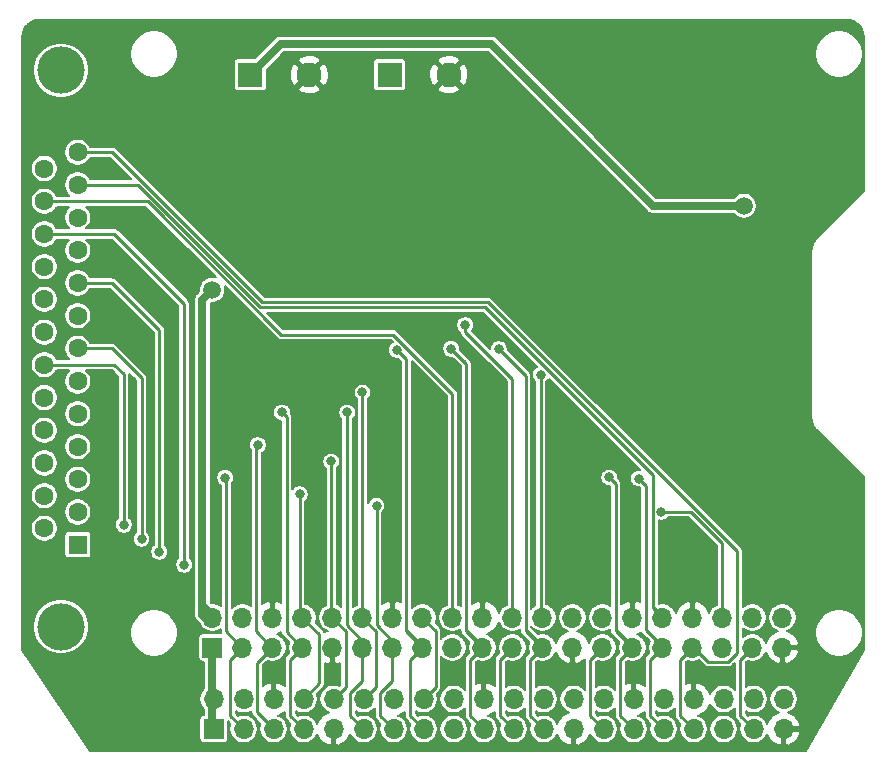
<source format=gbr>
G04 #@! TF.GenerationSoftware,KiCad,Pcbnew,5.1.8*
G04 #@! TF.CreationDate,2021-01-02T16:40:16+01:00*
G04 #@! TF.ProjectId,F008_gpio2parallel,46303038-5f67-4706-996f-32706172616c,rev?*
G04 #@! TF.SameCoordinates,PXa52d280PY2b953a0*
G04 #@! TF.FileFunction,Copper,L2,Bot*
G04 #@! TF.FilePolarity,Positive*
%FSLAX46Y46*%
G04 Gerber Fmt 4.6, Leading zero omitted, Abs format (unit mm)*
G04 Created by KiCad (PCBNEW 5.1.8) date 2021-01-02 16:40:16*
%MOMM*%
%LPD*%
G01*
G04 APERTURE LIST*
G04 #@! TA.AperFunction,ComponentPad*
%ADD10O,1.700000X1.700000*%
G04 #@! TD*
G04 #@! TA.AperFunction,ComponentPad*
%ADD11R,1.700000X1.700000*%
G04 #@! TD*
G04 #@! TA.AperFunction,ComponentPad*
%ADD12C,4.000000*%
G04 #@! TD*
G04 #@! TA.AperFunction,ComponentPad*
%ADD13C,1.600000*%
G04 #@! TD*
G04 #@! TA.AperFunction,ComponentPad*
%ADD14R,1.600000X1.600000*%
G04 #@! TD*
G04 #@! TA.AperFunction,ComponentPad*
%ADD15C,2.100000*%
G04 #@! TD*
G04 #@! TA.AperFunction,ComponentPad*
%ADD16R,2.100000X2.100000*%
G04 #@! TD*
G04 #@! TA.AperFunction,ViaPad*
%ADD17C,0.800000*%
G04 #@! TD*
G04 #@! TA.AperFunction,ViaPad*
%ADD18C,1.500000*%
G04 #@! TD*
G04 #@! TA.AperFunction,Conductor*
%ADD19C,0.700000*%
G04 #@! TD*
G04 #@! TA.AperFunction,Conductor*
%ADD20C,1.200000*%
G04 #@! TD*
G04 #@! TA.AperFunction,Conductor*
%ADD21C,0.250000*%
G04 #@! TD*
G04 #@! TA.AperFunction,Conductor*
%ADD22C,0.200000*%
G04 #@! TD*
G04 #@! TA.AperFunction,Conductor*
%ADD23C,0.100000*%
G04 #@! TD*
G04 APERTURE END LIST*
D10*
G04 #@! TO.P,J2,40*
G04 #@! TO.N,rpi5_40*
X-5040000Y-50260000D03*
G04 #@! TO.P,J2,39*
G04 #@! TO.N,GND*
X-5040000Y-52800000D03*
G04 #@! TO.P,J2,38*
G04 #@! TO.N,rpi5_38*
X-7580000Y-50260000D03*
G04 #@! TO.P,J2,37*
G04 #@! TO.N,rpi5_37*
X-7580000Y-52800000D03*
G04 #@! TO.P,J2,36*
G04 #@! TO.N,rpi5_36*
X-10120000Y-50260000D03*
G04 #@! TO.P,J2,35*
G04 #@! TO.N,rpi5_35*
X-10120000Y-52800000D03*
G04 #@! TO.P,J2,34*
G04 #@! TO.N,GND*
X-12660000Y-50260000D03*
G04 #@! TO.P,J2,33*
G04 #@! TO.N,rpi5_33*
X-12660000Y-52800000D03*
G04 #@! TO.P,J2,32*
G04 #@! TO.N,rpi5_32*
X-15200000Y-50260000D03*
G04 #@! TO.P,J2,31*
G04 #@! TO.N,rpi5_31*
X-15200000Y-52800000D03*
G04 #@! TO.P,J2,30*
G04 #@! TO.N,GND*
X-17740000Y-50260000D03*
G04 #@! TO.P,J2,29*
G04 #@! TO.N,rpi5_29*
X-17740000Y-52800000D03*
G04 #@! TO.P,J2,28*
G04 #@! TO.N,rpi5_28*
X-20280000Y-50260000D03*
G04 #@! TO.P,J2,27*
G04 #@! TO.N,rpi5_27*
X-20280000Y-52800000D03*
G04 #@! TO.P,J2,26*
G04 #@! TO.N,rpi5_26*
X-22820000Y-50260000D03*
G04 #@! TO.P,J2,25*
G04 #@! TO.N,GND*
X-22820000Y-52800000D03*
G04 #@! TO.P,J2,24*
G04 #@! TO.N,rpi5_24*
X-25360000Y-50260000D03*
G04 #@! TO.P,J2,23*
G04 #@! TO.N,rpi5_23*
X-25360000Y-52800000D03*
G04 #@! TO.P,J2,22*
G04 #@! TO.N,rpi5_22*
X-27900000Y-50260000D03*
G04 #@! TO.P,J2,21*
G04 #@! TO.N,rpi5_21*
X-27900000Y-52800000D03*
G04 #@! TO.P,J2,20*
G04 #@! TO.N,GND*
X-30440000Y-50260000D03*
G04 #@! TO.P,J2,19*
G04 #@! TO.N,rpi5_19*
X-30440000Y-52800000D03*
G04 #@! TO.P,J2,18*
G04 #@! TO.N,rpi5_18*
X-32980000Y-50260000D03*
G04 #@! TO.P,J2,17*
G04 #@! TO.N,+5V*
X-32980000Y-52800000D03*
G04 #@! TO.P,J2,16*
G04 #@! TO.N,rpi5_16*
X-35520000Y-50260000D03*
G04 #@! TO.P,J2,15*
G04 #@! TO.N,rpi5_15*
X-35520000Y-52800000D03*
G04 #@! TO.P,J2,14*
G04 #@! TO.N,GND*
X-38060000Y-50260000D03*
G04 #@! TO.P,J2,13*
G04 #@! TO.N,rpi5_13*
X-38060000Y-52800000D03*
G04 #@! TO.P,J2,12*
G04 #@! TO.N,rpi5_12*
X-40600000Y-50260000D03*
G04 #@! TO.P,J2,11*
G04 #@! TO.N,rpi5_11*
X-40600000Y-52800000D03*
G04 #@! TO.P,J2,10*
G04 #@! TO.N,rpi5_10*
X-43140000Y-50260000D03*
G04 #@! TO.P,J2,9*
G04 #@! TO.N,GND*
X-43140000Y-52800000D03*
G04 #@! TO.P,J2,8*
G04 #@! TO.N,rpi5_8*
X-45680000Y-50260000D03*
G04 #@! TO.P,J2,7*
G04 #@! TO.N,rpi5_7*
X-45680000Y-52800000D03*
G04 #@! TO.P,J2,6*
G04 #@! TO.N,GND*
X-48220000Y-50260000D03*
G04 #@! TO.P,J2,5*
G04 #@! TO.N,rpi5_5*
X-48220000Y-52800000D03*
G04 #@! TO.P,J2,4*
G04 #@! TO.N,+5V*
X-50760000Y-50260000D03*
G04 #@! TO.P,J2,3*
G04 #@! TO.N,rpi5_3*
X-50760000Y-52800000D03*
G04 #@! TO.P,J2,2*
G04 #@! TO.N,+5V*
X-53300000Y-50260000D03*
D11*
G04 #@! TO.P,J2,1*
X-53300000Y-52800000D03*
G04 #@! TD*
D10*
G04 #@! TO.P,J3,40*
G04 #@! TO.N,rpi5_40*
X-4940000Y-57160000D03*
G04 #@! TO.P,J3,39*
G04 #@! TO.N,GND*
X-4940000Y-59700000D03*
G04 #@! TO.P,J3,38*
G04 #@! TO.N,rpi5_38*
X-7480000Y-57160000D03*
G04 #@! TO.P,J3,37*
G04 #@! TO.N,rpi5_37*
X-7480000Y-59700000D03*
G04 #@! TO.P,J3,36*
G04 #@! TO.N,rpi5_36*
X-10020000Y-57160000D03*
G04 #@! TO.P,J3,35*
G04 #@! TO.N,rpi5_35*
X-10020000Y-59700000D03*
G04 #@! TO.P,J3,34*
G04 #@! TO.N,GND*
X-12560000Y-57160000D03*
G04 #@! TO.P,J3,33*
G04 #@! TO.N,rpi5_33*
X-12560000Y-59700000D03*
G04 #@! TO.P,J3,32*
G04 #@! TO.N,rpi5_32*
X-15100000Y-57160000D03*
G04 #@! TO.P,J3,31*
G04 #@! TO.N,rpi5_31*
X-15100000Y-59700000D03*
G04 #@! TO.P,J3,30*
G04 #@! TO.N,GND*
X-17640000Y-57160000D03*
G04 #@! TO.P,J3,29*
G04 #@! TO.N,rpi5_29*
X-17640000Y-59700000D03*
G04 #@! TO.P,J3,28*
G04 #@! TO.N,rpi5_28*
X-20180000Y-57160000D03*
G04 #@! TO.P,J3,27*
G04 #@! TO.N,rpi5_27*
X-20180000Y-59700000D03*
G04 #@! TO.P,J3,26*
G04 #@! TO.N,rpi5_26*
X-22720000Y-57160000D03*
G04 #@! TO.P,J3,25*
G04 #@! TO.N,GND*
X-22720000Y-59700000D03*
G04 #@! TO.P,J3,24*
G04 #@! TO.N,rpi5_24*
X-25260000Y-57160000D03*
G04 #@! TO.P,J3,23*
G04 #@! TO.N,rpi5_23*
X-25260000Y-59700000D03*
G04 #@! TO.P,J3,22*
G04 #@! TO.N,rpi5_22*
X-27800000Y-57160000D03*
G04 #@! TO.P,J3,21*
G04 #@! TO.N,rpi5_21*
X-27800000Y-59700000D03*
G04 #@! TO.P,J3,20*
G04 #@! TO.N,GND*
X-30340000Y-57160000D03*
G04 #@! TO.P,J3,19*
G04 #@! TO.N,rpi5_19*
X-30340000Y-59700000D03*
G04 #@! TO.P,J3,18*
G04 #@! TO.N,rpi5_18*
X-32880000Y-57160000D03*
G04 #@! TO.P,J3,17*
G04 #@! TO.N,+5V*
X-32880000Y-59700000D03*
G04 #@! TO.P,J3,16*
G04 #@! TO.N,rpi5_16*
X-35420000Y-57160000D03*
G04 #@! TO.P,J3,15*
G04 #@! TO.N,rpi5_15*
X-35420000Y-59700000D03*
G04 #@! TO.P,J3,14*
G04 #@! TO.N,GND*
X-37960000Y-57160000D03*
G04 #@! TO.P,J3,13*
G04 #@! TO.N,rpi5_13*
X-37960000Y-59700000D03*
G04 #@! TO.P,J3,12*
G04 #@! TO.N,rpi5_12*
X-40500000Y-57160000D03*
G04 #@! TO.P,J3,11*
G04 #@! TO.N,rpi5_11*
X-40500000Y-59700000D03*
G04 #@! TO.P,J3,10*
G04 #@! TO.N,rpi5_10*
X-43040000Y-57160000D03*
G04 #@! TO.P,J3,9*
G04 #@! TO.N,GND*
X-43040000Y-59700000D03*
G04 #@! TO.P,J3,8*
G04 #@! TO.N,rpi5_8*
X-45580000Y-57160000D03*
G04 #@! TO.P,J3,7*
G04 #@! TO.N,rpi5_7*
X-45580000Y-59700000D03*
G04 #@! TO.P,J3,6*
G04 #@! TO.N,GND*
X-48120000Y-57160000D03*
G04 #@! TO.P,J3,5*
G04 #@! TO.N,rpi5_5*
X-48120000Y-59700000D03*
G04 #@! TO.P,J3,4*
G04 #@! TO.N,+5V*
X-50660000Y-57160000D03*
G04 #@! TO.P,J3,3*
G04 #@! TO.N,rpi5_3*
X-50660000Y-59700000D03*
G04 #@! TO.P,J3,2*
G04 #@! TO.N,+5V*
X-53200000Y-57160000D03*
D11*
G04 #@! TO.P,J3,1*
X-53200000Y-59700000D03*
G04 #@! TD*
D12*
G04 #@! TO.P,J4,0*
G04 #@! TO.N,N/C*
X-66120000Y-51030000D03*
X-66120000Y-3930000D03*
D13*
G04 #@! TO.P,J4,25*
G04 #@! TO.N,rpi5_22*
X-67540000Y-12245000D03*
G04 #@! TO.P,J4,24*
G04 #@! TO.N,rpi5_18*
X-67540000Y-15015000D03*
G04 #@! TO.P,J4,23*
G04 #@! TO.N,rpi5_16*
X-67540000Y-17785000D03*
G04 #@! TO.P,J4,22*
G04 #@! TO.N,rpi5_15*
X-67540000Y-20555000D03*
G04 #@! TO.P,J4,21*
G04 #@! TO.N,rpi5_40*
X-67540000Y-23325000D03*
G04 #@! TO.P,J4,20*
G04 #@! TO.N,rpi5_38*
X-67540000Y-26095000D03*
G04 #@! TO.P,J4,19*
G04 #@! TO.N,rpi5_35*
X-67540000Y-28865000D03*
G04 #@! TO.P,J4,18*
G04 #@! TO.N,rpi5_12*
X-67540000Y-31635000D03*
G04 #@! TO.P,J4,17*
G04 #@! TO.N,rpi5_11*
X-67540000Y-34405000D03*
G04 #@! TO.P,J4,16*
G04 #@! TO.N,rpi5_36*
X-67540000Y-37175000D03*
G04 #@! TO.P,J4,15*
G04 #@! TO.N,rpi5_10*
X-67540000Y-39945000D03*
G04 #@! TO.P,J4,14*
G04 #@! TO.N,rpi5_8*
X-67540000Y-42715000D03*
G04 #@! TO.P,J4,13*
G04 #@! TO.N,rpi5_33*
X-64700000Y-10860000D03*
G04 #@! TO.P,J4,12*
G04 #@! TO.N,rpi5_32*
X-64700000Y-13630000D03*
G04 #@! TO.P,J4,11*
G04 #@! TO.N,rpi5_23*
X-64700000Y-16400000D03*
G04 #@! TO.P,J4,10*
G04 #@! TO.N,rpi5_19*
X-64700000Y-19170000D03*
G04 #@! TO.P,J4,9*
G04 #@! TO.N,rpi5_21*
X-64700000Y-21940000D03*
G04 #@! TO.P,J4,8*
G04 #@! TO.N,rpi5_24*
X-64700000Y-24710000D03*
G04 #@! TO.P,J4,7*
G04 #@! TO.N,rpi5_26*
X-64700000Y-27480000D03*
G04 #@! TO.P,J4,6*
G04 #@! TO.N,rpi5_31*
X-64700000Y-30250000D03*
G04 #@! TO.P,J4,5*
G04 #@! TO.N,rpi5_29*
X-64700000Y-33020000D03*
G04 #@! TO.P,J4,4*
G04 #@! TO.N,rpi5_7*
X-64700000Y-35790000D03*
G04 #@! TO.P,J4,3*
G04 #@! TO.N,rpi5_5*
X-64700000Y-38560000D03*
G04 #@! TO.P,J4,2*
G04 #@! TO.N,rpi5_3*
X-64700000Y-41330000D03*
D14*
G04 #@! TO.P,J4,1*
G04 #@! TO.N,rpi5_13*
X-64700000Y-44100000D03*
G04 #@! TD*
D15*
G04 #@! TO.P,J1,2*
G04 #@! TO.N,GND*
X-33300000Y-4300000D03*
D16*
G04 #@! TO.P,J1,1*
G04 #@! TO.N,Net-(C1-Pad1)*
X-38300000Y-4300000D03*
G04 #@! TD*
D15*
G04 #@! TO.P,J5,2*
G04 #@! TO.N,GND*
X-45100000Y-4300000D03*
D16*
G04 #@! TO.P,J5,1*
G04 #@! TO.N,+5V*
X-50100000Y-4300000D03*
G04 #@! TD*
D17*
G04 #@! TO.N,GND*
X-34700000Y-37500000D03*
X-23300000Y-37700000D03*
X-38600000Y-37600000D03*
X-23900000Y-46000000D03*
X-30200000Y-46000000D03*
X-29800000Y-37400000D03*
X-59200000Y-16300000D03*
D18*
X-17700000Y-2900000D03*
X-26100000Y-2900000D03*
X-13500000Y-2900000D03*
X-5100000Y-3000000D03*
X-18200000Y-30650000D03*
X-29440000Y-21760000D03*
X-30090000Y-15330000D03*
X-43000000Y-7300000D03*
X-30400000Y-6400000D03*
X-44880000Y-18090000D03*
X-37910000Y-18120000D03*
X-47850000Y-17830000D03*
X-34980000Y-18000000D03*
X-26490000Y-18730000D03*
G04 #@! TO.N,+5V*
X-53300000Y-22500000D03*
X-8300000Y-15400000D03*
D17*
G04 #@! TO.N,rpi5_36*
X-15300000Y-41300000D03*
G04 #@! TO.N,rpi5_35*
X-60800000Y-42400000D03*
G04 #@! TO.N,rpi5_31*
X-17200000Y-38500000D03*
G04 #@! TO.N,rpi5_29*
X-19700000Y-38400000D03*
G04 #@! TO.N,rpi5_26*
X-59300000Y-43600000D03*
G04 #@! TO.N,rpi5_24*
X-25500000Y-29700000D03*
G04 #@! TO.N,rpi5_23*
X-29050000Y-27550000D03*
G04 #@! TO.N,rpi5_22*
X-31900000Y-25500000D03*
G04 #@! TO.N,rpi5_21*
X-57800000Y-44700000D03*
G04 #@! TO.N,rpi5_19*
X-33100000Y-27500000D03*
G04 #@! TO.N,rpi5_16*
X-55700000Y-45800000D03*
G04 #@! TO.N,rpi5_15*
X-37700000Y-27600000D03*
G04 #@! TO.N,rpi5_12*
X-40600000Y-31200000D03*
G04 #@! TO.N,rpi5_11*
X-41900000Y-32900000D03*
G04 #@! TO.N,rpi5_10*
X-43245000Y-37045000D03*
G04 #@! TO.N,rpi5_8*
X-45915000Y-39815000D03*
G04 #@! TO.N,rpi5_7*
X-47410000Y-32890000D03*
G04 #@! TO.N,rpi5_5*
X-49460000Y-35660000D03*
G04 #@! TO.N,rpi5_3*
X-52230000Y-38430000D03*
G04 #@! TO.N,rpi5_13*
X-39400000Y-40800000D03*
G04 #@! TD*
D19*
G04 #@! TO.N,+5V*
X-53200000Y-50260000D02*
X-54049999Y-49410001D01*
D20*
X-53300000Y-59600000D02*
X-53200000Y-59700000D01*
D19*
X-53300000Y-52800000D02*
X-53300000Y-59600000D01*
X-8300000Y-15400000D02*
X-16000000Y-15400000D01*
X-16000000Y-15400000D02*
X-29700000Y-1700000D01*
X-47500000Y-1700000D02*
X-50100000Y-4300000D01*
X-29700000Y-1700000D02*
X-47500000Y-1700000D01*
X-54149999Y-23349999D02*
X-54149999Y-50010001D01*
X-53900000Y-50260000D02*
X-53300000Y-50260000D01*
X-54149999Y-50010001D02*
X-53900000Y-50260000D01*
X-53300000Y-22500000D02*
X-54149999Y-23349999D01*
D21*
G04 #@! TO.N,rpi5_36*
X-15300000Y-41300000D02*
X-12800000Y-41300000D01*
X-10120000Y-43980000D02*
X-10120000Y-50260000D01*
X-12800000Y-41300000D02*
X-10120000Y-43980000D01*
G04 #@! TO.N,rpi5_35*
X-60800000Y-29658998D02*
X-60800000Y-42400000D01*
X-60800000Y-42400000D02*
X-60800000Y-42500000D01*
X-61593998Y-28865000D02*
X-60800000Y-29658998D01*
X-67540000Y-28865000D02*
X-61593998Y-28865000D01*
G04 #@! TO.N,rpi5_33*
X-13685001Y-58574999D02*
X-12560000Y-59700000D01*
X-13685001Y-53825001D02*
X-13685001Y-58574999D01*
X-12660000Y-52800000D02*
X-13685001Y-53825001D01*
X-12560000Y-52800000D02*
X-11360000Y-54000000D01*
X-9654998Y-54000000D02*
X-11360000Y-54000000D01*
X-8877499Y-44656801D02*
X-8877499Y-53222501D01*
X-29954300Y-23580000D02*
X-8877499Y-44656801D01*
X-49080000Y-23580000D02*
X-29954300Y-23580000D01*
X-61800000Y-10860000D02*
X-49080000Y-23580000D01*
X-8877499Y-53222501D02*
X-9654998Y-54000000D01*
X-64700000Y-10860000D02*
X-61800000Y-10860000D01*
G04 #@! TO.N,rpi5_32*
X-15875001Y-49484999D02*
X-15100000Y-50260000D01*
X-64700000Y-13630000D02*
X-59595698Y-13630000D01*
X-59595698Y-13630000D02*
X-59162849Y-14062849D01*
X-59162849Y-14062849D02*
X-49245689Y-23980010D01*
X-49245689Y-23980010D02*
X-30220988Y-23980010D01*
X-30220988Y-23980010D02*
X-15975001Y-38225997D01*
X-15975001Y-49484999D02*
X-15200000Y-50260000D01*
X-15975001Y-47644999D02*
X-15975001Y-49484999D01*
X-15975001Y-38225997D02*
X-15975001Y-47644999D01*
X-15975001Y-47644999D02*
X-15975001Y-47884999D01*
G04 #@! TO.N,rpi5_31*
X-16225001Y-58574999D02*
X-15100000Y-59700000D01*
X-16225001Y-53825001D02*
X-16225001Y-58574999D01*
X-15200000Y-52800000D02*
X-16225001Y-53825001D01*
X-16614999Y-51285001D02*
X-15795000Y-52105000D01*
X-16614999Y-39085001D02*
X-16614999Y-51285001D01*
X-17200000Y-38500000D02*
X-16614999Y-39085001D01*
X-15795000Y-52105000D02*
X-15100000Y-52800000D01*
X-16514999Y-51385001D02*
X-15795000Y-52105000D01*
G04 #@! TO.N,rpi5_29*
X-19054999Y-51385001D02*
X-17640000Y-52800000D01*
X-18765001Y-58574999D02*
X-17640000Y-59700000D01*
X-18765001Y-53825001D02*
X-18765001Y-58574999D01*
X-17740000Y-52800000D02*
X-18765001Y-53825001D01*
X-19700000Y-38400000D02*
X-19154999Y-38945001D01*
X-19154999Y-51385001D02*
X-17740000Y-52800000D01*
X-19154999Y-49535001D02*
X-19154999Y-51385001D01*
X-19154999Y-38945001D02*
X-19154999Y-49535001D01*
X-19154999Y-49535001D02*
X-19154999Y-49785001D01*
G04 #@! TO.N,rpi5_28*
X-20300000Y-50140000D02*
X-20180000Y-50260000D01*
G04 #@! TO.N,rpi5_26*
X-59300000Y-29980000D02*
X-59300000Y-43600000D01*
X-61800000Y-27480000D02*
X-59300000Y-29980000D01*
X-64700000Y-27480000D02*
X-61800000Y-27480000D01*
G04 #@! TO.N,rpi5_24*
X-25400000Y-50120000D02*
X-25260000Y-50260000D01*
X-25500000Y-50120000D02*
X-25360000Y-50260000D01*
X-25500000Y-48350000D02*
X-25500000Y-50120000D01*
X-25500000Y-29700000D02*
X-25500000Y-48350000D01*
X-25500000Y-48350000D02*
X-25500000Y-48520000D01*
G04 #@! TO.N,rpi5_23*
X-26674999Y-51385001D02*
X-25260000Y-52800000D01*
X-26385001Y-58574999D02*
X-25260000Y-59700000D01*
X-26385001Y-53825001D02*
X-26385001Y-58574999D01*
X-25360000Y-52800000D02*
X-26385001Y-53825001D01*
X-26774999Y-51385001D02*
X-25360000Y-52800000D01*
X-26774999Y-29825001D02*
X-26774999Y-51385001D01*
X-29050000Y-27550000D02*
X-26774999Y-29825001D01*
G04 #@! TO.N,rpi5_22*
X-31900000Y-25500000D02*
X-31900000Y-26065685D01*
X-31900000Y-26065685D02*
X-27900000Y-30065685D01*
X-27900000Y-30065685D02*
X-27900000Y-50260000D01*
G04 #@! TO.N,rpi5_21*
X-57800000Y-25940000D02*
X-57800000Y-44700000D01*
X-28925001Y-58574999D02*
X-27800000Y-59700000D01*
X-28925001Y-53825001D02*
X-28925001Y-58574999D01*
X-27900000Y-52800000D02*
X-28925001Y-53825001D01*
X-61800000Y-21940000D02*
X-57800000Y-25940000D01*
X-64700000Y-21940000D02*
X-61800000Y-21940000D01*
G04 #@! TO.N,rpi5_19*
X-31465001Y-58574999D02*
X-30340000Y-59700000D01*
X-31465001Y-53825001D02*
X-31465001Y-58574999D01*
X-30440000Y-52800000D02*
X-31465001Y-53825001D01*
X-31954999Y-28645001D02*
X-33100000Y-27500000D01*
X-30340000Y-52800000D02*
X-31854999Y-51285001D01*
X-31820000Y-51420000D02*
X-30440000Y-52800000D01*
X-31820000Y-28780000D02*
X-31820000Y-51420000D01*
X-33100000Y-27500000D02*
X-31820000Y-28780000D01*
G04 #@! TO.N,rpi5_18*
X-47491396Y-26300000D02*
X-38000998Y-26300000D01*
X-38000998Y-26300000D02*
X-32980000Y-31320998D01*
X-58776396Y-15015000D02*
X-47491396Y-26300000D01*
X-67540000Y-15015000D02*
X-58776396Y-15015000D01*
X-32980000Y-48480000D02*
X-32980000Y-50260000D01*
X-32980000Y-31320998D02*
X-32980000Y-48480000D01*
X-32980000Y-48480000D02*
X-32980000Y-48660000D01*
G04 #@! TO.N,rpi5_16*
X-55700000Y-23678998D02*
X-55700000Y-45800000D01*
X-34394999Y-56134999D02*
X-35420000Y-57160000D01*
X-34394999Y-51385001D02*
X-34394999Y-56134999D01*
X-35520000Y-50260000D02*
X-34394999Y-51385001D01*
X-61593998Y-17785000D02*
X-55700000Y-23678998D01*
X-67540000Y-17785000D02*
X-61593998Y-17785000D01*
G04 #@! TO.N,rpi5_15*
X-36545001Y-58574999D02*
X-35420000Y-59700000D01*
X-36545001Y-53825001D02*
X-36545001Y-58574999D01*
X-35520000Y-52800000D02*
X-36545001Y-53825001D01*
X-36545001Y-51654999D02*
X-36800000Y-51400000D01*
X-36545001Y-51674999D02*
X-36545001Y-51654999D01*
X-35420000Y-52800000D02*
X-36545001Y-51674999D01*
X-36900000Y-51420000D02*
X-35520000Y-52800000D01*
X-36900000Y-28400000D02*
X-36900000Y-51420000D01*
X-37700000Y-27600000D02*
X-36900000Y-28400000D01*
G04 #@! TO.N,rpi5_12*
X-39474999Y-56134999D02*
X-40500000Y-57160000D01*
X-39474999Y-51385001D02*
X-39474999Y-56134999D01*
X-40600000Y-50260000D02*
X-39474999Y-51385001D01*
X-40600000Y-48370000D02*
X-40600000Y-50260000D01*
X-40600000Y-31200000D02*
X-40600000Y-48370000D01*
X-40600000Y-48370000D02*
X-40600000Y-48660000D01*
G04 #@! TO.N,rpi5_11*
X-41625001Y-58574999D02*
X-40500000Y-59700000D01*
X-41625001Y-56619999D02*
X-41625001Y-58574999D01*
X-40600000Y-55594998D02*
X-41625001Y-56619999D01*
X-40600000Y-52800000D02*
X-40600000Y-55594998D01*
X-40600000Y-52234301D02*
X-40600000Y-52800000D01*
X-41900000Y-32900000D02*
X-41900000Y-50934301D01*
X-41900000Y-50934301D02*
X-40600000Y-52234301D01*
G04 #@! TO.N,rpi5_10*
X-43145000Y-50155000D02*
X-43040000Y-50260000D01*
X-42014999Y-51385001D02*
X-42014999Y-56134999D01*
X-42014999Y-56134999D02*
X-43040000Y-57160000D01*
X-43140000Y-50260000D02*
X-42014999Y-51385001D01*
X-43245000Y-50155000D02*
X-43140000Y-50260000D01*
X-43245000Y-37045000D02*
X-43245000Y-50155000D01*
G04 #@! TO.N,rpi5_8*
X-45815000Y-50025000D02*
X-45580000Y-50260000D01*
X-44265001Y-55845001D02*
X-45580000Y-57160000D01*
X-44265001Y-51674999D02*
X-44265001Y-55845001D01*
X-45680000Y-50260000D02*
X-44265001Y-51674999D01*
X-45915000Y-50025000D02*
X-45680000Y-50260000D01*
X-45915000Y-39815000D02*
X-45915000Y-50025000D01*
G04 #@! TO.N,rpi5_7*
X-46705001Y-58574999D02*
X-45580000Y-59700000D01*
X-46705001Y-53825001D02*
X-46705001Y-58574999D01*
X-45680000Y-52800000D02*
X-46705001Y-53825001D01*
X-47010001Y-51469999D02*
X-45680000Y-52800000D01*
X-47010001Y-33289999D02*
X-47010001Y-51469999D01*
X-47410000Y-32890000D02*
X-47010001Y-33289999D01*
G04 #@! TO.N,rpi5_5*
X-49534999Y-58285001D02*
X-48120000Y-59700000D01*
X-49534999Y-54114999D02*
X-49534999Y-58285001D01*
X-48220000Y-52800000D02*
X-49534999Y-54114999D01*
X-48220000Y-52800000D02*
X-49500000Y-51520000D01*
X-49600000Y-51420000D02*
X-48220000Y-52800000D01*
X-49600000Y-35800000D02*
X-49600000Y-51420000D01*
X-49460000Y-35660000D02*
X-49600000Y-35800000D01*
G04 #@! TO.N,rpi5_3*
X-51785001Y-58574999D02*
X-50660000Y-59700000D01*
X-51785001Y-53825001D02*
X-51785001Y-58574999D01*
X-50760000Y-52800000D02*
X-51785001Y-53825001D01*
X-52130000Y-51430000D02*
X-50760000Y-52800000D01*
X-52130000Y-38530000D02*
X-52230000Y-38430000D01*
X-52130000Y-51430000D02*
X-52130000Y-38530000D01*
G04 #@! TO.N,rpi5_37*
X-8605001Y-58574999D02*
X-7480000Y-59700000D01*
X-8605001Y-53825001D02*
X-8605001Y-58574999D01*
X-7580000Y-52800000D02*
X-8605001Y-53825001D01*
G04 #@! TO.N,rpi5_27*
X-21305001Y-58574999D02*
X-20180000Y-59700000D01*
X-21305001Y-53825001D02*
X-21305001Y-58574999D01*
X-20280000Y-52800000D02*
X-21305001Y-53825001D01*
G04 #@! TO.N,rpi5_13*
X-39085001Y-58574999D02*
X-37960000Y-59700000D01*
X-39085001Y-56619999D02*
X-39085001Y-58574999D01*
X-38060000Y-55594998D02*
X-39085001Y-56619999D01*
X-38060000Y-52800000D02*
X-38060000Y-55594998D01*
X-38060000Y-52800000D02*
X-38060001Y-52234301D01*
X-38060001Y-52234301D02*
X-39300000Y-50994302D01*
X-38060000Y-52234302D02*
X-38060000Y-52800000D01*
X-39400000Y-50894302D02*
X-38060000Y-52234302D01*
X-39400000Y-40800000D02*
X-39400000Y-50894302D01*
G04 #@! TD*
D22*
G04 #@! TO.N,GND*
X721366Y320515D02*
X982403Y241704D01*
X1223154Y113694D01*
X1434461Y-58644D01*
X1608268Y-268739D01*
X1737955Y-508591D01*
X1818586Y-769069D01*
X1850001Y-1067956D01*
X1850000Y-14151471D01*
X-2145105Y-18146578D01*
X-2160103Y-18164853D01*
X-2162091Y-18166800D01*
X-2167431Y-18173255D01*
X-2290781Y-18324497D01*
X-2320868Y-18369782D01*
X-2351599Y-18414663D01*
X-2355583Y-18422032D01*
X-2447208Y-18594355D01*
X-2467911Y-18644584D01*
X-2489354Y-18694615D01*
X-2491831Y-18702618D01*
X-2548240Y-18889454D01*
X-2558795Y-18942765D01*
X-2570109Y-18995992D01*
X-2570984Y-19004323D01*
X-2590029Y-19198557D01*
X-2590029Y-19198565D01*
X-2592892Y-19227633D01*
X-2592893Y-33322366D01*
X-2590575Y-33345901D01*
X-2590604Y-33348679D01*
X-2589815Y-33357019D01*
X-2570092Y-33551185D01*
X-2559349Y-33604462D01*
X-2549341Y-33657942D01*
X-2546948Y-33665970D01*
X-2489888Y-33852609D01*
X-2469003Y-33902782D01*
X-2448794Y-33953308D01*
X-2444886Y-33960718D01*
X-2352660Y-34132720D01*
X-2322416Y-34177899D01*
X-2292790Y-34223518D01*
X-2287523Y-34230021D01*
X-2287518Y-34230028D01*
X-2287512Y-34230034D01*
X-2163639Y-34380839D01*
X-2163635Y-34380843D01*
X-2145105Y-34403422D01*
X1850000Y-38398529D01*
X1850001Y-53040466D01*
X-3047953Y-61600000D01*
X-63678890Y-61600000D01*
X-69400000Y-53018337D01*
X-69400000Y-50798545D01*
X-68470000Y-50798545D01*
X-68470000Y-51261455D01*
X-68379691Y-51715470D01*
X-68202543Y-52143143D01*
X-67945364Y-52528038D01*
X-67618038Y-52855364D01*
X-67233143Y-53112543D01*
X-66805470Y-53289691D01*
X-66351455Y-53380000D01*
X-65888545Y-53380000D01*
X-65434530Y-53289691D01*
X-65006857Y-53112543D01*
X-64621962Y-52855364D01*
X-64294636Y-52528038D01*
X-64037457Y-52143143D01*
X-63860309Y-51715470D01*
X-63788012Y-51352005D01*
X-60260273Y-51352005D01*
X-60260273Y-51747995D01*
X-60183019Y-52136375D01*
X-60031481Y-52502221D01*
X-59811481Y-52831474D01*
X-59531474Y-53111481D01*
X-59202221Y-53331481D01*
X-58836375Y-53483019D01*
X-58447995Y-53560273D01*
X-58052005Y-53560273D01*
X-57663625Y-53483019D01*
X-57297779Y-53331481D01*
X-56968526Y-53111481D01*
X-56688519Y-52831474D01*
X-56468519Y-52502221D01*
X-56316981Y-52136375D01*
X-56239727Y-51747995D01*
X-56239727Y-51352005D01*
X-56316981Y-50963625D01*
X-56468519Y-50597779D01*
X-56688519Y-50268526D01*
X-56968526Y-49988519D01*
X-57297779Y-49768519D01*
X-57663625Y-49616981D01*
X-58052005Y-49539727D01*
X-58447995Y-49539727D01*
X-58836375Y-49616981D01*
X-59202221Y-49768519D01*
X-59531474Y-49988519D01*
X-59811481Y-50268526D01*
X-60031481Y-50597779D01*
X-60183019Y-50963625D01*
X-60260273Y-51352005D01*
X-63788012Y-51352005D01*
X-63770000Y-51261455D01*
X-63770000Y-50798545D01*
X-63860309Y-50344530D01*
X-64037457Y-49916857D01*
X-64294636Y-49531962D01*
X-64621962Y-49204636D01*
X-65006857Y-48947457D01*
X-65434530Y-48770309D01*
X-65888545Y-48680000D01*
X-66351455Y-48680000D01*
X-66805470Y-48770309D01*
X-67233143Y-48947457D01*
X-67618038Y-49204636D01*
X-67945364Y-49531962D01*
X-68202543Y-49916857D01*
X-68379691Y-50344530D01*
X-68470000Y-50798545D01*
X-69400000Y-50798545D01*
X-69400000Y-42601735D01*
X-68690000Y-42601735D01*
X-68690000Y-42828265D01*
X-68645806Y-43050443D01*
X-68559116Y-43259729D01*
X-68433263Y-43448082D01*
X-68273082Y-43608263D01*
X-68084729Y-43734116D01*
X-67875443Y-43820806D01*
X-67653265Y-43865000D01*
X-67426735Y-43865000D01*
X-67204557Y-43820806D01*
X-66995271Y-43734116D01*
X-66806918Y-43608263D01*
X-66646737Y-43448082D01*
X-66547793Y-43300000D01*
X-65851693Y-43300000D01*
X-65851693Y-44900000D01*
X-65844935Y-44968612D01*
X-65824922Y-45034587D01*
X-65792422Y-45095390D01*
X-65748685Y-45148685D01*
X-65695390Y-45192422D01*
X-65634587Y-45224922D01*
X-65568612Y-45244935D01*
X-65500000Y-45251693D01*
X-63900000Y-45251693D01*
X-63831388Y-45244935D01*
X-63765413Y-45224922D01*
X-63704610Y-45192422D01*
X-63651315Y-45148685D01*
X-63607578Y-45095390D01*
X-63575078Y-45034587D01*
X-63555065Y-44968612D01*
X-63548307Y-44900000D01*
X-63548307Y-43300000D01*
X-63555065Y-43231388D01*
X-63575078Y-43165413D01*
X-63607578Y-43104610D01*
X-63651315Y-43051315D01*
X-63704610Y-43007578D01*
X-63765413Y-42975078D01*
X-63831388Y-42955065D01*
X-63900000Y-42948307D01*
X-65500000Y-42948307D01*
X-65568612Y-42955065D01*
X-65634587Y-42975078D01*
X-65695390Y-43007578D01*
X-65748685Y-43051315D01*
X-65792422Y-43104610D01*
X-65824922Y-43165413D01*
X-65844935Y-43231388D01*
X-65851693Y-43300000D01*
X-66547793Y-43300000D01*
X-66520884Y-43259729D01*
X-66434194Y-43050443D01*
X-66390000Y-42828265D01*
X-66390000Y-42601735D01*
X-66434194Y-42379557D01*
X-66520884Y-42170271D01*
X-66646737Y-41981918D01*
X-66806918Y-41821737D01*
X-66995271Y-41695884D01*
X-67204557Y-41609194D01*
X-67426735Y-41565000D01*
X-67653265Y-41565000D01*
X-67875443Y-41609194D01*
X-68084729Y-41695884D01*
X-68273082Y-41821737D01*
X-68433263Y-41981918D01*
X-68559116Y-42170271D01*
X-68645806Y-42379557D01*
X-68690000Y-42601735D01*
X-69400000Y-42601735D01*
X-69400000Y-41216735D01*
X-65850000Y-41216735D01*
X-65850000Y-41443265D01*
X-65805806Y-41665443D01*
X-65719116Y-41874729D01*
X-65593263Y-42063082D01*
X-65433082Y-42223263D01*
X-65244729Y-42349116D01*
X-65035443Y-42435806D01*
X-64813265Y-42480000D01*
X-64586735Y-42480000D01*
X-64364557Y-42435806D01*
X-64155271Y-42349116D01*
X-63966918Y-42223263D01*
X-63806737Y-42063082D01*
X-63680884Y-41874729D01*
X-63594194Y-41665443D01*
X-63550000Y-41443265D01*
X-63550000Y-41216735D01*
X-63594194Y-40994557D01*
X-63680884Y-40785271D01*
X-63806737Y-40596918D01*
X-63966918Y-40436737D01*
X-64155271Y-40310884D01*
X-64364557Y-40224194D01*
X-64586735Y-40180000D01*
X-64813265Y-40180000D01*
X-65035443Y-40224194D01*
X-65244729Y-40310884D01*
X-65433082Y-40436737D01*
X-65593263Y-40596918D01*
X-65719116Y-40785271D01*
X-65805806Y-40994557D01*
X-65850000Y-41216735D01*
X-69400000Y-41216735D01*
X-69400000Y-39831735D01*
X-68690000Y-39831735D01*
X-68690000Y-40058265D01*
X-68645806Y-40280443D01*
X-68559116Y-40489729D01*
X-68433263Y-40678082D01*
X-68273082Y-40838263D01*
X-68084729Y-40964116D01*
X-67875443Y-41050806D01*
X-67653265Y-41095000D01*
X-67426735Y-41095000D01*
X-67204557Y-41050806D01*
X-66995271Y-40964116D01*
X-66806918Y-40838263D01*
X-66646737Y-40678082D01*
X-66520884Y-40489729D01*
X-66434194Y-40280443D01*
X-66390000Y-40058265D01*
X-66390000Y-39831735D01*
X-66434194Y-39609557D01*
X-66520884Y-39400271D01*
X-66646737Y-39211918D01*
X-66806918Y-39051737D01*
X-66995271Y-38925884D01*
X-67204557Y-38839194D01*
X-67426735Y-38795000D01*
X-67653265Y-38795000D01*
X-67875443Y-38839194D01*
X-68084729Y-38925884D01*
X-68273082Y-39051737D01*
X-68433263Y-39211918D01*
X-68559116Y-39400271D01*
X-68645806Y-39609557D01*
X-68690000Y-39831735D01*
X-69400000Y-39831735D01*
X-69400000Y-38446735D01*
X-65850000Y-38446735D01*
X-65850000Y-38673265D01*
X-65805806Y-38895443D01*
X-65719116Y-39104729D01*
X-65593263Y-39293082D01*
X-65433082Y-39453263D01*
X-65244729Y-39579116D01*
X-65035443Y-39665806D01*
X-64813265Y-39710000D01*
X-64586735Y-39710000D01*
X-64364557Y-39665806D01*
X-64155271Y-39579116D01*
X-63966918Y-39453263D01*
X-63806737Y-39293082D01*
X-63680884Y-39104729D01*
X-63594194Y-38895443D01*
X-63550000Y-38673265D01*
X-63550000Y-38446735D01*
X-63594194Y-38224557D01*
X-63680884Y-38015271D01*
X-63806737Y-37826918D01*
X-63966918Y-37666737D01*
X-64155271Y-37540884D01*
X-64364557Y-37454194D01*
X-64586735Y-37410000D01*
X-64813265Y-37410000D01*
X-65035443Y-37454194D01*
X-65244729Y-37540884D01*
X-65433082Y-37666737D01*
X-65593263Y-37826918D01*
X-65719116Y-38015271D01*
X-65805806Y-38224557D01*
X-65850000Y-38446735D01*
X-69400000Y-38446735D01*
X-69400000Y-37061735D01*
X-68690000Y-37061735D01*
X-68690000Y-37288265D01*
X-68645806Y-37510443D01*
X-68559116Y-37719729D01*
X-68433263Y-37908082D01*
X-68273082Y-38068263D01*
X-68084729Y-38194116D01*
X-67875443Y-38280806D01*
X-67653265Y-38325000D01*
X-67426735Y-38325000D01*
X-67204557Y-38280806D01*
X-66995271Y-38194116D01*
X-66806918Y-38068263D01*
X-66646737Y-37908082D01*
X-66520884Y-37719729D01*
X-66434194Y-37510443D01*
X-66390000Y-37288265D01*
X-66390000Y-37061735D01*
X-66434194Y-36839557D01*
X-66520884Y-36630271D01*
X-66646737Y-36441918D01*
X-66806918Y-36281737D01*
X-66995271Y-36155884D01*
X-67204557Y-36069194D01*
X-67426735Y-36025000D01*
X-67653265Y-36025000D01*
X-67875443Y-36069194D01*
X-68084729Y-36155884D01*
X-68273082Y-36281737D01*
X-68433263Y-36441918D01*
X-68559116Y-36630271D01*
X-68645806Y-36839557D01*
X-68690000Y-37061735D01*
X-69400000Y-37061735D01*
X-69400000Y-35676735D01*
X-65850000Y-35676735D01*
X-65850000Y-35903265D01*
X-65805806Y-36125443D01*
X-65719116Y-36334729D01*
X-65593263Y-36523082D01*
X-65433082Y-36683263D01*
X-65244729Y-36809116D01*
X-65035443Y-36895806D01*
X-64813265Y-36940000D01*
X-64586735Y-36940000D01*
X-64364557Y-36895806D01*
X-64155271Y-36809116D01*
X-63966918Y-36683263D01*
X-63806737Y-36523082D01*
X-63680884Y-36334729D01*
X-63594194Y-36125443D01*
X-63550000Y-35903265D01*
X-63550000Y-35676735D01*
X-63594194Y-35454557D01*
X-63680884Y-35245271D01*
X-63806737Y-35056918D01*
X-63966918Y-34896737D01*
X-64155271Y-34770884D01*
X-64364557Y-34684194D01*
X-64586735Y-34640000D01*
X-64813265Y-34640000D01*
X-65035443Y-34684194D01*
X-65244729Y-34770884D01*
X-65433082Y-34896737D01*
X-65593263Y-35056918D01*
X-65719116Y-35245271D01*
X-65805806Y-35454557D01*
X-65850000Y-35676735D01*
X-69400000Y-35676735D01*
X-69400000Y-34291735D01*
X-68690000Y-34291735D01*
X-68690000Y-34518265D01*
X-68645806Y-34740443D01*
X-68559116Y-34949729D01*
X-68433263Y-35138082D01*
X-68273082Y-35298263D01*
X-68084729Y-35424116D01*
X-67875443Y-35510806D01*
X-67653265Y-35555000D01*
X-67426735Y-35555000D01*
X-67204557Y-35510806D01*
X-66995271Y-35424116D01*
X-66806918Y-35298263D01*
X-66646737Y-35138082D01*
X-66520884Y-34949729D01*
X-66434194Y-34740443D01*
X-66390000Y-34518265D01*
X-66390000Y-34291735D01*
X-66434194Y-34069557D01*
X-66520884Y-33860271D01*
X-66646737Y-33671918D01*
X-66806918Y-33511737D01*
X-66995271Y-33385884D01*
X-67204557Y-33299194D01*
X-67426735Y-33255000D01*
X-67653265Y-33255000D01*
X-67875443Y-33299194D01*
X-68084729Y-33385884D01*
X-68273082Y-33511737D01*
X-68433263Y-33671918D01*
X-68559116Y-33860271D01*
X-68645806Y-34069557D01*
X-68690000Y-34291735D01*
X-69400000Y-34291735D01*
X-69400000Y-32906735D01*
X-65850000Y-32906735D01*
X-65850000Y-33133265D01*
X-65805806Y-33355443D01*
X-65719116Y-33564729D01*
X-65593263Y-33753082D01*
X-65433082Y-33913263D01*
X-65244729Y-34039116D01*
X-65035443Y-34125806D01*
X-64813265Y-34170000D01*
X-64586735Y-34170000D01*
X-64364557Y-34125806D01*
X-64155271Y-34039116D01*
X-63966918Y-33913263D01*
X-63806737Y-33753082D01*
X-63680884Y-33564729D01*
X-63594194Y-33355443D01*
X-63550000Y-33133265D01*
X-63550000Y-32906735D01*
X-63594194Y-32684557D01*
X-63680884Y-32475271D01*
X-63806737Y-32286918D01*
X-63966918Y-32126737D01*
X-64155271Y-32000884D01*
X-64364557Y-31914194D01*
X-64586735Y-31870000D01*
X-64813265Y-31870000D01*
X-65035443Y-31914194D01*
X-65244729Y-32000884D01*
X-65433082Y-32126737D01*
X-65593263Y-32286918D01*
X-65719116Y-32475271D01*
X-65805806Y-32684557D01*
X-65850000Y-32906735D01*
X-69400000Y-32906735D01*
X-69400000Y-31521735D01*
X-68690000Y-31521735D01*
X-68690000Y-31748265D01*
X-68645806Y-31970443D01*
X-68559116Y-32179729D01*
X-68433263Y-32368082D01*
X-68273082Y-32528263D01*
X-68084729Y-32654116D01*
X-67875443Y-32740806D01*
X-67653265Y-32785000D01*
X-67426735Y-32785000D01*
X-67204557Y-32740806D01*
X-66995271Y-32654116D01*
X-66806918Y-32528263D01*
X-66646737Y-32368082D01*
X-66520884Y-32179729D01*
X-66434194Y-31970443D01*
X-66390000Y-31748265D01*
X-66390000Y-31521735D01*
X-66434194Y-31299557D01*
X-66520884Y-31090271D01*
X-66646737Y-30901918D01*
X-66806918Y-30741737D01*
X-66995271Y-30615884D01*
X-67204557Y-30529194D01*
X-67426735Y-30485000D01*
X-67653265Y-30485000D01*
X-67875443Y-30529194D01*
X-68084729Y-30615884D01*
X-68273082Y-30741737D01*
X-68433263Y-30901918D01*
X-68559116Y-31090271D01*
X-68645806Y-31299557D01*
X-68690000Y-31521735D01*
X-69400000Y-31521735D01*
X-69400000Y-28751735D01*
X-68690000Y-28751735D01*
X-68690000Y-28978265D01*
X-68645806Y-29200443D01*
X-68559116Y-29409729D01*
X-68433263Y-29598082D01*
X-68273082Y-29758263D01*
X-68084729Y-29884116D01*
X-67875443Y-29970806D01*
X-67653265Y-30015000D01*
X-67426735Y-30015000D01*
X-67204557Y-29970806D01*
X-66995271Y-29884116D01*
X-66806918Y-29758263D01*
X-66646737Y-29598082D01*
X-66520884Y-29409729D01*
X-66492001Y-29340000D01*
X-65408033Y-29340000D01*
X-65433082Y-29356737D01*
X-65593263Y-29516918D01*
X-65719116Y-29705271D01*
X-65805806Y-29914557D01*
X-65850000Y-30136735D01*
X-65850000Y-30363265D01*
X-65805806Y-30585443D01*
X-65719116Y-30794729D01*
X-65593263Y-30983082D01*
X-65433082Y-31143263D01*
X-65244729Y-31269116D01*
X-65035443Y-31355806D01*
X-64813265Y-31400000D01*
X-64586735Y-31400000D01*
X-64364557Y-31355806D01*
X-64155271Y-31269116D01*
X-63966918Y-31143263D01*
X-63806737Y-30983082D01*
X-63680884Y-30794729D01*
X-63594194Y-30585443D01*
X-63550000Y-30363265D01*
X-63550000Y-30136735D01*
X-63594194Y-29914557D01*
X-63680884Y-29705271D01*
X-63806737Y-29516918D01*
X-63966918Y-29356737D01*
X-63991967Y-29340000D01*
X-61790748Y-29340000D01*
X-61275000Y-29855750D01*
X-61274999Y-41815367D01*
X-61278097Y-41817437D01*
X-61382563Y-41921903D01*
X-61464641Y-42044742D01*
X-61521178Y-42181233D01*
X-61550000Y-42326131D01*
X-61550000Y-42473869D01*
X-61521178Y-42618767D01*
X-61464641Y-42755258D01*
X-61382563Y-42878097D01*
X-61278097Y-42982563D01*
X-61155258Y-43064641D01*
X-61018767Y-43121178D01*
X-60873869Y-43150000D01*
X-60726131Y-43150000D01*
X-60581233Y-43121178D01*
X-60444742Y-43064641D01*
X-60321903Y-42982563D01*
X-60217437Y-42878097D01*
X-60135359Y-42755258D01*
X-60078822Y-42618767D01*
X-60050000Y-42473869D01*
X-60050000Y-42326131D01*
X-60078822Y-42181233D01*
X-60135359Y-42044742D01*
X-60217437Y-41921903D01*
X-60321903Y-41817437D01*
X-60325000Y-41815368D01*
X-60325000Y-29682330D01*
X-60322702Y-29658998D01*
X-60325974Y-29625778D01*
X-59775000Y-30176752D01*
X-59774999Y-43015367D01*
X-59778097Y-43017437D01*
X-59882563Y-43121903D01*
X-59964641Y-43244742D01*
X-60021178Y-43381233D01*
X-60050000Y-43526131D01*
X-60050000Y-43673869D01*
X-60021178Y-43818767D01*
X-59964641Y-43955258D01*
X-59882563Y-44078097D01*
X-59778097Y-44182563D01*
X-59655258Y-44264641D01*
X-59518767Y-44321178D01*
X-59373869Y-44350000D01*
X-59226131Y-44350000D01*
X-59081233Y-44321178D01*
X-58944742Y-44264641D01*
X-58821903Y-44182563D01*
X-58717437Y-44078097D01*
X-58635359Y-43955258D01*
X-58578822Y-43818767D01*
X-58550000Y-43673869D01*
X-58550000Y-43526131D01*
X-58578822Y-43381233D01*
X-58635359Y-43244742D01*
X-58717437Y-43121903D01*
X-58821903Y-43017437D01*
X-58825000Y-43015368D01*
X-58825000Y-30003332D01*
X-58822702Y-29980000D01*
X-58831873Y-29886884D01*
X-58832713Y-29884116D01*
X-58859034Y-29797346D01*
X-58903141Y-29714827D01*
X-58962499Y-29642499D01*
X-58980623Y-29627625D01*
X-61447616Y-27160634D01*
X-61462499Y-27142499D01*
X-61534827Y-27083141D01*
X-61617346Y-27039034D01*
X-61706884Y-27011873D01*
X-61776668Y-27005000D01*
X-61800000Y-27002702D01*
X-61823332Y-27005000D01*
X-63652001Y-27005000D01*
X-63680884Y-26935271D01*
X-63806737Y-26746918D01*
X-63966918Y-26586737D01*
X-64155271Y-26460884D01*
X-64364557Y-26374194D01*
X-64586735Y-26330000D01*
X-64813265Y-26330000D01*
X-65035443Y-26374194D01*
X-65244729Y-26460884D01*
X-65433082Y-26586737D01*
X-65593263Y-26746918D01*
X-65719116Y-26935271D01*
X-65805806Y-27144557D01*
X-65850000Y-27366735D01*
X-65850000Y-27593265D01*
X-65805806Y-27815443D01*
X-65719116Y-28024729D01*
X-65593263Y-28213082D01*
X-65433082Y-28373263D01*
X-65408033Y-28390000D01*
X-66492001Y-28390000D01*
X-66520884Y-28320271D01*
X-66646737Y-28131918D01*
X-66806918Y-27971737D01*
X-66995271Y-27845884D01*
X-67204557Y-27759194D01*
X-67426735Y-27715000D01*
X-67653265Y-27715000D01*
X-67875443Y-27759194D01*
X-68084729Y-27845884D01*
X-68273082Y-27971737D01*
X-68433263Y-28131918D01*
X-68559116Y-28320271D01*
X-68645806Y-28529557D01*
X-68690000Y-28751735D01*
X-69400000Y-28751735D01*
X-69400000Y-25981735D01*
X-68690000Y-25981735D01*
X-68690000Y-26208265D01*
X-68645806Y-26430443D01*
X-68559116Y-26639729D01*
X-68433263Y-26828082D01*
X-68273082Y-26988263D01*
X-68084729Y-27114116D01*
X-67875443Y-27200806D01*
X-67653265Y-27245000D01*
X-67426735Y-27245000D01*
X-67204557Y-27200806D01*
X-66995271Y-27114116D01*
X-66806918Y-26988263D01*
X-66646737Y-26828082D01*
X-66520884Y-26639729D01*
X-66434194Y-26430443D01*
X-66390000Y-26208265D01*
X-66390000Y-25981735D01*
X-66434194Y-25759557D01*
X-66520884Y-25550271D01*
X-66646737Y-25361918D01*
X-66806918Y-25201737D01*
X-66995271Y-25075884D01*
X-67204557Y-24989194D01*
X-67426735Y-24945000D01*
X-67653265Y-24945000D01*
X-67875443Y-24989194D01*
X-68084729Y-25075884D01*
X-68273082Y-25201737D01*
X-68433263Y-25361918D01*
X-68559116Y-25550271D01*
X-68645806Y-25759557D01*
X-68690000Y-25981735D01*
X-69400000Y-25981735D01*
X-69400000Y-24596735D01*
X-65850000Y-24596735D01*
X-65850000Y-24823265D01*
X-65805806Y-25045443D01*
X-65719116Y-25254729D01*
X-65593263Y-25443082D01*
X-65433082Y-25603263D01*
X-65244729Y-25729116D01*
X-65035443Y-25815806D01*
X-64813265Y-25860000D01*
X-64586735Y-25860000D01*
X-64364557Y-25815806D01*
X-64155271Y-25729116D01*
X-63966918Y-25603263D01*
X-63806737Y-25443082D01*
X-63680884Y-25254729D01*
X-63594194Y-25045443D01*
X-63550000Y-24823265D01*
X-63550000Y-24596735D01*
X-63594194Y-24374557D01*
X-63680884Y-24165271D01*
X-63806737Y-23976918D01*
X-63966918Y-23816737D01*
X-64155271Y-23690884D01*
X-64364557Y-23604194D01*
X-64586735Y-23560000D01*
X-64813265Y-23560000D01*
X-65035443Y-23604194D01*
X-65244729Y-23690884D01*
X-65433082Y-23816737D01*
X-65593263Y-23976918D01*
X-65719116Y-24165271D01*
X-65805806Y-24374557D01*
X-65850000Y-24596735D01*
X-69400000Y-24596735D01*
X-69400000Y-23211735D01*
X-68690000Y-23211735D01*
X-68690000Y-23438265D01*
X-68645806Y-23660443D01*
X-68559116Y-23869729D01*
X-68433263Y-24058082D01*
X-68273082Y-24218263D01*
X-68084729Y-24344116D01*
X-67875443Y-24430806D01*
X-67653265Y-24475000D01*
X-67426735Y-24475000D01*
X-67204557Y-24430806D01*
X-66995271Y-24344116D01*
X-66806918Y-24218263D01*
X-66646737Y-24058082D01*
X-66520884Y-23869729D01*
X-66434194Y-23660443D01*
X-66390000Y-23438265D01*
X-66390000Y-23211735D01*
X-66434194Y-22989557D01*
X-66520884Y-22780271D01*
X-66646737Y-22591918D01*
X-66806918Y-22431737D01*
X-66995271Y-22305884D01*
X-67204557Y-22219194D01*
X-67426735Y-22175000D01*
X-67653265Y-22175000D01*
X-67875443Y-22219194D01*
X-68084729Y-22305884D01*
X-68273082Y-22431737D01*
X-68433263Y-22591918D01*
X-68559116Y-22780271D01*
X-68645806Y-22989557D01*
X-68690000Y-23211735D01*
X-69400000Y-23211735D01*
X-69400000Y-21826735D01*
X-65850000Y-21826735D01*
X-65850000Y-22053265D01*
X-65805806Y-22275443D01*
X-65719116Y-22484729D01*
X-65593263Y-22673082D01*
X-65433082Y-22833263D01*
X-65244729Y-22959116D01*
X-65035443Y-23045806D01*
X-64813265Y-23090000D01*
X-64586735Y-23090000D01*
X-64364557Y-23045806D01*
X-64155271Y-22959116D01*
X-63966918Y-22833263D01*
X-63806737Y-22673082D01*
X-63680884Y-22484729D01*
X-63652001Y-22415000D01*
X-61996750Y-22415000D01*
X-58275000Y-26136751D01*
X-58274999Y-44115367D01*
X-58278097Y-44117437D01*
X-58382563Y-44221903D01*
X-58464641Y-44344742D01*
X-58521178Y-44481233D01*
X-58550000Y-44626131D01*
X-58550000Y-44773869D01*
X-58521178Y-44918767D01*
X-58464641Y-45055258D01*
X-58382563Y-45178097D01*
X-58278097Y-45282563D01*
X-58155258Y-45364641D01*
X-58018767Y-45421178D01*
X-57873869Y-45450000D01*
X-57726131Y-45450000D01*
X-57581233Y-45421178D01*
X-57444742Y-45364641D01*
X-57321903Y-45282563D01*
X-57217437Y-45178097D01*
X-57135359Y-45055258D01*
X-57078822Y-44918767D01*
X-57050000Y-44773869D01*
X-57050000Y-44626131D01*
X-57078822Y-44481233D01*
X-57135359Y-44344742D01*
X-57217437Y-44221903D01*
X-57321903Y-44117437D01*
X-57325000Y-44115368D01*
X-57325000Y-25963331D01*
X-57322702Y-25939999D01*
X-57331873Y-25846883D01*
X-57341300Y-25815806D01*
X-57359034Y-25757346D01*
X-57403141Y-25674827D01*
X-57462499Y-25602499D01*
X-57480628Y-25587621D01*
X-61447616Y-21620634D01*
X-61462499Y-21602499D01*
X-61534827Y-21543141D01*
X-61617346Y-21499034D01*
X-61706884Y-21471873D01*
X-61776668Y-21465000D01*
X-61800000Y-21462702D01*
X-61823332Y-21465000D01*
X-63652001Y-21465000D01*
X-63680884Y-21395271D01*
X-63806737Y-21206918D01*
X-63966918Y-21046737D01*
X-64155271Y-20920884D01*
X-64364557Y-20834194D01*
X-64586735Y-20790000D01*
X-64813265Y-20790000D01*
X-65035443Y-20834194D01*
X-65244729Y-20920884D01*
X-65433082Y-21046737D01*
X-65593263Y-21206918D01*
X-65719116Y-21395271D01*
X-65805806Y-21604557D01*
X-65850000Y-21826735D01*
X-69400000Y-21826735D01*
X-69400000Y-20441735D01*
X-68690000Y-20441735D01*
X-68690000Y-20668265D01*
X-68645806Y-20890443D01*
X-68559116Y-21099729D01*
X-68433263Y-21288082D01*
X-68273082Y-21448263D01*
X-68084729Y-21574116D01*
X-67875443Y-21660806D01*
X-67653265Y-21705000D01*
X-67426735Y-21705000D01*
X-67204557Y-21660806D01*
X-66995271Y-21574116D01*
X-66806918Y-21448263D01*
X-66646737Y-21288082D01*
X-66520884Y-21099729D01*
X-66434194Y-20890443D01*
X-66390000Y-20668265D01*
X-66390000Y-20441735D01*
X-66434194Y-20219557D01*
X-66520884Y-20010271D01*
X-66646737Y-19821918D01*
X-66806918Y-19661737D01*
X-66995271Y-19535884D01*
X-67204557Y-19449194D01*
X-67426735Y-19405000D01*
X-67653265Y-19405000D01*
X-67875443Y-19449194D01*
X-68084729Y-19535884D01*
X-68273082Y-19661737D01*
X-68433263Y-19821918D01*
X-68559116Y-20010271D01*
X-68645806Y-20219557D01*
X-68690000Y-20441735D01*
X-69400000Y-20441735D01*
X-69400000Y-14901735D01*
X-68690000Y-14901735D01*
X-68690000Y-15128265D01*
X-68645806Y-15350443D01*
X-68559116Y-15559729D01*
X-68433263Y-15748082D01*
X-68273082Y-15908263D01*
X-68084729Y-16034116D01*
X-67875443Y-16120806D01*
X-67653265Y-16165000D01*
X-67426735Y-16165000D01*
X-67204557Y-16120806D01*
X-66995271Y-16034116D01*
X-66806918Y-15908263D01*
X-66646737Y-15748082D01*
X-66520884Y-15559729D01*
X-66492001Y-15490000D01*
X-65408033Y-15490000D01*
X-65433082Y-15506737D01*
X-65593263Y-15666918D01*
X-65719116Y-15855271D01*
X-65805806Y-16064557D01*
X-65850000Y-16286735D01*
X-65850000Y-16513265D01*
X-65805806Y-16735443D01*
X-65719116Y-16944729D01*
X-65593263Y-17133082D01*
X-65433082Y-17293263D01*
X-65408033Y-17310000D01*
X-66492001Y-17310000D01*
X-66520884Y-17240271D01*
X-66646737Y-17051918D01*
X-66806918Y-16891737D01*
X-66995271Y-16765884D01*
X-67204557Y-16679194D01*
X-67426735Y-16635000D01*
X-67653265Y-16635000D01*
X-67875443Y-16679194D01*
X-68084729Y-16765884D01*
X-68273082Y-16891737D01*
X-68433263Y-17051918D01*
X-68559116Y-17240271D01*
X-68645806Y-17449557D01*
X-68690000Y-17671735D01*
X-68690000Y-17898265D01*
X-68645806Y-18120443D01*
X-68559116Y-18329729D01*
X-68433263Y-18518082D01*
X-68273082Y-18678263D01*
X-68084729Y-18804116D01*
X-67875443Y-18890806D01*
X-67653265Y-18935000D01*
X-67426735Y-18935000D01*
X-67204557Y-18890806D01*
X-66995271Y-18804116D01*
X-66806918Y-18678263D01*
X-66646737Y-18518082D01*
X-66520884Y-18329729D01*
X-66492001Y-18260000D01*
X-65408033Y-18260000D01*
X-65433082Y-18276737D01*
X-65593263Y-18436918D01*
X-65719116Y-18625271D01*
X-65805806Y-18834557D01*
X-65850000Y-19056735D01*
X-65850000Y-19283265D01*
X-65805806Y-19505443D01*
X-65719116Y-19714729D01*
X-65593263Y-19903082D01*
X-65433082Y-20063263D01*
X-65244729Y-20189116D01*
X-65035443Y-20275806D01*
X-64813265Y-20320000D01*
X-64586735Y-20320000D01*
X-64364557Y-20275806D01*
X-64155271Y-20189116D01*
X-63966918Y-20063263D01*
X-63806737Y-19903082D01*
X-63680884Y-19714729D01*
X-63594194Y-19505443D01*
X-63550000Y-19283265D01*
X-63550000Y-19056735D01*
X-63594194Y-18834557D01*
X-63680884Y-18625271D01*
X-63806737Y-18436918D01*
X-63966918Y-18276737D01*
X-63991967Y-18260000D01*
X-61790748Y-18260000D01*
X-56175000Y-23875750D01*
X-56174999Y-45215367D01*
X-56178097Y-45217437D01*
X-56282563Y-45321903D01*
X-56364641Y-45444742D01*
X-56421178Y-45581233D01*
X-56450000Y-45726131D01*
X-56450000Y-45873869D01*
X-56421178Y-46018767D01*
X-56364641Y-46155258D01*
X-56282563Y-46278097D01*
X-56178097Y-46382563D01*
X-56055258Y-46464641D01*
X-55918767Y-46521178D01*
X-55773869Y-46550000D01*
X-55626131Y-46550000D01*
X-55481233Y-46521178D01*
X-55344742Y-46464641D01*
X-55221903Y-46382563D01*
X-55117437Y-46278097D01*
X-55035359Y-46155258D01*
X-54978822Y-46018767D01*
X-54950000Y-45873869D01*
X-54950000Y-45726131D01*
X-54978822Y-45581233D01*
X-55035359Y-45444742D01*
X-55117437Y-45321903D01*
X-55221903Y-45217437D01*
X-55225000Y-45215368D01*
X-55225000Y-23702330D01*
X-55222702Y-23678998D01*
X-55231873Y-23585882D01*
X-55246081Y-23539044D01*
X-55259034Y-23496344D01*
X-55303141Y-23413825D01*
X-55362499Y-23341497D01*
X-55380623Y-23326623D01*
X-61241614Y-17465634D01*
X-61256497Y-17447499D01*
X-61328825Y-17388141D01*
X-61411344Y-17344034D01*
X-61500882Y-17316873D01*
X-61570666Y-17310000D01*
X-61593998Y-17307702D01*
X-61617330Y-17310000D01*
X-63991967Y-17310000D01*
X-63966918Y-17293263D01*
X-63806737Y-17133082D01*
X-63680884Y-16944729D01*
X-63594194Y-16735443D01*
X-63550000Y-16513265D01*
X-63550000Y-16286735D01*
X-63594194Y-16064557D01*
X-63680884Y-15855271D01*
X-63806737Y-15666918D01*
X-63966918Y-15506737D01*
X-63991967Y-15490000D01*
X-58973146Y-15490000D01*
X-53031236Y-21431911D01*
X-53191659Y-21400000D01*
X-53408341Y-21400000D01*
X-53620858Y-21442273D01*
X-53821045Y-21525193D01*
X-54001209Y-21645575D01*
X-54154425Y-21798791D01*
X-54274807Y-21978955D01*
X-54357727Y-22179142D01*
X-54400000Y-22391659D01*
X-54400000Y-22608341D01*
X-54399716Y-22609767D01*
X-54620657Y-22830707D01*
X-54647369Y-22852630D01*
X-54669290Y-22879341D01*
X-54669291Y-22879342D01*
X-54734844Y-22959218D01*
X-54751060Y-22989557D01*
X-54799844Y-23080825D01*
X-54839871Y-23212776D01*
X-54842358Y-23238032D01*
X-54853386Y-23349999D01*
X-54849999Y-23384386D01*
X-54849998Y-49975604D01*
X-54853386Y-50010001D01*
X-54839870Y-50147224D01*
X-54799844Y-50279175D01*
X-54734844Y-50400782D01*
X-54669291Y-50480658D01*
X-54647368Y-50507371D01*
X-54620657Y-50529292D01*
X-54419296Y-50730653D01*
X-54397370Y-50757370D01*
X-54390526Y-50762986D01*
X-54363426Y-50828413D01*
X-54232101Y-51024955D01*
X-54064955Y-51192101D01*
X-53868413Y-51323426D01*
X-53650027Y-51413884D01*
X-53418190Y-51460000D01*
X-53181810Y-51460000D01*
X-52949973Y-51413884D01*
X-52731587Y-51323426D01*
X-52605000Y-51238843D01*
X-52605000Y-51406668D01*
X-52607298Y-51430000D01*
X-52598127Y-51523116D01*
X-52594059Y-51536527D01*
X-52575318Y-51598307D01*
X-54150000Y-51598307D01*
X-54218612Y-51605065D01*
X-54284587Y-51625078D01*
X-54345390Y-51657578D01*
X-54398685Y-51701315D01*
X-54442422Y-51754610D01*
X-54474922Y-51815413D01*
X-54494935Y-51881388D01*
X-54501693Y-51950000D01*
X-54501693Y-53650000D01*
X-54494935Y-53718612D01*
X-54474922Y-53784587D01*
X-54442422Y-53845390D01*
X-54398685Y-53898685D01*
X-54345390Y-53942422D01*
X-54284587Y-53974922D01*
X-54218612Y-53994935D01*
X-54150000Y-54001693D01*
X-54000000Y-54001693D01*
X-53999999Y-56262943D01*
X-54132101Y-56395045D01*
X-54263426Y-56591587D01*
X-54353884Y-56809973D01*
X-54400000Y-57041810D01*
X-54400000Y-57278190D01*
X-54353884Y-57510027D01*
X-54263426Y-57728413D01*
X-54132101Y-57924955D01*
X-53999999Y-58057057D01*
X-53999999Y-58498307D01*
X-54050000Y-58498307D01*
X-54118612Y-58505065D01*
X-54184587Y-58525078D01*
X-54245390Y-58557578D01*
X-54298685Y-58601315D01*
X-54342422Y-58654610D01*
X-54374922Y-58715413D01*
X-54394935Y-58781388D01*
X-54401693Y-58850000D01*
X-54401693Y-60550000D01*
X-54394935Y-60618612D01*
X-54374922Y-60684587D01*
X-54342422Y-60745390D01*
X-54298685Y-60798685D01*
X-54245390Y-60842422D01*
X-54184587Y-60874922D01*
X-54118612Y-60894935D01*
X-54050000Y-60901693D01*
X-52350000Y-60901693D01*
X-52281388Y-60894935D01*
X-52215413Y-60874922D01*
X-52154610Y-60842422D01*
X-52101315Y-60798685D01*
X-52057578Y-60745390D01*
X-52025078Y-60684587D01*
X-52005065Y-60618612D01*
X-51998307Y-60550000D01*
X-51998307Y-59033443D01*
X-51775191Y-59256560D01*
X-51813884Y-59349973D01*
X-51860000Y-59581810D01*
X-51860000Y-59818190D01*
X-51813884Y-60050027D01*
X-51723426Y-60268413D01*
X-51592101Y-60464955D01*
X-51424955Y-60632101D01*
X-51228413Y-60763426D01*
X-51010027Y-60853884D01*
X-50778190Y-60900000D01*
X-50541810Y-60900000D01*
X-50309973Y-60853884D01*
X-50091587Y-60763426D01*
X-49895045Y-60632101D01*
X-49727899Y-60464955D01*
X-49596574Y-60268413D01*
X-49506116Y-60050027D01*
X-49460000Y-59818190D01*
X-49460000Y-59581810D01*
X-49506116Y-59349973D01*
X-49596574Y-59131587D01*
X-49727899Y-58935045D01*
X-49895045Y-58767899D01*
X-50091587Y-58636574D01*
X-50309973Y-58546116D01*
X-50541810Y-58500000D01*
X-50778190Y-58500000D01*
X-51010027Y-58546116D01*
X-51103440Y-58584809D01*
X-51310001Y-58378249D01*
X-51310001Y-58168911D01*
X-51228413Y-58223426D01*
X-51010027Y-58313884D01*
X-50778190Y-58360000D01*
X-50541810Y-58360000D01*
X-50309973Y-58313884D01*
X-50091587Y-58223426D01*
X-50009998Y-58168910D01*
X-50009998Y-58261659D01*
X-50012297Y-58285001D01*
X-50003126Y-58378117D01*
X-49985407Y-58436527D01*
X-49975964Y-58467655D01*
X-49931857Y-58550174D01*
X-49872499Y-58622502D01*
X-49854370Y-58637380D01*
X-49235191Y-59256560D01*
X-49273884Y-59349973D01*
X-49320000Y-59581810D01*
X-49320000Y-59818190D01*
X-49273884Y-60050027D01*
X-49183426Y-60268413D01*
X-49052101Y-60464955D01*
X-48884955Y-60632101D01*
X-48688413Y-60763426D01*
X-48470027Y-60853884D01*
X-48238190Y-60900000D01*
X-48001810Y-60900000D01*
X-47769973Y-60853884D01*
X-47551587Y-60763426D01*
X-47355045Y-60632101D01*
X-47187899Y-60464955D01*
X-47056574Y-60268413D01*
X-46966116Y-60050027D01*
X-46920000Y-59818190D01*
X-46920000Y-59581810D01*
X-46966116Y-59349973D01*
X-47056574Y-59131587D01*
X-47187899Y-58935045D01*
X-47355045Y-58767899D01*
X-47551587Y-58636574D01*
X-47727399Y-58563751D01*
X-47652861Y-58541146D01*
X-47392389Y-58423473D01*
X-47180000Y-58271632D01*
X-47180000Y-58551657D01*
X-47182299Y-58574999D01*
X-47173128Y-58668115D01*
X-47157974Y-58718069D01*
X-47145966Y-58757653D01*
X-47101859Y-58840172D01*
X-47042501Y-58912500D01*
X-47024372Y-58927378D01*
X-46695191Y-59256560D01*
X-46733884Y-59349973D01*
X-46780000Y-59581810D01*
X-46780000Y-59818190D01*
X-46733884Y-60050027D01*
X-46643426Y-60268413D01*
X-46512101Y-60464955D01*
X-46344955Y-60632101D01*
X-46148413Y-60763426D01*
X-45930027Y-60853884D01*
X-45698190Y-60900000D01*
X-45461810Y-60900000D01*
X-45229973Y-60853884D01*
X-45011587Y-60763426D01*
X-44815045Y-60632101D01*
X-44647899Y-60464955D01*
X-44516574Y-60268413D01*
X-44443222Y-60091324D01*
X-44346935Y-60346300D01*
X-44195736Y-60588852D01*
X-44000122Y-60797246D01*
X-43767611Y-60963473D01*
X-43507139Y-61081146D01*
X-43418910Y-61107903D01*
X-43194000Y-60996889D01*
X-43194000Y-59854000D01*
X-43214000Y-59854000D01*
X-43214000Y-59546000D01*
X-43194000Y-59546000D01*
X-43194000Y-59526000D01*
X-42886000Y-59526000D01*
X-42886000Y-59546000D01*
X-42866000Y-59546000D01*
X-42866000Y-59854000D01*
X-42886000Y-59854000D01*
X-42886000Y-60996889D01*
X-42661090Y-61107903D01*
X-42572861Y-61081146D01*
X-42312389Y-60963473D01*
X-42079878Y-60797246D01*
X-41884264Y-60588852D01*
X-41733065Y-60346300D01*
X-41636778Y-60091324D01*
X-41563426Y-60268413D01*
X-41432101Y-60464955D01*
X-41264955Y-60632101D01*
X-41068413Y-60763426D01*
X-40850027Y-60853884D01*
X-40618190Y-60900000D01*
X-40381810Y-60900000D01*
X-40149973Y-60853884D01*
X-39931587Y-60763426D01*
X-39735045Y-60632101D01*
X-39567899Y-60464955D01*
X-39436574Y-60268413D01*
X-39346116Y-60050027D01*
X-39300000Y-59818190D01*
X-39300000Y-59581810D01*
X-39346116Y-59349973D01*
X-39436574Y-59131587D01*
X-39567899Y-58935045D01*
X-39735045Y-58767899D01*
X-39931587Y-58636574D01*
X-40149973Y-58546116D01*
X-40381810Y-58500000D01*
X-40618190Y-58500000D01*
X-40850027Y-58546116D01*
X-40943440Y-58584809D01*
X-41150001Y-58378249D01*
X-41150001Y-58168911D01*
X-41068413Y-58223426D01*
X-40850027Y-58313884D01*
X-40618190Y-58360000D01*
X-40381810Y-58360000D01*
X-40149973Y-58313884D01*
X-39931587Y-58223426D01*
X-39735045Y-58092101D01*
X-39567899Y-57924955D01*
X-39560000Y-57913134D01*
X-39560000Y-58551657D01*
X-39562299Y-58574999D01*
X-39553128Y-58668115D01*
X-39537974Y-58718069D01*
X-39525966Y-58757653D01*
X-39481859Y-58840172D01*
X-39422501Y-58912500D01*
X-39404372Y-58927378D01*
X-39075191Y-59256560D01*
X-39113884Y-59349973D01*
X-39160000Y-59581810D01*
X-39160000Y-59818190D01*
X-39113884Y-60050027D01*
X-39023426Y-60268413D01*
X-38892101Y-60464955D01*
X-38724955Y-60632101D01*
X-38528413Y-60763426D01*
X-38310027Y-60853884D01*
X-38078190Y-60900000D01*
X-37841810Y-60900000D01*
X-37609973Y-60853884D01*
X-37391587Y-60763426D01*
X-37195045Y-60632101D01*
X-37027899Y-60464955D01*
X-36896574Y-60268413D01*
X-36806116Y-60050027D01*
X-36760000Y-59818190D01*
X-36760000Y-59581810D01*
X-36806116Y-59349973D01*
X-36896574Y-59131587D01*
X-37027899Y-58935045D01*
X-37195045Y-58767899D01*
X-37391587Y-58636574D01*
X-37567399Y-58563751D01*
X-37492861Y-58541146D01*
X-37232389Y-58423473D01*
X-37020000Y-58271632D01*
X-37020000Y-58551657D01*
X-37022299Y-58574999D01*
X-37013128Y-58668115D01*
X-36997974Y-58718069D01*
X-36985966Y-58757653D01*
X-36941859Y-58840172D01*
X-36882501Y-58912500D01*
X-36864372Y-58927378D01*
X-36535191Y-59256560D01*
X-36573884Y-59349973D01*
X-36620000Y-59581810D01*
X-36620000Y-59818190D01*
X-36573884Y-60050027D01*
X-36483426Y-60268413D01*
X-36352101Y-60464955D01*
X-36184955Y-60632101D01*
X-35988413Y-60763426D01*
X-35770027Y-60853884D01*
X-35538190Y-60900000D01*
X-35301810Y-60900000D01*
X-35069973Y-60853884D01*
X-34851587Y-60763426D01*
X-34655045Y-60632101D01*
X-34487899Y-60464955D01*
X-34356574Y-60268413D01*
X-34266116Y-60050027D01*
X-34220000Y-59818190D01*
X-34220000Y-59581810D01*
X-34080000Y-59581810D01*
X-34080000Y-59818190D01*
X-34033884Y-60050027D01*
X-33943426Y-60268413D01*
X-33812101Y-60464955D01*
X-33644955Y-60632101D01*
X-33448413Y-60763426D01*
X-33230027Y-60853884D01*
X-32998190Y-60900000D01*
X-32761810Y-60900000D01*
X-32529973Y-60853884D01*
X-32311587Y-60763426D01*
X-32115045Y-60632101D01*
X-31947899Y-60464955D01*
X-31816574Y-60268413D01*
X-31726116Y-60050027D01*
X-31680000Y-59818190D01*
X-31680000Y-59581810D01*
X-31726116Y-59349973D01*
X-31816574Y-59131587D01*
X-31947899Y-58935045D01*
X-32115045Y-58767899D01*
X-32311587Y-58636574D01*
X-32529973Y-58546116D01*
X-32761810Y-58500000D01*
X-32998190Y-58500000D01*
X-33230027Y-58546116D01*
X-33448413Y-58636574D01*
X-33644955Y-58767899D01*
X-33812101Y-58935045D01*
X-33943426Y-59131587D01*
X-34033884Y-59349973D01*
X-34080000Y-59581810D01*
X-34220000Y-59581810D01*
X-34266116Y-59349973D01*
X-34356574Y-59131587D01*
X-34487899Y-58935045D01*
X-34655045Y-58767899D01*
X-34851587Y-58636574D01*
X-35069973Y-58546116D01*
X-35301810Y-58500000D01*
X-35538190Y-58500000D01*
X-35770027Y-58546116D01*
X-35863440Y-58584809D01*
X-36070001Y-58378249D01*
X-36070001Y-58168911D01*
X-35988413Y-58223426D01*
X-35770027Y-58313884D01*
X-35538190Y-58360000D01*
X-35301810Y-58360000D01*
X-35069973Y-58313884D01*
X-34851587Y-58223426D01*
X-34655045Y-58092101D01*
X-34487899Y-57924955D01*
X-34356574Y-57728413D01*
X-34266116Y-57510027D01*
X-34220000Y-57278190D01*
X-34220000Y-57041810D01*
X-34266116Y-56809973D01*
X-34304809Y-56716560D01*
X-34075628Y-56487379D01*
X-34057498Y-56472500D01*
X-33998140Y-56400172D01*
X-33954033Y-56317653D01*
X-33926872Y-56228115D01*
X-33926382Y-56223140D01*
X-33917701Y-56135000D01*
X-33919999Y-56111668D01*
X-33919999Y-53553135D01*
X-33912101Y-53564955D01*
X-33744955Y-53732101D01*
X-33548413Y-53863426D01*
X-33330027Y-53953884D01*
X-33098190Y-54000000D01*
X-32861810Y-54000000D01*
X-32629973Y-53953884D01*
X-32411587Y-53863426D01*
X-32215045Y-53732101D01*
X-32047899Y-53564955D01*
X-31916574Y-53368413D01*
X-31826116Y-53150027D01*
X-31780000Y-52918190D01*
X-31780000Y-52681810D01*
X-31826116Y-52449973D01*
X-31916574Y-52231587D01*
X-32047899Y-52035045D01*
X-32215045Y-51867899D01*
X-32411587Y-51736574D01*
X-32629973Y-51646116D01*
X-32861810Y-51600000D01*
X-33098190Y-51600000D01*
X-33330027Y-51646116D01*
X-33548413Y-51736574D01*
X-33744955Y-51867899D01*
X-33912101Y-52035045D01*
X-33919999Y-52046865D01*
X-33919999Y-51408333D01*
X-33917701Y-51385001D01*
X-33926872Y-51291885D01*
X-33954033Y-51202347D01*
X-33959625Y-51191885D01*
X-33998140Y-51119828D01*
X-34057498Y-51047500D01*
X-34075622Y-51032626D01*
X-34404809Y-50703440D01*
X-34366116Y-50610027D01*
X-34320000Y-50378190D01*
X-34320000Y-50141810D01*
X-34366116Y-49909973D01*
X-34456574Y-49691587D01*
X-34587899Y-49495045D01*
X-34755045Y-49327899D01*
X-34951587Y-49196574D01*
X-35169973Y-49106116D01*
X-35401810Y-49060000D01*
X-35638190Y-49060000D01*
X-35870027Y-49106116D01*
X-36088413Y-49196574D01*
X-36284955Y-49327899D01*
X-36425000Y-49467944D01*
X-36425000Y-28547748D01*
X-33455000Y-31517749D01*
X-33454999Y-48456659D01*
X-33455000Y-48456669D01*
X-33455000Y-49157881D01*
X-33548413Y-49196574D01*
X-33744955Y-49327899D01*
X-33912101Y-49495045D01*
X-34043426Y-49691587D01*
X-34133884Y-49909973D01*
X-34180000Y-50141810D01*
X-34180000Y-50378190D01*
X-34133884Y-50610027D01*
X-34043426Y-50828413D01*
X-33912101Y-51024955D01*
X-33744955Y-51192101D01*
X-33548413Y-51323426D01*
X-33330027Y-51413884D01*
X-33098190Y-51460000D01*
X-32861810Y-51460000D01*
X-32629973Y-51413884D01*
X-32411587Y-51323426D01*
X-32330763Y-51269421D01*
X-32332297Y-51285001D01*
X-32323126Y-51378117D01*
X-32295964Y-51467655D01*
X-32291846Y-51475360D01*
X-32288127Y-51513116D01*
X-32267032Y-51582654D01*
X-32260965Y-51602654D01*
X-32216858Y-51685173D01*
X-32157500Y-51757501D01*
X-32139371Y-51772379D01*
X-31555191Y-52356560D01*
X-31593884Y-52449973D01*
X-31640000Y-52681810D01*
X-31640000Y-52918190D01*
X-31593884Y-53150027D01*
X-31555191Y-53243441D01*
X-31784367Y-53472617D01*
X-31802502Y-53487500D01*
X-31861860Y-53559828D01*
X-31905967Y-53642348D01*
X-31923849Y-53701296D01*
X-31933128Y-53731885D01*
X-31942299Y-53825001D01*
X-31940001Y-53848333D01*
X-31940000Y-56406866D01*
X-31947899Y-56395045D01*
X-32115045Y-56227899D01*
X-32311587Y-56096574D01*
X-32529973Y-56006116D01*
X-32761810Y-55960000D01*
X-32998190Y-55960000D01*
X-33230027Y-56006116D01*
X-33448413Y-56096574D01*
X-33644955Y-56227899D01*
X-33812101Y-56395045D01*
X-33943426Y-56591587D01*
X-34033884Y-56809973D01*
X-34080000Y-57041810D01*
X-34080000Y-57278190D01*
X-34033884Y-57510027D01*
X-33943426Y-57728413D01*
X-33812101Y-57924955D01*
X-33644955Y-58092101D01*
X-33448413Y-58223426D01*
X-33230027Y-58313884D01*
X-32998190Y-58360000D01*
X-32761810Y-58360000D01*
X-32529973Y-58313884D01*
X-32311587Y-58223426D01*
X-32115045Y-58092101D01*
X-31947899Y-57924955D01*
X-31940000Y-57913134D01*
X-31940000Y-58551657D01*
X-31942299Y-58574999D01*
X-31933128Y-58668115D01*
X-31917974Y-58718069D01*
X-31905966Y-58757653D01*
X-31861859Y-58840172D01*
X-31802501Y-58912500D01*
X-31784372Y-58927378D01*
X-31455191Y-59256560D01*
X-31493884Y-59349973D01*
X-31540000Y-59581810D01*
X-31540000Y-59818190D01*
X-31493884Y-60050027D01*
X-31403426Y-60268413D01*
X-31272101Y-60464955D01*
X-31104955Y-60632101D01*
X-30908413Y-60763426D01*
X-30690027Y-60853884D01*
X-30458190Y-60900000D01*
X-30221810Y-60900000D01*
X-29989973Y-60853884D01*
X-29771587Y-60763426D01*
X-29575045Y-60632101D01*
X-29407899Y-60464955D01*
X-29276574Y-60268413D01*
X-29186116Y-60050027D01*
X-29140000Y-59818190D01*
X-29140000Y-59581810D01*
X-29186116Y-59349973D01*
X-29276574Y-59131587D01*
X-29407899Y-58935045D01*
X-29575045Y-58767899D01*
X-29771587Y-58636574D01*
X-29947399Y-58563751D01*
X-29872861Y-58541146D01*
X-29612389Y-58423473D01*
X-29400000Y-58271632D01*
X-29400000Y-58551657D01*
X-29402299Y-58574999D01*
X-29393128Y-58668115D01*
X-29377974Y-58718069D01*
X-29365966Y-58757653D01*
X-29321859Y-58840172D01*
X-29262501Y-58912500D01*
X-29244372Y-58927378D01*
X-28915191Y-59256560D01*
X-28953884Y-59349973D01*
X-29000000Y-59581810D01*
X-29000000Y-59818190D01*
X-28953884Y-60050027D01*
X-28863426Y-60268413D01*
X-28732101Y-60464955D01*
X-28564955Y-60632101D01*
X-28368413Y-60763426D01*
X-28150027Y-60853884D01*
X-27918190Y-60900000D01*
X-27681810Y-60900000D01*
X-27449973Y-60853884D01*
X-27231587Y-60763426D01*
X-27035045Y-60632101D01*
X-26867899Y-60464955D01*
X-26736574Y-60268413D01*
X-26646116Y-60050027D01*
X-26600000Y-59818190D01*
X-26600000Y-59581810D01*
X-26646116Y-59349973D01*
X-26736574Y-59131587D01*
X-26867899Y-58935045D01*
X-27035045Y-58767899D01*
X-27231587Y-58636574D01*
X-27449973Y-58546116D01*
X-27681810Y-58500000D01*
X-27918190Y-58500000D01*
X-28150027Y-58546116D01*
X-28243440Y-58584809D01*
X-28450001Y-58378249D01*
X-28450001Y-58168911D01*
X-28368413Y-58223426D01*
X-28150027Y-58313884D01*
X-27918190Y-58360000D01*
X-27681810Y-58360000D01*
X-27449973Y-58313884D01*
X-27231587Y-58223426D01*
X-27035045Y-58092101D01*
X-26867899Y-57924955D01*
X-26860000Y-57913134D01*
X-26860000Y-58551657D01*
X-26862299Y-58574999D01*
X-26853128Y-58668115D01*
X-26837974Y-58718069D01*
X-26825966Y-58757653D01*
X-26781859Y-58840172D01*
X-26722501Y-58912500D01*
X-26704372Y-58927378D01*
X-26375191Y-59256560D01*
X-26413884Y-59349973D01*
X-26460000Y-59581810D01*
X-26460000Y-59818190D01*
X-26413884Y-60050027D01*
X-26323426Y-60268413D01*
X-26192101Y-60464955D01*
X-26024955Y-60632101D01*
X-25828413Y-60763426D01*
X-25610027Y-60853884D01*
X-25378190Y-60900000D01*
X-25141810Y-60900000D01*
X-24909973Y-60853884D01*
X-24691587Y-60763426D01*
X-24495045Y-60632101D01*
X-24327899Y-60464955D01*
X-24196574Y-60268413D01*
X-24123222Y-60091324D01*
X-24026935Y-60346300D01*
X-23875736Y-60588852D01*
X-23680122Y-60797246D01*
X-23447611Y-60963473D01*
X-23187139Y-61081146D01*
X-23098910Y-61107903D01*
X-22874000Y-60996889D01*
X-22874000Y-59854000D01*
X-22894000Y-59854000D01*
X-22894000Y-59546000D01*
X-22874000Y-59546000D01*
X-22874000Y-59526000D01*
X-22566000Y-59526000D01*
X-22566000Y-59546000D01*
X-22546000Y-59546000D01*
X-22546000Y-59854000D01*
X-22566000Y-59854000D01*
X-22566000Y-60996889D01*
X-22341090Y-61107903D01*
X-22252861Y-61081146D01*
X-21992389Y-60963473D01*
X-21759878Y-60797246D01*
X-21564264Y-60588852D01*
X-21413065Y-60346300D01*
X-21316778Y-60091324D01*
X-21243426Y-60268413D01*
X-21112101Y-60464955D01*
X-20944955Y-60632101D01*
X-20748413Y-60763426D01*
X-20530027Y-60853884D01*
X-20298190Y-60900000D01*
X-20061810Y-60900000D01*
X-19829973Y-60853884D01*
X-19611587Y-60763426D01*
X-19415045Y-60632101D01*
X-19247899Y-60464955D01*
X-19116574Y-60268413D01*
X-19026116Y-60050027D01*
X-18980000Y-59818190D01*
X-18980000Y-59581810D01*
X-19026116Y-59349973D01*
X-19116574Y-59131587D01*
X-19247899Y-58935045D01*
X-19415045Y-58767899D01*
X-19611587Y-58636574D01*
X-19829973Y-58546116D01*
X-20061810Y-58500000D01*
X-20298190Y-58500000D01*
X-20530027Y-58546116D01*
X-20623440Y-58584809D01*
X-20830001Y-58378249D01*
X-20830001Y-58168911D01*
X-20748413Y-58223426D01*
X-20530027Y-58313884D01*
X-20298190Y-58360000D01*
X-20061810Y-58360000D01*
X-19829973Y-58313884D01*
X-19611587Y-58223426D01*
X-19415045Y-58092101D01*
X-19247899Y-57924955D01*
X-19240000Y-57913134D01*
X-19240000Y-58551657D01*
X-19242299Y-58574999D01*
X-19233128Y-58668115D01*
X-19217974Y-58718069D01*
X-19205966Y-58757653D01*
X-19161859Y-58840172D01*
X-19102501Y-58912500D01*
X-19084372Y-58927378D01*
X-18755191Y-59256560D01*
X-18793884Y-59349973D01*
X-18840000Y-59581810D01*
X-18840000Y-59818190D01*
X-18793884Y-60050027D01*
X-18703426Y-60268413D01*
X-18572101Y-60464955D01*
X-18404955Y-60632101D01*
X-18208413Y-60763426D01*
X-17990027Y-60853884D01*
X-17758190Y-60900000D01*
X-17521810Y-60900000D01*
X-17289973Y-60853884D01*
X-17071587Y-60763426D01*
X-16875045Y-60632101D01*
X-16707899Y-60464955D01*
X-16576574Y-60268413D01*
X-16486116Y-60050027D01*
X-16440000Y-59818190D01*
X-16440000Y-59581810D01*
X-16486116Y-59349973D01*
X-16576574Y-59131587D01*
X-16707899Y-58935045D01*
X-16875045Y-58767899D01*
X-17071587Y-58636574D01*
X-17247399Y-58563751D01*
X-17172861Y-58541146D01*
X-16912389Y-58423473D01*
X-16700000Y-58271632D01*
X-16700000Y-58551657D01*
X-16702299Y-58574999D01*
X-16693128Y-58668115D01*
X-16677974Y-58718069D01*
X-16665966Y-58757653D01*
X-16621859Y-58840172D01*
X-16562501Y-58912500D01*
X-16544372Y-58927378D01*
X-16215191Y-59256560D01*
X-16253884Y-59349973D01*
X-16300000Y-59581810D01*
X-16300000Y-59818190D01*
X-16253884Y-60050027D01*
X-16163426Y-60268413D01*
X-16032101Y-60464955D01*
X-15864955Y-60632101D01*
X-15668413Y-60763426D01*
X-15450027Y-60853884D01*
X-15218190Y-60900000D01*
X-14981810Y-60900000D01*
X-14749973Y-60853884D01*
X-14531587Y-60763426D01*
X-14335045Y-60632101D01*
X-14167899Y-60464955D01*
X-14036574Y-60268413D01*
X-13946116Y-60050027D01*
X-13900000Y-59818190D01*
X-13900000Y-59581810D01*
X-13946116Y-59349973D01*
X-14036574Y-59131587D01*
X-14167899Y-58935045D01*
X-14335045Y-58767899D01*
X-14531587Y-58636574D01*
X-14749973Y-58546116D01*
X-14981810Y-58500000D01*
X-15218190Y-58500000D01*
X-15450027Y-58546116D01*
X-15543440Y-58584809D01*
X-15750001Y-58378249D01*
X-15750001Y-58168911D01*
X-15668413Y-58223426D01*
X-15450027Y-58313884D01*
X-15218190Y-58360000D01*
X-14981810Y-58360000D01*
X-14749973Y-58313884D01*
X-14531587Y-58223426D01*
X-14335045Y-58092101D01*
X-14167899Y-57924955D01*
X-14160000Y-57913134D01*
X-14160000Y-58551657D01*
X-14162299Y-58574999D01*
X-14153128Y-58668115D01*
X-14137974Y-58718069D01*
X-14125966Y-58757653D01*
X-14081859Y-58840172D01*
X-14022501Y-58912500D01*
X-14004372Y-58927378D01*
X-13675191Y-59256560D01*
X-13713884Y-59349973D01*
X-13760000Y-59581810D01*
X-13760000Y-59818190D01*
X-13713884Y-60050027D01*
X-13623426Y-60268413D01*
X-13492101Y-60464955D01*
X-13324955Y-60632101D01*
X-13128413Y-60763426D01*
X-12910027Y-60853884D01*
X-12678190Y-60900000D01*
X-12441810Y-60900000D01*
X-12209973Y-60853884D01*
X-11991587Y-60763426D01*
X-11795045Y-60632101D01*
X-11627899Y-60464955D01*
X-11496574Y-60268413D01*
X-11406116Y-60050027D01*
X-11360000Y-59818190D01*
X-11360000Y-59581810D01*
X-11220000Y-59581810D01*
X-11220000Y-59818190D01*
X-11173884Y-60050027D01*
X-11083426Y-60268413D01*
X-10952101Y-60464955D01*
X-10784955Y-60632101D01*
X-10588413Y-60763426D01*
X-10370027Y-60853884D01*
X-10138190Y-60900000D01*
X-9901810Y-60900000D01*
X-9669973Y-60853884D01*
X-9451587Y-60763426D01*
X-9255045Y-60632101D01*
X-9087899Y-60464955D01*
X-8956574Y-60268413D01*
X-8866116Y-60050027D01*
X-8820000Y-59818190D01*
X-8820000Y-59581810D01*
X-8866116Y-59349973D01*
X-8956574Y-59131587D01*
X-9087899Y-58935045D01*
X-9255045Y-58767899D01*
X-9451587Y-58636574D01*
X-9669973Y-58546116D01*
X-9901810Y-58500000D01*
X-10138190Y-58500000D01*
X-10370027Y-58546116D01*
X-10588413Y-58636574D01*
X-10784955Y-58767899D01*
X-10952101Y-58935045D01*
X-11083426Y-59131587D01*
X-11173884Y-59349973D01*
X-11220000Y-59581810D01*
X-11360000Y-59581810D01*
X-11406116Y-59349973D01*
X-11496574Y-59131587D01*
X-11627899Y-58935045D01*
X-11795045Y-58767899D01*
X-11991587Y-58636574D01*
X-12167399Y-58563751D01*
X-12092861Y-58541146D01*
X-11832389Y-58423473D01*
X-11599878Y-58257246D01*
X-11404264Y-58048852D01*
X-11253065Y-57806300D01*
X-11156778Y-57551324D01*
X-11083426Y-57728413D01*
X-10952101Y-57924955D01*
X-10784955Y-58092101D01*
X-10588413Y-58223426D01*
X-10370027Y-58313884D01*
X-10138190Y-58360000D01*
X-9901810Y-58360000D01*
X-9669973Y-58313884D01*
X-9451587Y-58223426D01*
X-9255045Y-58092101D01*
X-9087899Y-57924955D01*
X-9080000Y-57913134D01*
X-9080000Y-58551657D01*
X-9082299Y-58574999D01*
X-9073128Y-58668115D01*
X-9057974Y-58718069D01*
X-9045966Y-58757653D01*
X-9001859Y-58840172D01*
X-8942501Y-58912500D01*
X-8924372Y-58927378D01*
X-8595191Y-59256560D01*
X-8633884Y-59349973D01*
X-8680000Y-59581810D01*
X-8680000Y-59818190D01*
X-8633884Y-60050027D01*
X-8543426Y-60268413D01*
X-8412101Y-60464955D01*
X-8244955Y-60632101D01*
X-8048413Y-60763426D01*
X-7830027Y-60853884D01*
X-7598190Y-60900000D01*
X-7361810Y-60900000D01*
X-7129973Y-60853884D01*
X-6911587Y-60763426D01*
X-6715045Y-60632101D01*
X-6547899Y-60464955D01*
X-6416574Y-60268413D01*
X-6343222Y-60091324D01*
X-6246935Y-60346300D01*
X-6095736Y-60588852D01*
X-5900122Y-60797246D01*
X-5667611Y-60963473D01*
X-5407139Y-61081146D01*
X-5318910Y-61107903D01*
X-5094000Y-60996889D01*
X-5094000Y-59854000D01*
X-4786000Y-59854000D01*
X-4786000Y-60996889D01*
X-4561090Y-61107903D01*
X-4472861Y-61081146D01*
X-4212389Y-60963473D01*
X-3979878Y-60797246D01*
X-3784264Y-60588852D01*
X-3633065Y-60346300D01*
X-3532091Y-60078911D01*
X-3642150Y-59854000D01*
X-4786000Y-59854000D01*
X-5094000Y-59854000D01*
X-5114000Y-59854000D01*
X-5114000Y-59546000D01*
X-5094000Y-59546000D01*
X-5094000Y-59526000D01*
X-4786000Y-59526000D01*
X-4786000Y-59546000D01*
X-3642150Y-59546000D01*
X-3532091Y-59321089D01*
X-3633065Y-59053700D01*
X-3784264Y-58811148D01*
X-3979878Y-58602754D01*
X-4212389Y-58436527D01*
X-4472861Y-58318854D01*
X-4547399Y-58296249D01*
X-4371587Y-58223426D01*
X-4175045Y-58092101D01*
X-4007899Y-57924955D01*
X-3876574Y-57728413D01*
X-3786116Y-57510027D01*
X-3740000Y-57278190D01*
X-3740000Y-57041810D01*
X-3786116Y-56809973D01*
X-3876574Y-56591587D01*
X-4007899Y-56395045D01*
X-4175045Y-56227899D01*
X-4371587Y-56096574D01*
X-4589973Y-56006116D01*
X-4821810Y-55960000D01*
X-5058190Y-55960000D01*
X-5290027Y-56006116D01*
X-5508413Y-56096574D01*
X-5704955Y-56227899D01*
X-5872101Y-56395045D01*
X-6003426Y-56591587D01*
X-6093884Y-56809973D01*
X-6140000Y-57041810D01*
X-6140000Y-57278190D01*
X-6093884Y-57510027D01*
X-6003426Y-57728413D01*
X-5872101Y-57924955D01*
X-5704955Y-58092101D01*
X-5508413Y-58223426D01*
X-5332601Y-58296249D01*
X-5407139Y-58318854D01*
X-5667611Y-58436527D01*
X-5900122Y-58602754D01*
X-6095736Y-58811148D01*
X-6246935Y-59053700D01*
X-6343222Y-59308676D01*
X-6416574Y-59131587D01*
X-6547899Y-58935045D01*
X-6715045Y-58767899D01*
X-6911587Y-58636574D01*
X-7129973Y-58546116D01*
X-7361810Y-58500000D01*
X-7598190Y-58500000D01*
X-7830027Y-58546116D01*
X-7923440Y-58584809D01*
X-8130001Y-58378249D01*
X-8130001Y-58168911D01*
X-8048413Y-58223426D01*
X-7830027Y-58313884D01*
X-7598190Y-58360000D01*
X-7361810Y-58360000D01*
X-7129973Y-58313884D01*
X-6911587Y-58223426D01*
X-6715045Y-58092101D01*
X-6547899Y-57924955D01*
X-6416574Y-57728413D01*
X-6326116Y-57510027D01*
X-6280000Y-57278190D01*
X-6280000Y-57041810D01*
X-6326116Y-56809973D01*
X-6416574Y-56591587D01*
X-6547899Y-56395045D01*
X-6715045Y-56227899D01*
X-6911587Y-56096574D01*
X-7129973Y-56006116D01*
X-7361810Y-55960000D01*
X-7598190Y-55960000D01*
X-7830027Y-56006116D01*
X-8048413Y-56096574D01*
X-8130001Y-56151089D01*
X-8130001Y-54021751D01*
X-8023441Y-53915191D01*
X-7930027Y-53953884D01*
X-7698190Y-54000000D01*
X-7461810Y-54000000D01*
X-7229973Y-53953884D01*
X-7011587Y-53863426D01*
X-6815045Y-53732101D01*
X-6647899Y-53564955D01*
X-6516574Y-53368413D01*
X-6443222Y-53191324D01*
X-6346935Y-53446300D01*
X-6195736Y-53688852D01*
X-6000122Y-53897246D01*
X-5767611Y-54063473D01*
X-5507139Y-54181146D01*
X-5418910Y-54207903D01*
X-5194000Y-54096889D01*
X-5194000Y-52954000D01*
X-4886000Y-52954000D01*
X-4886000Y-54096889D01*
X-4661090Y-54207903D01*
X-4572861Y-54181146D01*
X-4312389Y-54063473D01*
X-4079878Y-53897246D01*
X-3884264Y-53688852D01*
X-3733065Y-53446300D01*
X-3632091Y-53178911D01*
X-3742150Y-52954000D01*
X-4886000Y-52954000D01*
X-5194000Y-52954000D01*
X-5214000Y-52954000D01*
X-5214000Y-52646000D01*
X-5194000Y-52646000D01*
X-5194000Y-52626000D01*
X-4886000Y-52626000D01*
X-4886000Y-52646000D01*
X-3742150Y-52646000D01*
X-3632091Y-52421089D01*
X-3733065Y-52153700D01*
X-3884264Y-51911148D01*
X-4079878Y-51702754D01*
X-4312389Y-51536527D01*
X-4572861Y-51418854D01*
X-4647399Y-51396249D01*
X-4540584Y-51352005D01*
X-2260273Y-51352005D01*
X-2260273Y-51747995D01*
X-2183019Y-52136375D01*
X-2031481Y-52502221D01*
X-1811481Y-52831474D01*
X-1531474Y-53111481D01*
X-1202221Y-53331481D01*
X-836375Y-53483019D01*
X-447995Y-53560273D01*
X-52005Y-53560273D01*
X336375Y-53483019D01*
X702221Y-53331481D01*
X1031474Y-53111481D01*
X1311481Y-52831474D01*
X1531481Y-52502221D01*
X1683019Y-52136375D01*
X1760273Y-51747995D01*
X1760273Y-51352005D01*
X1683019Y-50963625D01*
X1531481Y-50597779D01*
X1311481Y-50268526D01*
X1031474Y-49988519D01*
X702221Y-49768519D01*
X336375Y-49616981D01*
X-52005Y-49539727D01*
X-447995Y-49539727D01*
X-836375Y-49616981D01*
X-1202221Y-49768519D01*
X-1531474Y-49988519D01*
X-1811481Y-50268526D01*
X-2031481Y-50597779D01*
X-2183019Y-50963625D01*
X-2260273Y-51352005D01*
X-4540584Y-51352005D01*
X-4471587Y-51323426D01*
X-4275045Y-51192101D01*
X-4107899Y-51024955D01*
X-3976574Y-50828413D01*
X-3886116Y-50610027D01*
X-3840000Y-50378190D01*
X-3840000Y-50141810D01*
X-3886116Y-49909973D01*
X-3976574Y-49691587D01*
X-4107899Y-49495045D01*
X-4275045Y-49327899D01*
X-4471587Y-49196574D01*
X-4689973Y-49106116D01*
X-4921810Y-49060000D01*
X-5158190Y-49060000D01*
X-5390027Y-49106116D01*
X-5608413Y-49196574D01*
X-5804955Y-49327899D01*
X-5972101Y-49495045D01*
X-6103426Y-49691587D01*
X-6193884Y-49909973D01*
X-6240000Y-50141810D01*
X-6240000Y-50378190D01*
X-6193884Y-50610027D01*
X-6103426Y-50828413D01*
X-5972101Y-51024955D01*
X-5804955Y-51192101D01*
X-5608413Y-51323426D01*
X-5432601Y-51396249D01*
X-5507139Y-51418854D01*
X-5767611Y-51536527D01*
X-6000122Y-51702754D01*
X-6195736Y-51911148D01*
X-6346935Y-52153700D01*
X-6443222Y-52408676D01*
X-6516574Y-52231587D01*
X-6647899Y-52035045D01*
X-6815045Y-51867899D01*
X-7011587Y-51736574D01*
X-7229973Y-51646116D01*
X-7461810Y-51600000D01*
X-7698190Y-51600000D01*
X-7930027Y-51646116D01*
X-8148413Y-51736574D01*
X-8344955Y-51867899D01*
X-8402499Y-51925443D01*
X-8402499Y-51134557D01*
X-8344955Y-51192101D01*
X-8148413Y-51323426D01*
X-7930027Y-51413884D01*
X-7698190Y-51460000D01*
X-7461810Y-51460000D01*
X-7229973Y-51413884D01*
X-7011587Y-51323426D01*
X-6815045Y-51192101D01*
X-6647899Y-51024955D01*
X-6516574Y-50828413D01*
X-6426116Y-50610027D01*
X-6380000Y-50378190D01*
X-6380000Y-50141810D01*
X-6426116Y-49909973D01*
X-6516574Y-49691587D01*
X-6647899Y-49495045D01*
X-6815045Y-49327899D01*
X-7011587Y-49196574D01*
X-7229973Y-49106116D01*
X-7461810Y-49060000D01*
X-7698190Y-49060000D01*
X-7930027Y-49106116D01*
X-8148413Y-49196574D01*
X-8344955Y-49327899D01*
X-8402499Y-49385443D01*
X-8402499Y-44680133D01*
X-8400201Y-44656801D01*
X-8409372Y-44563685D01*
X-8436533Y-44474146D01*
X-8451897Y-44445403D01*
X-8480640Y-44391628D01*
X-8539998Y-44319300D01*
X-8558122Y-44304426D01*
X-29601916Y-23260634D01*
X-29616799Y-23242499D01*
X-29689127Y-23183141D01*
X-29771646Y-23139034D01*
X-29861184Y-23111873D01*
X-29930968Y-23105000D01*
X-29954300Y-23102702D01*
X-29977632Y-23105000D01*
X-48883248Y-23105000D01*
X-61447616Y-10540634D01*
X-61462499Y-10522499D01*
X-61534827Y-10463141D01*
X-61617346Y-10419034D01*
X-61706884Y-10391873D01*
X-61776668Y-10385000D01*
X-61800000Y-10382702D01*
X-61823332Y-10385000D01*
X-63652001Y-10385000D01*
X-63680884Y-10315271D01*
X-63806737Y-10126918D01*
X-63966918Y-9966737D01*
X-64155271Y-9840884D01*
X-64364557Y-9754194D01*
X-64586735Y-9710000D01*
X-64813265Y-9710000D01*
X-65035443Y-9754194D01*
X-65244729Y-9840884D01*
X-65433082Y-9966737D01*
X-65593263Y-10126918D01*
X-65719116Y-10315271D01*
X-65805806Y-10524557D01*
X-65850000Y-10746735D01*
X-65850000Y-10973265D01*
X-65805806Y-11195443D01*
X-65719116Y-11404729D01*
X-65593263Y-11593082D01*
X-65433082Y-11753263D01*
X-65244729Y-11879116D01*
X-65035443Y-11965806D01*
X-64813265Y-12010000D01*
X-64586735Y-12010000D01*
X-64364557Y-11965806D01*
X-64155271Y-11879116D01*
X-63966918Y-11753263D01*
X-63806737Y-11593082D01*
X-63680884Y-11404729D01*
X-63652001Y-11335000D01*
X-61996750Y-11335000D01*
X-60176750Y-13155000D01*
X-63652001Y-13155000D01*
X-63680884Y-13085271D01*
X-63806737Y-12896918D01*
X-63966918Y-12736737D01*
X-64155271Y-12610884D01*
X-64364557Y-12524194D01*
X-64586735Y-12480000D01*
X-64813265Y-12480000D01*
X-65035443Y-12524194D01*
X-65244729Y-12610884D01*
X-65433082Y-12736737D01*
X-65593263Y-12896918D01*
X-65719116Y-13085271D01*
X-65805806Y-13294557D01*
X-65850000Y-13516735D01*
X-65850000Y-13743265D01*
X-65805806Y-13965443D01*
X-65719116Y-14174729D01*
X-65593263Y-14363082D01*
X-65433082Y-14523263D01*
X-65408033Y-14540000D01*
X-66492001Y-14540000D01*
X-66520884Y-14470271D01*
X-66646737Y-14281918D01*
X-66806918Y-14121737D01*
X-66995271Y-13995884D01*
X-67204557Y-13909194D01*
X-67426735Y-13865000D01*
X-67653265Y-13865000D01*
X-67875443Y-13909194D01*
X-68084729Y-13995884D01*
X-68273082Y-14121737D01*
X-68433263Y-14281918D01*
X-68559116Y-14470271D01*
X-68645806Y-14679557D01*
X-68690000Y-14901735D01*
X-69400000Y-14901735D01*
X-69400000Y-12131735D01*
X-68690000Y-12131735D01*
X-68690000Y-12358265D01*
X-68645806Y-12580443D01*
X-68559116Y-12789729D01*
X-68433263Y-12978082D01*
X-68273082Y-13138263D01*
X-68084729Y-13264116D01*
X-67875443Y-13350806D01*
X-67653265Y-13395000D01*
X-67426735Y-13395000D01*
X-67204557Y-13350806D01*
X-66995271Y-13264116D01*
X-66806918Y-13138263D01*
X-66646737Y-12978082D01*
X-66520884Y-12789729D01*
X-66434194Y-12580443D01*
X-66390000Y-12358265D01*
X-66390000Y-12131735D01*
X-66434194Y-11909557D01*
X-66520884Y-11700271D01*
X-66646737Y-11511918D01*
X-66806918Y-11351737D01*
X-66995271Y-11225884D01*
X-67204557Y-11139194D01*
X-67426735Y-11095000D01*
X-67653265Y-11095000D01*
X-67875443Y-11139194D01*
X-68084729Y-11225884D01*
X-68273082Y-11351737D01*
X-68433263Y-11511918D01*
X-68559116Y-11700271D01*
X-68645806Y-11909557D01*
X-68690000Y-12131735D01*
X-69400000Y-12131735D01*
X-69400000Y-3698545D01*
X-68470000Y-3698545D01*
X-68470000Y-4161455D01*
X-68379691Y-4615470D01*
X-68202543Y-5043143D01*
X-67945364Y-5428038D01*
X-67618038Y-5755364D01*
X-67233143Y-6012543D01*
X-66805470Y-6189691D01*
X-66351455Y-6280000D01*
X-65888545Y-6280000D01*
X-65434530Y-6189691D01*
X-65006857Y-6012543D01*
X-64621962Y-5755364D01*
X-64294636Y-5428038D01*
X-64037457Y-5043143D01*
X-63860309Y-4615470D01*
X-63770000Y-4161455D01*
X-63770000Y-3698545D01*
X-63860309Y-3244530D01*
X-64037457Y-2816857D01*
X-64294636Y-2431962D01*
X-64374593Y-2352005D01*
X-60260273Y-2352005D01*
X-60260273Y-2747995D01*
X-60183019Y-3136375D01*
X-60031481Y-3502221D01*
X-59811481Y-3831474D01*
X-59531474Y-4111481D01*
X-59202221Y-4331481D01*
X-58836375Y-4483019D01*
X-58447995Y-4560273D01*
X-58052005Y-4560273D01*
X-57663625Y-4483019D01*
X-57297779Y-4331481D01*
X-56968526Y-4111481D01*
X-56688519Y-3831474D01*
X-56468519Y-3502221D01*
X-56364046Y-3250000D01*
X-51501693Y-3250000D01*
X-51501693Y-5350000D01*
X-51494935Y-5418612D01*
X-51474922Y-5484587D01*
X-51442422Y-5545390D01*
X-51398685Y-5598685D01*
X-51345390Y-5642422D01*
X-51284587Y-5674922D01*
X-51218612Y-5694935D01*
X-51150000Y-5701693D01*
X-49050000Y-5701693D01*
X-48981388Y-5694935D01*
X-48915413Y-5674922D01*
X-48854610Y-5642422D01*
X-48801315Y-5598685D01*
X-48757578Y-5545390D01*
X-48725078Y-5484587D01*
X-48721842Y-5473917D01*
X-46056129Y-5473917D01*
X-45950482Y-5732588D01*
X-45654656Y-5870982D01*
X-45337515Y-5949003D01*
X-45011247Y-5963655D01*
X-44688389Y-5914374D01*
X-44381349Y-5803053D01*
X-44249518Y-5732588D01*
X-44143871Y-5473917D01*
X-45100000Y-4517789D01*
X-46056129Y-5473917D01*
X-48721842Y-5473917D01*
X-48705065Y-5418612D01*
X-48698307Y-5350000D01*
X-48698307Y-4388753D01*
X-46763655Y-4388753D01*
X-46714374Y-4711611D01*
X-46603053Y-5018651D01*
X-46532588Y-5150482D01*
X-46273917Y-5256129D01*
X-45317789Y-4300000D01*
X-44882211Y-4300000D01*
X-43926083Y-5256129D01*
X-43667412Y-5150482D01*
X-43529018Y-4854656D01*
X-43450997Y-4537515D01*
X-43436345Y-4211247D01*
X-43485626Y-3888389D01*
X-43596947Y-3581349D01*
X-43667412Y-3449518D01*
X-43926083Y-3343871D01*
X-44882211Y-4300000D01*
X-45317789Y-4300000D01*
X-46273917Y-3343871D01*
X-46532588Y-3449518D01*
X-46670982Y-3745344D01*
X-46749003Y-4062485D01*
X-46763655Y-4388753D01*
X-48698307Y-4388753D01*
X-48698307Y-3888256D01*
X-47936134Y-3126083D01*
X-46056129Y-3126083D01*
X-45100000Y-4082211D01*
X-44267789Y-3250000D01*
X-39701693Y-3250000D01*
X-39701693Y-5350000D01*
X-39694935Y-5418612D01*
X-39674922Y-5484587D01*
X-39642422Y-5545390D01*
X-39598685Y-5598685D01*
X-39545390Y-5642422D01*
X-39484587Y-5674922D01*
X-39418612Y-5694935D01*
X-39350000Y-5701693D01*
X-37250000Y-5701693D01*
X-37181388Y-5694935D01*
X-37115413Y-5674922D01*
X-37054610Y-5642422D01*
X-37001315Y-5598685D01*
X-36957578Y-5545390D01*
X-36925078Y-5484587D01*
X-36921842Y-5473917D01*
X-34256129Y-5473917D01*
X-34150482Y-5732588D01*
X-33854656Y-5870982D01*
X-33537515Y-5949003D01*
X-33211247Y-5963655D01*
X-32888389Y-5914374D01*
X-32581349Y-5803053D01*
X-32449518Y-5732588D01*
X-32343871Y-5473917D01*
X-33300000Y-4517789D01*
X-34256129Y-5473917D01*
X-36921842Y-5473917D01*
X-36905065Y-5418612D01*
X-36898307Y-5350000D01*
X-36898307Y-4388753D01*
X-34963655Y-4388753D01*
X-34914374Y-4711611D01*
X-34803053Y-5018651D01*
X-34732588Y-5150482D01*
X-34473917Y-5256129D01*
X-33517789Y-4300000D01*
X-33082211Y-4300000D01*
X-32126083Y-5256129D01*
X-31867412Y-5150482D01*
X-31729018Y-4854656D01*
X-31650997Y-4537515D01*
X-31636345Y-4211247D01*
X-31685626Y-3888389D01*
X-31796947Y-3581349D01*
X-31867412Y-3449518D01*
X-32126083Y-3343871D01*
X-33082211Y-4300000D01*
X-33517789Y-4300000D01*
X-34473917Y-3343871D01*
X-34732588Y-3449518D01*
X-34870982Y-3745344D01*
X-34949003Y-4062485D01*
X-34963655Y-4388753D01*
X-36898307Y-4388753D01*
X-36898307Y-3250000D01*
X-36905065Y-3181388D01*
X-36921841Y-3126083D01*
X-34256129Y-3126083D01*
X-33300000Y-4082211D01*
X-32343871Y-3126083D01*
X-32449518Y-2867412D01*
X-32745344Y-2729018D01*
X-33062485Y-2650997D01*
X-33388753Y-2636345D01*
X-33711611Y-2685626D01*
X-34018651Y-2796947D01*
X-34150482Y-2867412D01*
X-34256129Y-3126083D01*
X-36921841Y-3126083D01*
X-36925078Y-3115413D01*
X-36957578Y-3054610D01*
X-37001315Y-3001315D01*
X-37054610Y-2957578D01*
X-37115413Y-2925078D01*
X-37181388Y-2905065D01*
X-37250000Y-2898307D01*
X-39350000Y-2898307D01*
X-39418612Y-2905065D01*
X-39484587Y-2925078D01*
X-39545390Y-2957578D01*
X-39598685Y-3001315D01*
X-39642422Y-3054610D01*
X-39674922Y-3115413D01*
X-39694935Y-3181388D01*
X-39701693Y-3250000D01*
X-44267789Y-3250000D01*
X-44143871Y-3126083D01*
X-44249518Y-2867412D01*
X-44545344Y-2729018D01*
X-44862485Y-2650997D01*
X-45188753Y-2636345D01*
X-45511611Y-2685626D01*
X-45818651Y-2796947D01*
X-45950482Y-2867412D01*
X-46056129Y-3126083D01*
X-47936134Y-3126083D01*
X-47210051Y-2400000D01*
X-29989949Y-2400000D01*
X-16519291Y-15870659D01*
X-16497370Y-15897370D01*
X-16470659Y-15919291D01*
X-16470658Y-15919292D01*
X-16390782Y-15984845D01*
X-16298602Y-16034116D01*
X-16269175Y-16049845D01*
X-16137224Y-16089872D01*
X-16034390Y-16100000D01*
X-16034387Y-16100000D01*
X-16000000Y-16103387D01*
X-15965613Y-16100000D01*
X-9155233Y-16100000D01*
X-9154425Y-16101209D01*
X-9001209Y-16254425D01*
X-8821045Y-16374807D01*
X-8620858Y-16457727D01*
X-8408341Y-16500000D01*
X-8191659Y-16500000D01*
X-7979142Y-16457727D01*
X-7778955Y-16374807D01*
X-7598791Y-16254425D01*
X-7445575Y-16101209D01*
X-7325193Y-15921045D01*
X-7242273Y-15720858D01*
X-7200000Y-15508341D01*
X-7200000Y-15291659D01*
X-7242273Y-15079142D01*
X-7325193Y-14878955D01*
X-7445575Y-14698791D01*
X-7598791Y-14545575D01*
X-7778955Y-14425193D01*
X-7979142Y-14342273D01*
X-8191659Y-14300000D01*
X-8408341Y-14300000D01*
X-8620858Y-14342273D01*
X-8821045Y-14425193D01*
X-9001209Y-14545575D01*
X-9154425Y-14698791D01*
X-9155233Y-14700000D01*
X-15710050Y-14700000D01*
X-28058045Y-2352005D01*
X-2260273Y-2352005D01*
X-2260273Y-2747995D01*
X-2183019Y-3136375D01*
X-2031481Y-3502221D01*
X-1811481Y-3831474D01*
X-1531474Y-4111481D01*
X-1202221Y-4331481D01*
X-836375Y-4483019D01*
X-447995Y-4560273D01*
X-52005Y-4560273D01*
X336375Y-4483019D01*
X702221Y-4331481D01*
X1031474Y-4111481D01*
X1311481Y-3831474D01*
X1531481Y-3502221D01*
X1683019Y-3136375D01*
X1760273Y-2747995D01*
X1760273Y-2352005D01*
X1683019Y-1963625D01*
X1531481Y-1597779D01*
X1311481Y-1268526D01*
X1031474Y-988519D01*
X702221Y-768519D01*
X336375Y-616981D01*
X-52005Y-539727D01*
X-447995Y-539727D01*
X-836375Y-616981D01*
X-1202221Y-768519D01*
X-1531474Y-988519D01*
X-1811481Y-1268526D01*
X-2031481Y-1597779D01*
X-2183019Y-1963625D01*
X-2260273Y-2352005D01*
X-28058045Y-2352005D01*
X-29180704Y-1229347D01*
X-29202630Y-1202630D01*
X-29309219Y-1115155D01*
X-29430825Y-1050155D01*
X-29562776Y-1010128D01*
X-29665610Y-1000000D01*
X-29665613Y-1000000D01*
X-29700000Y-996613D01*
X-29734387Y-1000000D01*
X-47465614Y-1000000D01*
X-47500001Y-996613D01*
X-47534388Y-1000000D01*
X-47534390Y-1000000D01*
X-47637224Y-1010128D01*
X-47769175Y-1050155D01*
X-47890782Y-1115155D01*
X-47929130Y-1146627D01*
X-47997370Y-1202630D01*
X-48019296Y-1229347D01*
X-49688256Y-2898307D01*
X-51150000Y-2898307D01*
X-51218612Y-2905065D01*
X-51284587Y-2925078D01*
X-51345390Y-2957578D01*
X-51398685Y-3001315D01*
X-51442422Y-3054610D01*
X-51474922Y-3115413D01*
X-51494935Y-3181388D01*
X-51501693Y-3250000D01*
X-56364046Y-3250000D01*
X-56316981Y-3136375D01*
X-56239727Y-2747995D01*
X-56239727Y-2352005D01*
X-56316981Y-1963625D01*
X-56468519Y-1597779D01*
X-56688519Y-1268526D01*
X-56968526Y-988519D01*
X-57297779Y-768519D01*
X-57663625Y-616981D01*
X-58052005Y-539727D01*
X-58447995Y-539727D01*
X-58836375Y-616981D01*
X-59202221Y-768519D01*
X-59531474Y-988519D01*
X-59811481Y-1268526D01*
X-60031481Y-1597779D01*
X-60183019Y-1963625D01*
X-60260273Y-2352005D01*
X-64374593Y-2352005D01*
X-64621962Y-2104636D01*
X-65006857Y-1847457D01*
X-65434530Y-1670309D01*
X-65888545Y-1580000D01*
X-66351455Y-1580000D01*
X-66805470Y-1670309D01*
X-67233143Y-1847457D01*
X-67618038Y-2104636D01*
X-67945364Y-2431962D01*
X-68202543Y-2816857D01*
X-68379691Y-3244530D01*
X-68470000Y-3698545D01*
X-69400000Y-3698545D01*
X-69400000Y-1079341D01*
X-69370515Y-778634D01*
X-69291704Y-517597D01*
X-69163694Y-276846D01*
X-68991356Y-65539D01*
X-68781261Y108268D01*
X-68541409Y237955D01*
X-68280931Y318586D01*
X-67982053Y350000D01*
X420659Y350000D01*
X721366Y320515D01*
G04 #@! TA.AperFunction,Conductor*
D23*
G36*
X721366Y320515D02*
G01*
X982403Y241704D01*
X1223154Y113694D01*
X1434461Y-58644D01*
X1608268Y-268739D01*
X1737955Y-508591D01*
X1818586Y-769069D01*
X1850001Y-1067956D01*
X1850000Y-14151471D01*
X-2145105Y-18146578D01*
X-2160103Y-18164853D01*
X-2162091Y-18166800D01*
X-2167431Y-18173255D01*
X-2290781Y-18324497D01*
X-2320868Y-18369782D01*
X-2351599Y-18414663D01*
X-2355583Y-18422032D01*
X-2447208Y-18594355D01*
X-2467911Y-18644584D01*
X-2489354Y-18694615D01*
X-2491831Y-18702618D01*
X-2548240Y-18889454D01*
X-2558795Y-18942765D01*
X-2570109Y-18995992D01*
X-2570984Y-19004323D01*
X-2590029Y-19198557D01*
X-2590029Y-19198565D01*
X-2592892Y-19227633D01*
X-2592893Y-33322366D01*
X-2590575Y-33345901D01*
X-2590604Y-33348679D01*
X-2589815Y-33357019D01*
X-2570092Y-33551185D01*
X-2559349Y-33604462D01*
X-2549341Y-33657942D01*
X-2546948Y-33665970D01*
X-2489888Y-33852609D01*
X-2469003Y-33902782D01*
X-2448794Y-33953308D01*
X-2444886Y-33960718D01*
X-2352660Y-34132720D01*
X-2322416Y-34177899D01*
X-2292790Y-34223518D01*
X-2287523Y-34230021D01*
X-2287518Y-34230028D01*
X-2287512Y-34230034D01*
X-2163639Y-34380839D01*
X-2163635Y-34380843D01*
X-2145105Y-34403422D01*
X1850000Y-38398529D01*
X1850001Y-53040466D01*
X-3047953Y-61600000D01*
X-63678890Y-61600000D01*
X-69400000Y-53018337D01*
X-69400000Y-50798545D01*
X-68470000Y-50798545D01*
X-68470000Y-51261455D01*
X-68379691Y-51715470D01*
X-68202543Y-52143143D01*
X-67945364Y-52528038D01*
X-67618038Y-52855364D01*
X-67233143Y-53112543D01*
X-66805470Y-53289691D01*
X-66351455Y-53380000D01*
X-65888545Y-53380000D01*
X-65434530Y-53289691D01*
X-65006857Y-53112543D01*
X-64621962Y-52855364D01*
X-64294636Y-52528038D01*
X-64037457Y-52143143D01*
X-63860309Y-51715470D01*
X-63788012Y-51352005D01*
X-60260273Y-51352005D01*
X-60260273Y-51747995D01*
X-60183019Y-52136375D01*
X-60031481Y-52502221D01*
X-59811481Y-52831474D01*
X-59531474Y-53111481D01*
X-59202221Y-53331481D01*
X-58836375Y-53483019D01*
X-58447995Y-53560273D01*
X-58052005Y-53560273D01*
X-57663625Y-53483019D01*
X-57297779Y-53331481D01*
X-56968526Y-53111481D01*
X-56688519Y-52831474D01*
X-56468519Y-52502221D01*
X-56316981Y-52136375D01*
X-56239727Y-51747995D01*
X-56239727Y-51352005D01*
X-56316981Y-50963625D01*
X-56468519Y-50597779D01*
X-56688519Y-50268526D01*
X-56968526Y-49988519D01*
X-57297779Y-49768519D01*
X-57663625Y-49616981D01*
X-58052005Y-49539727D01*
X-58447995Y-49539727D01*
X-58836375Y-49616981D01*
X-59202221Y-49768519D01*
X-59531474Y-49988519D01*
X-59811481Y-50268526D01*
X-60031481Y-50597779D01*
X-60183019Y-50963625D01*
X-60260273Y-51352005D01*
X-63788012Y-51352005D01*
X-63770000Y-51261455D01*
X-63770000Y-50798545D01*
X-63860309Y-50344530D01*
X-64037457Y-49916857D01*
X-64294636Y-49531962D01*
X-64621962Y-49204636D01*
X-65006857Y-48947457D01*
X-65434530Y-48770309D01*
X-65888545Y-48680000D01*
X-66351455Y-48680000D01*
X-66805470Y-48770309D01*
X-67233143Y-48947457D01*
X-67618038Y-49204636D01*
X-67945364Y-49531962D01*
X-68202543Y-49916857D01*
X-68379691Y-50344530D01*
X-68470000Y-50798545D01*
X-69400000Y-50798545D01*
X-69400000Y-42601735D01*
X-68690000Y-42601735D01*
X-68690000Y-42828265D01*
X-68645806Y-43050443D01*
X-68559116Y-43259729D01*
X-68433263Y-43448082D01*
X-68273082Y-43608263D01*
X-68084729Y-43734116D01*
X-67875443Y-43820806D01*
X-67653265Y-43865000D01*
X-67426735Y-43865000D01*
X-67204557Y-43820806D01*
X-66995271Y-43734116D01*
X-66806918Y-43608263D01*
X-66646737Y-43448082D01*
X-66547793Y-43300000D01*
X-65851693Y-43300000D01*
X-65851693Y-44900000D01*
X-65844935Y-44968612D01*
X-65824922Y-45034587D01*
X-65792422Y-45095390D01*
X-65748685Y-45148685D01*
X-65695390Y-45192422D01*
X-65634587Y-45224922D01*
X-65568612Y-45244935D01*
X-65500000Y-45251693D01*
X-63900000Y-45251693D01*
X-63831388Y-45244935D01*
X-63765413Y-45224922D01*
X-63704610Y-45192422D01*
X-63651315Y-45148685D01*
X-63607578Y-45095390D01*
X-63575078Y-45034587D01*
X-63555065Y-44968612D01*
X-63548307Y-44900000D01*
X-63548307Y-43300000D01*
X-63555065Y-43231388D01*
X-63575078Y-43165413D01*
X-63607578Y-43104610D01*
X-63651315Y-43051315D01*
X-63704610Y-43007578D01*
X-63765413Y-42975078D01*
X-63831388Y-42955065D01*
X-63900000Y-42948307D01*
X-65500000Y-42948307D01*
X-65568612Y-42955065D01*
X-65634587Y-42975078D01*
X-65695390Y-43007578D01*
X-65748685Y-43051315D01*
X-65792422Y-43104610D01*
X-65824922Y-43165413D01*
X-65844935Y-43231388D01*
X-65851693Y-43300000D01*
X-66547793Y-43300000D01*
X-66520884Y-43259729D01*
X-66434194Y-43050443D01*
X-66390000Y-42828265D01*
X-66390000Y-42601735D01*
X-66434194Y-42379557D01*
X-66520884Y-42170271D01*
X-66646737Y-41981918D01*
X-66806918Y-41821737D01*
X-66995271Y-41695884D01*
X-67204557Y-41609194D01*
X-67426735Y-41565000D01*
X-67653265Y-41565000D01*
X-67875443Y-41609194D01*
X-68084729Y-41695884D01*
X-68273082Y-41821737D01*
X-68433263Y-41981918D01*
X-68559116Y-42170271D01*
X-68645806Y-42379557D01*
X-68690000Y-42601735D01*
X-69400000Y-42601735D01*
X-69400000Y-41216735D01*
X-65850000Y-41216735D01*
X-65850000Y-41443265D01*
X-65805806Y-41665443D01*
X-65719116Y-41874729D01*
X-65593263Y-42063082D01*
X-65433082Y-42223263D01*
X-65244729Y-42349116D01*
X-65035443Y-42435806D01*
X-64813265Y-42480000D01*
X-64586735Y-42480000D01*
X-64364557Y-42435806D01*
X-64155271Y-42349116D01*
X-63966918Y-42223263D01*
X-63806737Y-42063082D01*
X-63680884Y-41874729D01*
X-63594194Y-41665443D01*
X-63550000Y-41443265D01*
X-63550000Y-41216735D01*
X-63594194Y-40994557D01*
X-63680884Y-40785271D01*
X-63806737Y-40596918D01*
X-63966918Y-40436737D01*
X-64155271Y-40310884D01*
X-64364557Y-40224194D01*
X-64586735Y-40180000D01*
X-64813265Y-40180000D01*
X-65035443Y-40224194D01*
X-65244729Y-40310884D01*
X-65433082Y-40436737D01*
X-65593263Y-40596918D01*
X-65719116Y-40785271D01*
X-65805806Y-40994557D01*
X-65850000Y-41216735D01*
X-69400000Y-41216735D01*
X-69400000Y-39831735D01*
X-68690000Y-39831735D01*
X-68690000Y-40058265D01*
X-68645806Y-40280443D01*
X-68559116Y-40489729D01*
X-68433263Y-40678082D01*
X-68273082Y-40838263D01*
X-68084729Y-40964116D01*
X-67875443Y-41050806D01*
X-67653265Y-41095000D01*
X-67426735Y-41095000D01*
X-67204557Y-41050806D01*
X-66995271Y-40964116D01*
X-66806918Y-40838263D01*
X-66646737Y-40678082D01*
X-66520884Y-40489729D01*
X-66434194Y-40280443D01*
X-66390000Y-40058265D01*
X-66390000Y-39831735D01*
X-66434194Y-39609557D01*
X-66520884Y-39400271D01*
X-66646737Y-39211918D01*
X-66806918Y-39051737D01*
X-66995271Y-38925884D01*
X-67204557Y-38839194D01*
X-67426735Y-38795000D01*
X-67653265Y-38795000D01*
X-67875443Y-38839194D01*
X-68084729Y-38925884D01*
X-68273082Y-39051737D01*
X-68433263Y-39211918D01*
X-68559116Y-39400271D01*
X-68645806Y-39609557D01*
X-68690000Y-39831735D01*
X-69400000Y-39831735D01*
X-69400000Y-38446735D01*
X-65850000Y-38446735D01*
X-65850000Y-38673265D01*
X-65805806Y-38895443D01*
X-65719116Y-39104729D01*
X-65593263Y-39293082D01*
X-65433082Y-39453263D01*
X-65244729Y-39579116D01*
X-65035443Y-39665806D01*
X-64813265Y-39710000D01*
X-64586735Y-39710000D01*
X-64364557Y-39665806D01*
X-64155271Y-39579116D01*
X-63966918Y-39453263D01*
X-63806737Y-39293082D01*
X-63680884Y-39104729D01*
X-63594194Y-38895443D01*
X-63550000Y-38673265D01*
X-63550000Y-38446735D01*
X-63594194Y-38224557D01*
X-63680884Y-38015271D01*
X-63806737Y-37826918D01*
X-63966918Y-37666737D01*
X-64155271Y-37540884D01*
X-64364557Y-37454194D01*
X-64586735Y-37410000D01*
X-64813265Y-37410000D01*
X-65035443Y-37454194D01*
X-65244729Y-37540884D01*
X-65433082Y-37666737D01*
X-65593263Y-37826918D01*
X-65719116Y-38015271D01*
X-65805806Y-38224557D01*
X-65850000Y-38446735D01*
X-69400000Y-38446735D01*
X-69400000Y-37061735D01*
X-68690000Y-37061735D01*
X-68690000Y-37288265D01*
X-68645806Y-37510443D01*
X-68559116Y-37719729D01*
X-68433263Y-37908082D01*
X-68273082Y-38068263D01*
X-68084729Y-38194116D01*
X-67875443Y-38280806D01*
X-67653265Y-38325000D01*
X-67426735Y-38325000D01*
X-67204557Y-38280806D01*
X-66995271Y-38194116D01*
X-66806918Y-38068263D01*
X-66646737Y-37908082D01*
X-66520884Y-37719729D01*
X-66434194Y-37510443D01*
X-66390000Y-37288265D01*
X-66390000Y-37061735D01*
X-66434194Y-36839557D01*
X-66520884Y-36630271D01*
X-66646737Y-36441918D01*
X-66806918Y-36281737D01*
X-66995271Y-36155884D01*
X-67204557Y-36069194D01*
X-67426735Y-36025000D01*
X-67653265Y-36025000D01*
X-67875443Y-36069194D01*
X-68084729Y-36155884D01*
X-68273082Y-36281737D01*
X-68433263Y-36441918D01*
X-68559116Y-36630271D01*
X-68645806Y-36839557D01*
X-68690000Y-37061735D01*
X-69400000Y-37061735D01*
X-69400000Y-35676735D01*
X-65850000Y-35676735D01*
X-65850000Y-35903265D01*
X-65805806Y-36125443D01*
X-65719116Y-36334729D01*
X-65593263Y-36523082D01*
X-65433082Y-36683263D01*
X-65244729Y-36809116D01*
X-65035443Y-36895806D01*
X-64813265Y-36940000D01*
X-64586735Y-36940000D01*
X-64364557Y-36895806D01*
X-64155271Y-36809116D01*
X-63966918Y-36683263D01*
X-63806737Y-36523082D01*
X-63680884Y-36334729D01*
X-63594194Y-36125443D01*
X-63550000Y-35903265D01*
X-63550000Y-35676735D01*
X-63594194Y-35454557D01*
X-63680884Y-35245271D01*
X-63806737Y-35056918D01*
X-63966918Y-34896737D01*
X-64155271Y-34770884D01*
X-64364557Y-34684194D01*
X-64586735Y-34640000D01*
X-64813265Y-34640000D01*
X-65035443Y-34684194D01*
X-65244729Y-34770884D01*
X-65433082Y-34896737D01*
X-65593263Y-35056918D01*
X-65719116Y-35245271D01*
X-65805806Y-35454557D01*
X-65850000Y-35676735D01*
X-69400000Y-35676735D01*
X-69400000Y-34291735D01*
X-68690000Y-34291735D01*
X-68690000Y-34518265D01*
X-68645806Y-34740443D01*
X-68559116Y-34949729D01*
X-68433263Y-35138082D01*
X-68273082Y-35298263D01*
X-68084729Y-35424116D01*
X-67875443Y-35510806D01*
X-67653265Y-35555000D01*
X-67426735Y-35555000D01*
X-67204557Y-35510806D01*
X-66995271Y-35424116D01*
X-66806918Y-35298263D01*
X-66646737Y-35138082D01*
X-66520884Y-34949729D01*
X-66434194Y-34740443D01*
X-66390000Y-34518265D01*
X-66390000Y-34291735D01*
X-66434194Y-34069557D01*
X-66520884Y-33860271D01*
X-66646737Y-33671918D01*
X-66806918Y-33511737D01*
X-66995271Y-33385884D01*
X-67204557Y-33299194D01*
X-67426735Y-33255000D01*
X-67653265Y-33255000D01*
X-67875443Y-33299194D01*
X-68084729Y-33385884D01*
X-68273082Y-33511737D01*
X-68433263Y-33671918D01*
X-68559116Y-33860271D01*
X-68645806Y-34069557D01*
X-68690000Y-34291735D01*
X-69400000Y-34291735D01*
X-69400000Y-32906735D01*
X-65850000Y-32906735D01*
X-65850000Y-33133265D01*
X-65805806Y-33355443D01*
X-65719116Y-33564729D01*
X-65593263Y-33753082D01*
X-65433082Y-33913263D01*
X-65244729Y-34039116D01*
X-65035443Y-34125806D01*
X-64813265Y-34170000D01*
X-64586735Y-34170000D01*
X-64364557Y-34125806D01*
X-64155271Y-34039116D01*
X-63966918Y-33913263D01*
X-63806737Y-33753082D01*
X-63680884Y-33564729D01*
X-63594194Y-33355443D01*
X-63550000Y-33133265D01*
X-63550000Y-32906735D01*
X-63594194Y-32684557D01*
X-63680884Y-32475271D01*
X-63806737Y-32286918D01*
X-63966918Y-32126737D01*
X-64155271Y-32000884D01*
X-64364557Y-31914194D01*
X-64586735Y-31870000D01*
X-64813265Y-31870000D01*
X-65035443Y-31914194D01*
X-65244729Y-32000884D01*
X-65433082Y-32126737D01*
X-65593263Y-32286918D01*
X-65719116Y-32475271D01*
X-65805806Y-32684557D01*
X-65850000Y-32906735D01*
X-69400000Y-32906735D01*
X-69400000Y-31521735D01*
X-68690000Y-31521735D01*
X-68690000Y-31748265D01*
X-68645806Y-31970443D01*
X-68559116Y-32179729D01*
X-68433263Y-32368082D01*
X-68273082Y-32528263D01*
X-68084729Y-32654116D01*
X-67875443Y-32740806D01*
X-67653265Y-32785000D01*
X-67426735Y-32785000D01*
X-67204557Y-32740806D01*
X-66995271Y-32654116D01*
X-66806918Y-32528263D01*
X-66646737Y-32368082D01*
X-66520884Y-32179729D01*
X-66434194Y-31970443D01*
X-66390000Y-31748265D01*
X-66390000Y-31521735D01*
X-66434194Y-31299557D01*
X-66520884Y-31090271D01*
X-66646737Y-30901918D01*
X-66806918Y-30741737D01*
X-66995271Y-30615884D01*
X-67204557Y-30529194D01*
X-67426735Y-30485000D01*
X-67653265Y-30485000D01*
X-67875443Y-30529194D01*
X-68084729Y-30615884D01*
X-68273082Y-30741737D01*
X-68433263Y-30901918D01*
X-68559116Y-31090271D01*
X-68645806Y-31299557D01*
X-68690000Y-31521735D01*
X-69400000Y-31521735D01*
X-69400000Y-28751735D01*
X-68690000Y-28751735D01*
X-68690000Y-28978265D01*
X-68645806Y-29200443D01*
X-68559116Y-29409729D01*
X-68433263Y-29598082D01*
X-68273082Y-29758263D01*
X-68084729Y-29884116D01*
X-67875443Y-29970806D01*
X-67653265Y-30015000D01*
X-67426735Y-30015000D01*
X-67204557Y-29970806D01*
X-66995271Y-29884116D01*
X-66806918Y-29758263D01*
X-66646737Y-29598082D01*
X-66520884Y-29409729D01*
X-66492001Y-29340000D01*
X-65408033Y-29340000D01*
X-65433082Y-29356737D01*
X-65593263Y-29516918D01*
X-65719116Y-29705271D01*
X-65805806Y-29914557D01*
X-65850000Y-30136735D01*
X-65850000Y-30363265D01*
X-65805806Y-30585443D01*
X-65719116Y-30794729D01*
X-65593263Y-30983082D01*
X-65433082Y-31143263D01*
X-65244729Y-31269116D01*
X-65035443Y-31355806D01*
X-64813265Y-31400000D01*
X-64586735Y-31400000D01*
X-64364557Y-31355806D01*
X-64155271Y-31269116D01*
X-63966918Y-31143263D01*
X-63806737Y-30983082D01*
X-63680884Y-30794729D01*
X-63594194Y-30585443D01*
X-63550000Y-30363265D01*
X-63550000Y-30136735D01*
X-63594194Y-29914557D01*
X-63680884Y-29705271D01*
X-63806737Y-29516918D01*
X-63966918Y-29356737D01*
X-63991967Y-29340000D01*
X-61790748Y-29340000D01*
X-61275000Y-29855750D01*
X-61274999Y-41815367D01*
X-61278097Y-41817437D01*
X-61382563Y-41921903D01*
X-61464641Y-42044742D01*
X-61521178Y-42181233D01*
X-61550000Y-42326131D01*
X-61550000Y-42473869D01*
X-61521178Y-42618767D01*
X-61464641Y-42755258D01*
X-61382563Y-42878097D01*
X-61278097Y-42982563D01*
X-61155258Y-43064641D01*
X-61018767Y-43121178D01*
X-60873869Y-43150000D01*
X-60726131Y-43150000D01*
X-60581233Y-43121178D01*
X-60444742Y-43064641D01*
X-60321903Y-42982563D01*
X-60217437Y-42878097D01*
X-60135359Y-42755258D01*
X-60078822Y-42618767D01*
X-60050000Y-42473869D01*
X-60050000Y-42326131D01*
X-60078822Y-42181233D01*
X-60135359Y-42044742D01*
X-60217437Y-41921903D01*
X-60321903Y-41817437D01*
X-60325000Y-41815368D01*
X-60325000Y-29682330D01*
X-60322702Y-29658998D01*
X-60325974Y-29625778D01*
X-59775000Y-30176752D01*
X-59774999Y-43015367D01*
X-59778097Y-43017437D01*
X-59882563Y-43121903D01*
X-59964641Y-43244742D01*
X-60021178Y-43381233D01*
X-60050000Y-43526131D01*
X-60050000Y-43673869D01*
X-60021178Y-43818767D01*
X-59964641Y-43955258D01*
X-59882563Y-44078097D01*
X-59778097Y-44182563D01*
X-59655258Y-44264641D01*
X-59518767Y-44321178D01*
X-59373869Y-44350000D01*
X-59226131Y-44350000D01*
X-59081233Y-44321178D01*
X-58944742Y-44264641D01*
X-58821903Y-44182563D01*
X-58717437Y-44078097D01*
X-58635359Y-43955258D01*
X-58578822Y-43818767D01*
X-58550000Y-43673869D01*
X-58550000Y-43526131D01*
X-58578822Y-43381233D01*
X-58635359Y-43244742D01*
X-58717437Y-43121903D01*
X-58821903Y-43017437D01*
X-58825000Y-43015368D01*
X-58825000Y-30003332D01*
X-58822702Y-29980000D01*
X-58831873Y-29886884D01*
X-58832713Y-29884116D01*
X-58859034Y-29797346D01*
X-58903141Y-29714827D01*
X-58962499Y-29642499D01*
X-58980623Y-29627625D01*
X-61447616Y-27160634D01*
X-61462499Y-27142499D01*
X-61534827Y-27083141D01*
X-61617346Y-27039034D01*
X-61706884Y-27011873D01*
X-61776668Y-27005000D01*
X-61800000Y-27002702D01*
X-61823332Y-27005000D01*
X-63652001Y-27005000D01*
X-63680884Y-26935271D01*
X-63806737Y-26746918D01*
X-63966918Y-26586737D01*
X-64155271Y-26460884D01*
X-64364557Y-26374194D01*
X-64586735Y-26330000D01*
X-64813265Y-26330000D01*
X-65035443Y-26374194D01*
X-65244729Y-26460884D01*
X-65433082Y-26586737D01*
X-65593263Y-26746918D01*
X-65719116Y-26935271D01*
X-65805806Y-27144557D01*
X-65850000Y-27366735D01*
X-65850000Y-27593265D01*
X-65805806Y-27815443D01*
X-65719116Y-28024729D01*
X-65593263Y-28213082D01*
X-65433082Y-28373263D01*
X-65408033Y-28390000D01*
X-66492001Y-28390000D01*
X-66520884Y-28320271D01*
X-66646737Y-28131918D01*
X-66806918Y-27971737D01*
X-66995271Y-27845884D01*
X-67204557Y-27759194D01*
X-67426735Y-27715000D01*
X-67653265Y-27715000D01*
X-67875443Y-27759194D01*
X-68084729Y-27845884D01*
X-68273082Y-27971737D01*
X-68433263Y-28131918D01*
X-68559116Y-28320271D01*
X-68645806Y-28529557D01*
X-68690000Y-28751735D01*
X-69400000Y-28751735D01*
X-69400000Y-25981735D01*
X-68690000Y-25981735D01*
X-68690000Y-26208265D01*
X-68645806Y-26430443D01*
X-68559116Y-26639729D01*
X-68433263Y-26828082D01*
X-68273082Y-26988263D01*
X-68084729Y-27114116D01*
X-67875443Y-27200806D01*
X-67653265Y-27245000D01*
X-67426735Y-27245000D01*
X-67204557Y-27200806D01*
X-66995271Y-27114116D01*
X-66806918Y-26988263D01*
X-66646737Y-26828082D01*
X-66520884Y-26639729D01*
X-66434194Y-26430443D01*
X-66390000Y-26208265D01*
X-66390000Y-25981735D01*
X-66434194Y-25759557D01*
X-66520884Y-25550271D01*
X-66646737Y-25361918D01*
X-66806918Y-25201737D01*
X-66995271Y-25075884D01*
X-67204557Y-24989194D01*
X-67426735Y-24945000D01*
X-67653265Y-24945000D01*
X-67875443Y-24989194D01*
X-68084729Y-25075884D01*
X-68273082Y-25201737D01*
X-68433263Y-25361918D01*
X-68559116Y-25550271D01*
X-68645806Y-25759557D01*
X-68690000Y-25981735D01*
X-69400000Y-25981735D01*
X-69400000Y-24596735D01*
X-65850000Y-24596735D01*
X-65850000Y-24823265D01*
X-65805806Y-25045443D01*
X-65719116Y-25254729D01*
X-65593263Y-25443082D01*
X-65433082Y-25603263D01*
X-65244729Y-25729116D01*
X-65035443Y-25815806D01*
X-64813265Y-25860000D01*
X-64586735Y-25860000D01*
X-64364557Y-25815806D01*
X-64155271Y-25729116D01*
X-63966918Y-25603263D01*
X-63806737Y-25443082D01*
X-63680884Y-25254729D01*
X-63594194Y-25045443D01*
X-63550000Y-24823265D01*
X-63550000Y-24596735D01*
X-63594194Y-24374557D01*
X-63680884Y-24165271D01*
X-63806737Y-23976918D01*
X-63966918Y-23816737D01*
X-64155271Y-23690884D01*
X-64364557Y-23604194D01*
X-64586735Y-23560000D01*
X-64813265Y-23560000D01*
X-65035443Y-23604194D01*
X-65244729Y-23690884D01*
X-65433082Y-23816737D01*
X-65593263Y-23976918D01*
X-65719116Y-24165271D01*
X-65805806Y-24374557D01*
X-65850000Y-24596735D01*
X-69400000Y-24596735D01*
X-69400000Y-23211735D01*
X-68690000Y-23211735D01*
X-68690000Y-23438265D01*
X-68645806Y-23660443D01*
X-68559116Y-23869729D01*
X-68433263Y-24058082D01*
X-68273082Y-24218263D01*
X-68084729Y-24344116D01*
X-67875443Y-24430806D01*
X-67653265Y-24475000D01*
X-67426735Y-24475000D01*
X-67204557Y-24430806D01*
X-66995271Y-24344116D01*
X-66806918Y-24218263D01*
X-66646737Y-24058082D01*
X-66520884Y-23869729D01*
X-66434194Y-23660443D01*
X-66390000Y-23438265D01*
X-66390000Y-23211735D01*
X-66434194Y-22989557D01*
X-66520884Y-22780271D01*
X-66646737Y-22591918D01*
X-66806918Y-22431737D01*
X-66995271Y-22305884D01*
X-67204557Y-22219194D01*
X-67426735Y-22175000D01*
X-67653265Y-22175000D01*
X-67875443Y-22219194D01*
X-68084729Y-22305884D01*
X-68273082Y-22431737D01*
X-68433263Y-22591918D01*
X-68559116Y-22780271D01*
X-68645806Y-22989557D01*
X-68690000Y-23211735D01*
X-69400000Y-23211735D01*
X-69400000Y-21826735D01*
X-65850000Y-21826735D01*
X-65850000Y-22053265D01*
X-65805806Y-22275443D01*
X-65719116Y-22484729D01*
X-65593263Y-22673082D01*
X-65433082Y-22833263D01*
X-65244729Y-22959116D01*
X-65035443Y-23045806D01*
X-64813265Y-23090000D01*
X-64586735Y-23090000D01*
X-64364557Y-23045806D01*
X-64155271Y-22959116D01*
X-63966918Y-22833263D01*
X-63806737Y-22673082D01*
X-63680884Y-22484729D01*
X-63652001Y-22415000D01*
X-61996750Y-22415000D01*
X-58275000Y-26136751D01*
X-58274999Y-44115367D01*
X-58278097Y-44117437D01*
X-58382563Y-44221903D01*
X-58464641Y-44344742D01*
X-58521178Y-44481233D01*
X-58550000Y-44626131D01*
X-58550000Y-44773869D01*
X-58521178Y-44918767D01*
X-58464641Y-45055258D01*
X-58382563Y-45178097D01*
X-58278097Y-45282563D01*
X-58155258Y-45364641D01*
X-58018767Y-45421178D01*
X-57873869Y-45450000D01*
X-57726131Y-45450000D01*
X-57581233Y-45421178D01*
X-57444742Y-45364641D01*
X-57321903Y-45282563D01*
X-57217437Y-45178097D01*
X-57135359Y-45055258D01*
X-57078822Y-44918767D01*
X-57050000Y-44773869D01*
X-57050000Y-44626131D01*
X-57078822Y-44481233D01*
X-57135359Y-44344742D01*
X-57217437Y-44221903D01*
X-57321903Y-44117437D01*
X-57325000Y-44115368D01*
X-57325000Y-25963331D01*
X-57322702Y-25939999D01*
X-57331873Y-25846883D01*
X-57341300Y-25815806D01*
X-57359034Y-25757346D01*
X-57403141Y-25674827D01*
X-57462499Y-25602499D01*
X-57480628Y-25587621D01*
X-61447616Y-21620634D01*
X-61462499Y-21602499D01*
X-61534827Y-21543141D01*
X-61617346Y-21499034D01*
X-61706884Y-21471873D01*
X-61776668Y-21465000D01*
X-61800000Y-21462702D01*
X-61823332Y-21465000D01*
X-63652001Y-21465000D01*
X-63680884Y-21395271D01*
X-63806737Y-21206918D01*
X-63966918Y-21046737D01*
X-64155271Y-20920884D01*
X-64364557Y-20834194D01*
X-64586735Y-20790000D01*
X-64813265Y-20790000D01*
X-65035443Y-20834194D01*
X-65244729Y-20920884D01*
X-65433082Y-21046737D01*
X-65593263Y-21206918D01*
X-65719116Y-21395271D01*
X-65805806Y-21604557D01*
X-65850000Y-21826735D01*
X-69400000Y-21826735D01*
X-69400000Y-20441735D01*
X-68690000Y-20441735D01*
X-68690000Y-20668265D01*
X-68645806Y-20890443D01*
X-68559116Y-21099729D01*
X-68433263Y-21288082D01*
X-68273082Y-21448263D01*
X-68084729Y-21574116D01*
X-67875443Y-21660806D01*
X-67653265Y-21705000D01*
X-67426735Y-21705000D01*
X-67204557Y-21660806D01*
X-66995271Y-21574116D01*
X-66806918Y-21448263D01*
X-66646737Y-21288082D01*
X-66520884Y-21099729D01*
X-66434194Y-20890443D01*
X-66390000Y-20668265D01*
X-66390000Y-20441735D01*
X-66434194Y-20219557D01*
X-66520884Y-20010271D01*
X-66646737Y-19821918D01*
X-66806918Y-19661737D01*
X-66995271Y-19535884D01*
X-67204557Y-19449194D01*
X-67426735Y-19405000D01*
X-67653265Y-19405000D01*
X-67875443Y-19449194D01*
X-68084729Y-19535884D01*
X-68273082Y-19661737D01*
X-68433263Y-19821918D01*
X-68559116Y-20010271D01*
X-68645806Y-20219557D01*
X-68690000Y-20441735D01*
X-69400000Y-20441735D01*
X-69400000Y-14901735D01*
X-68690000Y-14901735D01*
X-68690000Y-15128265D01*
X-68645806Y-15350443D01*
X-68559116Y-15559729D01*
X-68433263Y-15748082D01*
X-68273082Y-15908263D01*
X-68084729Y-16034116D01*
X-67875443Y-16120806D01*
X-67653265Y-16165000D01*
X-67426735Y-16165000D01*
X-67204557Y-16120806D01*
X-66995271Y-16034116D01*
X-66806918Y-15908263D01*
X-66646737Y-15748082D01*
X-66520884Y-15559729D01*
X-66492001Y-15490000D01*
X-65408033Y-15490000D01*
X-65433082Y-15506737D01*
X-65593263Y-15666918D01*
X-65719116Y-15855271D01*
X-65805806Y-16064557D01*
X-65850000Y-16286735D01*
X-65850000Y-16513265D01*
X-65805806Y-16735443D01*
X-65719116Y-16944729D01*
X-65593263Y-17133082D01*
X-65433082Y-17293263D01*
X-65408033Y-17310000D01*
X-66492001Y-17310000D01*
X-66520884Y-17240271D01*
X-66646737Y-17051918D01*
X-66806918Y-16891737D01*
X-66995271Y-16765884D01*
X-67204557Y-16679194D01*
X-67426735Y-16635000D01*
X-67653265Y-16635000D01*
X-67875443Y-16679194D01*
X-68084729Y-16765884D01*
X-68273082Y-16891737D01*
X-68433263Y-17051918D01*
X-68559116Y-17240271D01*
X-68645806Y-17449557D01*
X-68690000Y-17671735D01*
X-68690000Y-17898265D01*
X-68645806Y-18120443D01*
X-68559116Y-18329729D01*
X-68433263Y-18518082D01*
X-68273082Y-18678263D01*
X-68084729Y-18804116D01*
X-67875443Y-18890806D01*
X-67653265Y-18935000D01*
X-67426735Y-18935000D01*
X-67204557Y-18890806D01*
X-66995271Y-18804116D01*
X-66806918Y-18678263D01*
X-66646737Y-18518082D01*
X-66520884Y-18329729D01*
X-66492001Y-18260000D01*
X-65408033Y-18260000D01*
X-65433082Y-18276737D01*
X-65593263Y-18436918D01*
X-65719116Y-18625271D01*
X-65805806Y-18834557D01*
X-65850000Y-19056735D01*
X-65850000Y-19283265D01*
X-65805806Y-19505443D01*
X-65719116Y-19714729D01*
X-65593263Y-19903082D01*
X-65433082Y-20063263D01*
X-65244729Y-20189116D01*
X-65035443Y-20275806D01*
X-64813265Y-20320000D01*
X-64586735Y-20320000D01*
X-64364557Y-20275806D01*
X-64155271Y-20189116D01*
X-63966918Y-20063263D01*
X-63806737Y-19903082D01*
X-63680884Y-19714729D01*
X-63594194Y-19505443D01*
X-63550000Y-19283265D01*
X-63550000Y-19056735D01*
X-63594194Y-18834557D01*
X-63680884Y-18625271D01*
X-63806737Y-18436918D01*
X-63966918Y-18276737D01*
X-63991967Y-18260000D01*
X-61790748Y-18260000D01*
X-56175000Y-23875750D01*
X-56174999Y-45215367D01*
X-56178097Y-45217437D01*
X-56282563Y-45321903D01*
X-56364641Y-45444742D01*
X-56421178Y-45581233D01*
X-56450000Y-45726131D01*
X-56450000Y-45873869D01*
X-56421178Y-46018767D01*
X-56364641Y-46155258D01*
X-56282563Y-46278097D01*
X-56178097Y-46382563D01*
X-56055258Y-46464641D01*
X-55918767Y-46521178D01*
X-55773869Y-46550000D01*
X-55626131Y-46550000D01*
X-55481233Y-46521178D01*
X-55344742Y-46464641D01*
X-55221903Y-46382563D01*
X-55117437Y-46278097D01*
X-55035359Y-46155258D01*
X-54978822Y-46018767D01*
X-54950000Y-45873869D01*
X-54950000Y-45726131D01*
X-54978822Y-45581233D01*
X-55035359Y-45444742D01*
X-55117437Y-45321903D01*
X-55221903Y-45217437D01*
X-55225000Y-45215368D01*
X-55225000Y-23702330D01*
X-55222702Y-23678998D01*
X-55231873Y-23585882D01*
X-55246081Y-23539044D01*
X-55259034Y-23496344D01*
X-55303141Y-23413825D01*
X-55362499Y-23341497D01*
X-55380623Y-23326623D01*
X-61241614Y-17465634D01*
X-61256497Y-17447499D01*
X-61328825Y-17388141D01*
X-61411344Y-17344034D01*
X-61500882Y-17316873D01*
X-61570666Y-17310000D01*
X-61593998Y-17307702D01*
X-61617330Y-17310000D01*
X-63991967Y-17310000D01*
X-63966918Y-17293263D01*
X-63806737Y-17133082D01*
X-63680884Y-16944729D01*
X-63594194Y-16735443D01*
X-63550000Y-16513265D01*
X-63550000Y-16286735D01*
X-63594194Y-16064557D01*
X-63680884Y-15855271D01*
X-63806737Y-15666918D01*
X-63966918Y-15506737D01*
X-63991967Y-15490000D01*
X-58973146Y-15490000D01*
X-53031236Y-21431911D01*
X-53191659Y-21400000D01*
X-53408341Y-21400000D01*
X-53620858Y-21442273D01*
X-53821045Y-21525193D01*
X-54001209Y-21645575D01*
X-54154425Y-21798791D01*
X-54274807Y-21978955D01*
X-54357727Y-22179142D01*
X-54400000Y-22391659D01*
X-54400000Y-22608341D01*
X-54399716Y-22609767D01*
X-54620657Y-22830707D01*
X-54647369Y-22852630D01*
X-54669290Y-22879341D01*
X-54669291Y-22879342D01*
X-54734844Y-22959218D01*
X-54751060Y-22989557D01*
X-54799844Y-23080825D01*
X-54839871Y-23212776D01*
X-54842358Y-23238032D01*
X-54853386Y-23349999D01*
X-54849999Y-23384386D01*
X-54849998Y-49975604D01*
X-54853386Y-50010001D01*
X-54839870Y-50147224D01*
X-54799844Y-50279175D01*
X-54734844Y-50400782D01*
X-54669291Y-50480658D01*
X-54647368Y-50507371D01*
X-54620657Y-50529292D01*
X-54419296Y-50730653D01*
X-54397370Y-50757370D01*
X-54390526Y-50762986D01*
X-54363426Y-50828413D01*
X-54232101Y-51024955D01*
X-54064955Y-51192101D01*
X-53868413Y-51323426D01*
X-53650027Y-51413884D01*
X-53418190Y-51460000D01*
X-53181810Y-51460000D01*
X-52949973Y-51413884D01*
X-52731587Y-51323426D01*
X-52605000Y-51238843D01*
X-52605000Y-51406668D01*
X-52607298Y-51430000D01*
X-52598127Y-51523116D01*
X-52594059Y-51536527D01*
X-52575318Y-51598307D01*
X-54150000Y-51598307D01*
X-54218612Y-51605065D01*
X-54284587Y-51625078D01*
X-54345390Y-51657578D01*
X-54398685Y-51701315D01*
X-54442422Y-51754610D01*
X-54474922Y-51815413D01*
X-54494935Y-51881388D01*
X-54501693Y-51950000D01*
X-54501693Y-53650000D01*
X-54494935Y-53718612D01*
X-54474922Y-53784587D01*
X-54442422Y-53845390D01*
X-54398685Y-53898685D01*
X-54345390Y-53942422D01*
X-54284587Y-53974922D01*
X-54218612Y-53994935D01*
X-54150000Y-54001693D01*
X-54000000Y-54001693D01*
X-53999999Y-56262943D01*
X-54132101Y-56395045D01*
X-54263426Y-56591587D01*
X-54353884Y-56809973D01*
X-54400000Y-57041810D01*
X-54400000Y-57278190D01*
X-54353884Y-57510027D01*
X-54263426Y-57728413D01*
X-54132101Y-57924955D01*
X-53999999Y-58057057D01*
X-53999999Y-58498307D01*
X-54050000Y-58498307D01*
X-54118612Y-58505065D01*
X-54184587Y-58525078D01*
X-54245390Y-58557578D01*
X-54298685Y-58601315D01*
X-54342422Y-58654610D01*
X-54374922Y-58715413D01*
X-54394935Y-58781388D01*
X-54401693Y-58850000D01*
X-54401693Y-60550000D01*
X-54394935Y-60618612D01*
X-54374922Y-60684587D01*
X-54342422Y-60745390D01*
X-54298685Y-60798685D01*
X-54245390Y-60842422D01*
X-54184587Y-60874922D01*
X-54118612Y-60894935D01*
X-54050000Y-60901693D01*
X-52350000Y-60901693D01*
X-52281388Y-60894935D01*
X-52215413Y-60874922D01*
X-52154610Y-60842422D01*
X-52101315Y-60798685D01*
X-52057578Y-60745390D01*
X-52025078Y-60684587D01*
X-52005065Y-60618612D01*
X-51998307Y-60550000D01*
X-51998307Y-59033443D01*
X-51775191Y-59256560D01*
X-51813884Y-59349973D01*
X-51860000Y-59581810D01*
X-51860000Y-59818190D01*
X-51813884Y-60050027D01*
X-51723426Y-60268413D01*
X-51592101Y-60464955D01*
X-51424955Y-60632101D01*
X-51228413Y-60763426D01*
X-51010027Y-60853884D01*
X-50778190Y-60900000D01*
X-50541810Y-60900000D01*
X-50309973Y-60853884D01*
X-50091587Y-60763426D01*
X-49895045Y-60632101D01*
X-49727899Y-60464955D01*
X-49596574Y-60268413D01*
X-49506116Y-60050027D01*
X-49460000Y-59818190D01*
X-49460000Y-59581810D01*
X-49506116Y-59349973D01*
X-49596574Y-59131587D01*
X-49727899Y-58935045D01*
X-49895045Y-58767899D01*
X-50091587Y-58636574D01*
X-50309973Y-58546116D01*
X-50541810Y-58500000D01*
X-50778190Y-58500000D01*
X-51010027Y-58546116D01*
X-51103440Y-58584809D01*
X-51310001Y-58378249D01*
X-51310001Y-58168911D01*
X-51228413Y-58223426D01*
X-51010027Y-58313884D01*
X-50778190Y-58360000D01*
X-50541810Y-58360000D01*
X-50309973Y-58313884D01*
X-50091587Y-58223426D01*
X-50009998Y-58168910D01*
X-50009998Y-58261659D01*
X-50012297Y-58285001D01*
X-50003126Y-58378117D01*
X-49985407Y-58436527D01*
X-49975964Y-58467655D01*
X-49931857Y-58550174D01*
X-49872499Y-58622502D01*
X-49854370Y-58637380D01*
X-49235191Y-59256560D01*
X-49273884Y-59349973D01*
X-49320000Y-59581810D01*
X-49320000Y-59818190D01*
X-49273884Y-60050027D01*
X-49183426Y-60268413D01*
X-49052101Y-60464955D01*
X-48884955Y-60632101D01*
X-48688413Y-60763426D01*
X-48470027Y-60853884D01*
X-48238190Y-60900000D01*
X-48001810Y-60900000D01*
X-47769973Y-60853884D01*
X-47551587Y-60763426D01*
X-47355045Y-60632101D01*
X-47187899Y-60464955D01*
X-47056574Y-60268413D01*
X-46966116Y-60050027D01*
X-46920000Y-59818190D01*
X-46920000Y-59581810D01*
X-46966116Y-59349973D01*
X-47056574Y-59131587D01*
X-47187899Y-58935045D01*
X-47355045Y-58767899D01*
X-47551587Y-58636574D01*
X-47727399Y-58563751D01*
X-47652861Y-58541146D01*
X-47392389Y-58423473D01*
X-47180000Y-58271632D01*
X-47180000Y-58551657D01*
X-47182299Y-58574999D01*
X-47173128Y-58668115D01*
X-47157974Y-58718069D01*
X-47145966Y-58757653D01*
X-47101859Y-58840172D01*
X-47042501Y-58912500D01*
X-47024372Y-58927378D01*
X-46695191Y-59256560D01*
X-46733884Y-59349973D01*
X-46780000Y-59581810D01*
X-46780000Y-59818190D01*
X-46733884Y-60050027D01*
X-46643426Y-60268413D01*
X-46512101Y-60464955D01*
X-46344955Y-60632101D01*
X-46148413Y-60763426D01*
X-45930027Y-60853884D01*
X-45698190Y-60900000D01*
X-45461810Y-60900000D01*
X-45229973Y-60853884D01*
X-45011587Y-60763426D01*
X-44815045Y-60632101D01*
X-44647899Y-60464955D01*
X-44516574Y-60268413D01*
X-44443222Y-60091324D01*
X-44346935Y-60346300D01*
X-44195736Y-60588852D01*
X-44000122Y-60797246D01*
X-43767611Y-60963473D01*
X-43507139Y-61081146D01*
X-43418910Y-61107903D01*
X-43194000Y-60996889D01*
X-43194000Y-59854000D01*
X-43214000Y-59854000D01*
X-43214000Y-59546000D01*
X-43194000Y-59546000D01*
X-43194000Y-59526000D01*
X-42886000Y-59526000D01*
X-42886000Y-59546000D01*
X-42866000Y-59546000D01*
X-42866000Y-59854000D01*
X-42886000Y-59854000D01*
X-42886000Y-60996889D01*
X-42661090Y-61107903D01*
X-42572861Y-61081146D01*
X-42312389Y-60963473D01*
X-42079878Y-60797246D01*
X-41884264Y-60588852D01*
X-41733065Y-60346300D01*
X-41636778Y-60091324D01*
X-41563426Y-60268413D01*
X-41432101Y-60464955D01*
X-41264955Y-60632101D01*
X-41068413Y-60763426D01*
X-40850027Y-60853884D01*
X-40618190Y-60900000D01*
X-40381810Y-60900000D01*
X-40149973Y-60853884D01*
X-39931587Y-60763426D01*
X-39735045Y-60632101D01*
X-39567899Y-60464955D01*
X-39436574Y-60268413D01*
X-39346116Y-60050027D01*
X-39300000Y-59818190D01*
X-39300000Y-59581810D01*
X-39346116Y-59349973D01*
X-39436574Y-59131587D01*
X-39567899Y-58935045D01*
X-39735045Y-58767899D01*
X-39931587Y-58636574D01*
X-40149973Y-58546116D01*
X-40381810Y-58500000D01*
X-40618190Y-58500000D01*
X-40850027Y-58546116D01*
X-40943440Y-58584809D01*
X-41150001Y-58378249D01*
X-41150001Y-58168911D01*
X-41068413Y-58223426D01*
X-40850027Y-58313884D01*
X-40618190Y-58360000D01*
X-40381810Y-58360000D01*
X-40149973Y-58313884D01*
X-39931587Y-58223426D01*
X-39735045Y-58092101D01*
X-39567899Y-57924955D01*
X-39560000Y-57913134D01*
X-39560000Y-58551657D01*
X-39562299Y-58574999D01*
X-39553128Y-58668115D01*
X-39537974Y-58718069D01*
X-39525966Y-58757653D01*
X-39481859Y-58840172D01*
X-39422501Y-58912500D01*
X-39404372Y-58927378D01*
X-39075191Y-59256560D01*
X-39113884Y-59349973D01*
X-39160000Y-59581810D01*
X-39160000Y-59818190D01*
X-39113884Y-60050027D01*
X-39023426Y-60268413D01*
X-38892101Y-60464955D01*
X-38724955Y-60632101D01*
X-38528413Y-60763426D01*
X-38310027Y-60853884D01*
X-38078190Y-60900000D01*
X-37841810Y-60900000D01*
X-37609973Y-60853884D01*
X-37391587Y-60763426D01*
X-37195045Y-60632101D01*
X-37027899Y-60464955D01*
X-36896574Y-60268413D01*
X-36806116Y-60050027D01*
X-36760000Y-59818190D01*
X-36760000Y-59581810D01*
X-36806116Y-59349973D01*
X-36896574Y-59131587D01*
X-37027899Y-58935045D01*
X-37195045Y-58767899D01*
X-37391587Y-58636574D01*
X-37567399Y-58563751D01*
X-37492861Y-58541146D01*
X-37232389Y-58423473D01*
X-37020000Y-58271632D01*
X-37020000Y-58551657D01*
X-37022299Y-58574999D01*
X-37013128Y-58668115D01*
X-36997974Y-58718069D01*
X-36985966Y-58757653D01*
X-36941859Y-58840172D01*
X-36882501Y-58912500D01*
X-36864372Y-58927378D01*
X-36535191Y-59256560D01*
X-36573884Y-59349973D01*
X-36620000Y-59581810D01*
X-36620000Y-59818190D01*
X-36573884Y-60050027D01*
X-36483426Y-60268413D01*
X-36352101Y-60464955D01*
X-36184955Y-60632101D01*
X-35988413Y-60763426D01*
X-35770027Y-60853884D01*
X-35538190Y-60900000D01*
X-35301810Y-60900000D01*
X-35069973Y-60853884D01*
X-34851587Y-60763426D01*
X-34655045Y-60632101D01*
X-34487899Y-60464955D01*
X-34356574Y-60268413D01*
X-34266116Y-60050027D01*
X-34220000Y-59818190D01*
X-34220000Y-59581810D01*
X-34080000Y-59581810D01*
X-34080000Y-59818190D01*
X-34033884Y-60050027D01*
X-33943426Y-60268413D01*
X-33812101Y-60464955D01*
X-33644955Y-60632101D01*
X-33448413Y-60763426D01*
X-33230027Y-60853884D01*
X-32998190Y-60900000D01*
X-32761810Y-60900000D01*
X-32529973Y-60853884D01*
X-32311587Y-60763426D01*
X-32115045Y-60632101D01*
X-31947899Y-60464955D01*
X-31816574Y-60268413D01*
X-31726116Y-60050027D01*
X-31680000Y-59818190D01*
X-31680000Y-59581810D01*
X-31726116Y-59349973D01*
X-31816574Y-59131587D01*
X-31947899Y-58935045D01*
X-32115045Y-58767899D01*
X-32311587Y-58636574D01*
X-32529973Y-58546116D01*
X-32761810Y-58500000D01*
X-32998190Y-58500000D01*
X-33230027Y-58546116D01*
X-33448413Y-58636574D01*
X-33644955Y-58767899D01*
X-33812101Y-58935045D01*
X-33943426Y-59131587D01*
X-34033884Y-59349973D01*
X-34080000Y-59581810D01*
X-34220000Y-59581810D01*
X-34266116Y-59349973D01*
X-34356574Y-59131587D01*
X-34487899Y-58935045D01*
X-34655045Y-58767899D01*
X-34851587Y-58636574D01*
X-35069973Y-58546116D01*
X-35301810Y-58500000D01*
X-35538190Y-58500000D01*
X-35770027Y-58546116D01*
X-35863440Y-58584809D01*
X-36070001Y-58378249D01*
X-36070001Y-58168911D01*
X-35988413Y-58223426D01*
X-35770027Y-58313884D01*
X-35538190Y-58360000D01*
X-35301810Y-58360000D01*
X-35069973Y-58313884D01*
X-34851587Y-58223426D01*
X-34655045Y-58092101D01*
X-34487899Y-57924955D01*
X-34356574Y-57728413D01*
X-34266116Y-57510027D01*
X-34220000Y-57278190D01*
X-34220000Y-57041810D01*
X-34266116Y-56809973D01*
X-34304809Y-56716560D01*
X-34075628Y-56487379D01*
X-34057498Y-56472500D01*
X-33998140Y-56400172D01*
X-33954033Y-56317653D01*
X-33926872Y-56228115D01*
X-33926382Y-56223140D01*
X-33917701Y-56135000D01*
X-33919999Y-56111668D01*
X-33919999Y-53553135D01*
X-33912101Y-53564955D01*
X-33744955Y-53732101D01*
X-33548413Y-53863426D01*
X-33330027Y-53953884D01*
X-33098190Y-54000000D01*
X-32861810Y-54000000D01*
X-32629973Y-53953884D01*
X-32411587Y-53863426D01*
X-32215045Y-53732101D01*
X-32047899Y-53564955D01*
X-31916574Y-53368413D01*
X-31826116Y-53150027D01*
X-31780000Y-52918190D01*
X-31780000Y-52681810D01*
X-31826116Y-52449973D01*
X-31916574Y-52231587D01*
X-32047899Y-52035045D01*
X-32215045Y-51867899D01*
X-32411587Y-51736574D01*
X-32629973Y-51646116D01*
X-32861810Y-51600000D01*
X-33098190Y-51600000D01*
X-33330027Y-51646116D01*
X-33548413Y-51736574D01*
X-33744955Y-51867899D01*
X-33912101Y-52035045D01*
X-33919999Y-52046865D01*
X-33919999Y-51408333D01*
X-33917701Y-51385001D01*
X-33926872Y-51291885D01*
X-33954033Y-51202347D01*
X-33959625Y-51191885D01*
X-33998140Y-51119828D01*
X-34057498Y-51047500D01*
X-34075622Y-51032626D01*
X-34404809Y-50703440D01*
X-34366116Y-50610027D01*
X-34320000Y-50378190D01*
X-34320000Y-50141810D01*
X-34366116Y-49909973D01*
X-34456574Y-49691587D01*
X-34587899Y-49495045D01*
X-34755045Y-49327899D01*
X-34951587Y-49196574D01*
X-35169973Y-49106116D01*
X-35401810Y-49060000D01*
X-35638190Y-49060000D01*
X-35870027Y-49106116D01*
X-36088413Y-49196574D01*
X-36284955Y-49327899D01*
X-36425000Y-49467944D01*
X-36425000Y-28547748D01*
X-33455000Y-31517749D01*
X-33454999Y-48456659D01*
X-33455000Y-48456669D01*
X-33455000Y-49157881D01*
X-33548413Y-49196574D01*
X-33744955Y-49327899D01*
X-33912101Y-49495045D01*
X-34043426Y-49691587D01*
X-34133884Y-49909973D01*
X-34180000Y-50141810D01*
X-34180000Y-50378190D01*
X-34133884Y-50610027D01*
X-34043426Y-50828413D01*
X-33912101Y-51024955D01*
X-33744955Y-51192101D01*
X-33548413Y-51323426D01*
X-33330027Y-51413884D01*
X-33098190Y-51460000D01*
X-32861810Y-51460000D01*
X-32629973Y-51413884D01*
X-32411587Y-51323426D01*
X-32330763Y-51269421D01*
X-32332297Y-51285001D01*
X-32323126Y-51378117D01*
X-32295964Y-51467655D01*
X-32291846Y-51475360D01*
X-32288127Y-51513116D01*
X-32267032Y-51582654D01*
X-32260965Y-51602654D01*
X-32216858Y-51685173D01*
X-32157500Y-51757501D01*
X-32139371Y-51772379D01*
X-31555191Y-52356560D01*
X-31593884Y-52449973D01*
X-31640000Y-52681810D01*
X-31640000Y-52918190D01*
X-31593884Y-53150027D01*
X-31555191Y-53243441D01*
X-31784367Y-53472617D01*
X-31802502Y-53487500D01*
X-31861860Y-53559828D01*
X-31905967Y-53642348D01*
X-31923849Y-53701296D01*
X-31933128Y-53731885D01*
X-31942299Y-53825001D01*
X-31940001Y-53848333D01*
X-31940000Y-56406866D01*
X-31947899Y-56395045D01*
X-32115045Y-56227899D01*
X-32311587Y-56096574D01*
X-32529973Y-56006116D01*
X-32761810Y-55960000D01*
X-32998190Y-55960000D01*
X-33230027Y-56006116D01*
X-33448413Y-56096574D01*
X-33644955Y-56227899D01*
X-33812101Y-56395045D01*
X-33943426Y-56591587D01*
X-34033884Y-56809973D01*
X-34080000Y-57041810D01*
X-34080000Y-57278190D01*
X-34033884Y-57510027D01*
X-33943426Y-57728413D01*
X-33812101Y-57924955D01*
X-33644955Y-58092101D01*
X-33448413Y-58223426D01*
X-33230027Y-58313884D01*
X-32998190Y-58360000D01*
X-32761810Y-58360000D01*
X-32529973Y-58313884D01*
X-32311587Y-58223426D01*
X-32115045Y-58092101D01*
X-31947899Y-57924955D01*
X-31940000Y-57913134D01*
X-31940000Y-58551657D01*
X-31942299Y-58574999D01*
X-31933128Y-58668115D01*
X-31917974Y-58718069D01*
X-31905966Y-58757653D01*
X-31861859Y-58840172D01*
X-31802501Y-58912500D01*
X-31784372Y-58927378D01*
X-31455191Y-59256560D01*
X-31493884Y-59349973D01*
X-31540000Y-59581810D01*
X-31540000Y-59818190D01*
X-31493884Y-60050027D01*
X-31403426Y-60268413D01*
X-31272101Y-60464955D01*
X-31104955Y-60632101D01*
X-30908413Y-60763426D01*
X-30690027Y-60853884D01*
X-30458190Y-60900000D01*
X-30221810Y-60900000D01*
X-29989973Y-60853884D01*
X-29771587Y-60763426D01*
X-29575045Y-60632101D01*
X-29407899Y-60464955D01*
X-29276574Y-60268413D01*
X-29186116Y-60050027D01*
X-29140000Y-59818190D01*
X-29140000Y-59581810D01*
X-29186116Y-59349973D01*
X-29276574Y-59131587D01*
X-29407899Y-58935045D01*
X-29575045Y-58767899D01*
X-29771587Y-58636574D01*
X-29947399Y-58563751D01*
X-29872861Y-58541146D01*
X-29612389Y-58423473D01*
X-29400000Y-58271632D01*
X-29400000Y-58551657D01*
X-29402299Y-58574999D01*
X-29393128Y-58668115D01*
X-29377974Y-58718069D01*
X-29365966Y-58757653D01*
X-29321859Y-58840172D01*
X-29262501Y-58912500D01*
X-29244372Y-58927378D01*
X-28915191Y-59256560D01*
X-28953884Y-59349973D01*
X-29000000Y-59581810D01*
X-29000000Y-59818190D01*
X-28953884Y-60050027D01*
X-28863426Y-60268413D01*
X-28732101Y-60464955D01*
X-28564955Y-60632101D01*
X-28368413Y-60763426D01*
X-28150027Y-60853884D01*
X-27918190Y-60900000D01*
X-27681810Y-60900000D01*
X-27449973Y-60853884D01*
X-27231587Y-60763426D01*
X-27035045Y-60632101D01*
X-26867899Y-60464955D01*
X-26736574Y-60268413D01*
X-26646116Y-60050027D01*
X-26600000Y-59818190D01*
X-26600000Y-59581810D01*
X-26646116Y-59349973D01*
X-26736574Y-59131587D01*
X-26867899Y-58935045D01*
X-27035045Y-58767899D01*
X-27231587Y-58636574D01*
X-27449973Y-58546116D01*
X-27681810Y-58500000D01*
X-27918190Y-58500000D01*
X-28150027Y-58546116D01*
X-28243440Y-58584809D01*
X-28450001Y-58378249D01*
X-28450001Y-58168911D01*
X-28368413Y-58223426D01*
X-28150027Y-58313884D01*
X-27918190Y-58360000D01*
X-27681810Y-58360000D01*
X-27449973Y-58313884D01*
X-27231587Y-58223426D01*
X-27035045Y-58092101D01*
X-26867899Y-57924955D01*
X-26860000Y-57913134D01*
X-26860000Y-58551657D01*
X-26862299Y-58574999D01*
X-26853128Y-58668115D01*
X-26837974Y-58718069D01*
X-26825966Y-58757653D01*
X-26781859Y-58840172D01*
X-26722501Y-58912500D01*
X-26704372Y-58927378D01*
X-26375191Y-59256560D01*
X-26413884Y-59349973D01*
X-26460000Y-59581810D01*
X-26460000Y-59818190D01*
X-26413884Y-60050027D01*
X-26323426Y-60268413D01*
X-26192101Y-60464955D01*
X-26024955Y-60632101D01*
X-25828413Y-60763426D01*
X-25610027Y-60853884D01*
X-25378190Y-60900000D01*
X-25141810Y-60900000D01*
X-24909973Y-60853884D01*
X-24691587Y-60763426D01*
X-24495045Y-60632101D01*
X-24327899Y-60464955D01*
X-24196574Y-60268413D01*
X-24123222Y-60091324D01*
X-24026935Y-60346300D01*
X-23875736Y-60588852D01*
X-23680122Y-60797246D01*
X-23447611Y-60963473D01*
X-23187139Y-61081146D01*
X-23098910Y-61107903D01*
X-22874000Y-60996889D01*
X-22874000Y-59854000D01*
X-22894000Y-59854000D01*
X-22894000Y-59546000D01*
X-22874000Y-59546000D01*
X-22874000Y-59526000D01*
X-22566000Y-59526000D01*
X-22566000Y-59546000D01*
X-22546000Y-59546000D01*
X-22546000Y-59854000D01*
X-22566000Y-59854000D01*
X-22566000Y-60996889D01*
X-22341090Y-61107903D01*
X-22252861Y-61081146D01*
X-21992389Y-60963473D01*
X-21759878Y-60797246D01*
X-21564264Y-60588852D01*
X-21413065Y-60346300D01*
X-21316778Y-60091324D01*
X-21243426Y-60268413D01*
X-21112101Y-60464955D01*
X-20944955Y-60632101D01*
X-20748413Y-60763426D01*
X-20530027Y-60853884D01*
X-20298190Y-60900000D01*
X-20061810Y-60900000D01*
X-19829973Y-60853884D01*
X-19611587Y-60763426D01*
X-19415045Y-60632101D01*
X-19247899Y-60464955D01*
X-19116574Y-60268413D01*
X-19026116Y-60050027D01*
X-18980000Y-59818190D01*
X-18980000Y-59581810D01*
X-19026116Y-59349973D01*
X-19116574Y-59131587D01*
X-19247899Y-58935045D01*
X-19415045Y-58767899D01*
X-19611587Y-58636574D01*
X-19829973Y-58546116D01*
X-20061810Y-58500000D01*
X-20298190Y-58500000D01*
X-20530027Y-58546116D01*
X-20623440Y-58584809D01*
X-20830001Y-58378249D01*
X-20830001Y-58168911D01*
X-20748413Y-58223426D01*
X-20530027Y-58313884D01*
X-20298190Y-58360000D01*
X-20061810Y-58360000D01*
X-19829973Y-58313884D01*
X-19611587Y-58223426D01*
X-19415045Y-58092101D01*
X-19247899Y-57924955D01*
X-19240000Y-57913134D01*
X-19240000Y-58551657D01*
X-19242299Y-58574999D01*
X-19233128Y-58668115D01*
X-19217974Y-58718069D01*
X-19205966Y-58757653D01*
X-19161859Y-58840172D01*
X-19102501Y-58912500D01*
X-19084372Y-58927378D01*
X-18755191Y-59256560D01*
X-18793884Y-59349973D01*
X-18840000Y-59581810D01*
X-18840000Y-59818190D01*
X-18793884Y-60050027D01*
X-18703426Y-60268413D01*
X-18572101Y-60464955D01*
X-18404955Y-60632101D01*
X-18208413Y-60763426D01*
X-17990027Y-60853884D01*
X-17758190Y-60900000D01*
X-17521810Y-60900000D01*
X-17289973Y-60853884D01*
X-17071587Y-60763426D01*
X-16875045Y-60632101D01*
X-16707899Y-60464955D01*
X-16576574Y-60268413D01*
X-16486116Y-60050027D01*
X-16440000Y-59818190D01*
X-16440000Y-59581810D01*
X-16486116Y-59349973D01*
X-16576574Y-59131587D01*
X-16707899Y-58935045D01*
X-16875045Y-58767899D01*
X-17071587Y-58636574D01*
X-17247399Y-58563751D01*
X-17172861Y-58541146D01*
X-16912389Y-58423473D01*
X-16700000Y-58271632D01*
X-16700000Y-58551657D01*
X-16702299Y-58574999D01*
X-16693128Y-58668115D01*
X-16677974Y-58718069D01*
X-16665966Y-58757653D01*
X-16621859Y-58840172D01*
X-16562501Y-58912500D01*
X-16544372Y-58927378D01*
X-16215191Y-59256560D01*
X-16253884Y-59349973D01*
X-16300000Y-59581810D01*
X-16300000Y-59818190D01*
X-16253884Y-60050027D01*
X-16163426Y-60268413D01*
X-16032101Y-60464955D01*
X-15864955Y-60632101D01*
X-15668413Y-60763426D01*
X-15450027Y-60853884D01*
X-15218190Y-60900000D01*
X-14981810Y-60900000D01*
X-14749973Y-60853884D01*
X-14531587Y-60763426D01*
X-14335045Y-60632101D01*
X-14167899Y-60464955D01*
X-14036574Y-60268413D01*
X-13946116Y-60050027D01*
X-13900000Y-59818190D01*
X-13900000Y-59581810D01*
X-13946116Y-59349973D01*
X-14036574Y-59131587D01*
X-14167899Y-58935045D01*
X-14335045Y-58767899D01*
X-14531587Y-58636574D01*
X-14749973Y-58546116D01*
X-14981810Y-58500000D01*
X-15218190Y-58500000D01*
X-15450027Y-58546116D01*
X-15543440Y-58584809D01*
X-15750001Y-58378249D01*
X-15750001Y-58168911D01*
X-15668413Y-58223426D01*
X-15450027Y-58313884D01*
X-15218190Y-58360000D01*
X-14981810Y-58360000D01*
X-14749973Y-58313884D01*
X-14531587Y-58223426D01*
X-14335045Y-58092101D01*
X-14167899Y-57924955D01*
X-14160000Y-57913134D01*
X-14160000Y-58551657D01*
X-14162299Y-58574999D01*
X-14153128Y-58668115D01*
X-14137974Y-58718069D01*
X-14125966Y-58757653D01*
X-14081859Y-58840172D01*
X-14022501Y-58912500D01*
X-14004372Y-58927378D01*
X-13675191Y-59256560D01*
X-13713884Y-59349973D01*
X-13760000Y-59581810D01*
X-13760000Y-59818190D01*
X-13713884Y-60050027D01*
X-13623426Y-60268413D01*
X-13492101Y-60464955D01*
X-13324955Y-60632101D01*
X-13128413Y-60763426D01*
X-12910027Y-60853884D01*
X-12678190Y-60900000D01*
X-12441810Y-60900000D01*
X-12209973Y-60853884D01*
X-11991587Y-60763426D01*
X-11795045Y-60632101D01*
X-11627899Y-60464955D01*
X-11496574Y-60268413D01*
X-11406116Y-60050027D01*
X-11360000Y-59818190D01*
X-11360000Y-59581810D01*
X-11220000Y-59581810D01*
X-11220000Y-59818190D01*
X-11173884Y-60050027D01*
X-11083426Y-60268413D01*
X-10952101Y-60464955D01*
X-10784955Y-60632101D01*
X-10588413Y-60763426D01*
X-10370027Y-60853884D01*
X-10138190Y-60900000D01*
X-9901810Y-60900000D01*
X-9669973Y-60853884D01*
X-9451587Y-60763426D01*
X-9255045Y-60632101D01*
X-9087899Y-60464955D01*
X-8956574Y-60268413D01*
X-8866116Y-60050027D01*
X-8820000Y-59818190D01*
X-8820000Y-59581810D01*
X-8866116Y-59349973D01*
X-8956574Y-59131587D01*
X-9087899Y-58935045D01*
X-9255045Y-58767899D01*
X-9451587Y-58636574D01*
X-9669973Y-58546116D01*
X-9901810Y-58500000D01*
X-10138190Y-58500000D01*
X-10370027Y-58546116D01*
X-10588413Y-58636574D01*
X-10784955Y-58767899D01*
X-10952101Y-58935045D01*
X-11083426Y-59131587D01*
X-11173884Y-59349973D01*
X-11220000Y-59581810D01*
X-11360000Y-59581810D01*
X-11406116Y-59349973D01*
X-11496574Y-59131587D01*
X-11627899Y-58935045D01*
X-11795045Y-58767899D01*
X-11991587Y-58636574D01*
X-12167399Y-58563751D01*
X-12092861Y-58541146D01*
X-11832389Y-58423473D01*
X-11599878Y-58257246D01*
X-11404264Y-58048852D01*
X-11253065Y-57806300D01*
X-11156778Y-57551324D01*
X-11083426Y-57728413D01*
X-10952101Y-57924955D01*
X-10784955Y-58092101D01*
X-10588413Y-58223426D01*
X-10370027Y-58313884D01*
X-10138190Y-58360000D01*
X-9901810Y-58360000D01*
X-9669973Y-58313884D01*
X-9451587Y-58223426D01*
X-9255045Y-58092101D01*
X-9087899Y-57924955D01*
X-9080000Y-57913134D01*
X-9080000Y-58551657D01*
X-9082299Y-58574999D01*
X-9073128Y-58668115D01*
X-9057974Y-58718069D01*
X-9045966Y-58757653D01*
X-9001859Y-58840172D01*
X-8942501Y-58912500D01*
X-8924372Y-58927378D01*
X-8595191Y-59256560D01*
X-8633884Y-59349973D01*
X-8680000Y-59581810D01*
X-8680000Y-59818190D01*
X-8633884Y-60050027D01*
X-8543426Y-60268413D01*
X-8412101Y-60464955D01*
X-8244955Y-60632101D01*
X-8048413Y-60763426D01*
X-7830027Y-60853884D01*
X-7598190Y-60900000D01*
X-7361810Y-60900000D01*
X-7129973Y-60853884D01*
X-6911587Y-60763426D01*
X-6715045Y-60632101D01*
X-6547899Y-60464955D01*
X-6416574Y-60268413D01*
X-6343222Y-60091324D01*
X-6246935Y-60346300D01*
X-6095736Y-60588852D01*
X-5900122Y-60797246D01*
X-5667611Y-60963473D01*
X-5407139Y-61081146D01*
X-5318910Y-61107903D01*
X-5094000Y-60996889D01*
X-5094000Y-59854000D01*
X-4786000Y-59854000D01*
X-4786000Y-60996889D01*
X-4561090Y-61107903D01*
X-4472861Y-61081146D01*
X-4212389Y-60963473D01*
X-3979878Y-60797246D01*
X-3784264Y-60588852D01*
X-3633065Y-60346300D01*
X-3532091Y-60078911D01*
X-3642150Y-59854000D01*
X-4786000Y-59854000D01*
X-5094000Y-59854000D01*
X-5114000Y-59854000D01*
X-5114000Y-59546000D01*
X-5094000Y-59546000D01*
X-5094000Y-59526000D01*
X-4786000Y-59526000D01*
X-4786000Y-59546000D01*
X-3642150Y-59546000D01*
X-3532091Y-59321089D01*
X-3633065Y-59053700D01*
X-3784264Y-58811148D01*
X-3979878Y-58602754D01*
X-4212389Y-58436527D01*
X-4472861Y-58318854D01*
X-4547399Y-58296249D01*
X-4371587Y-58223426D01*
X-4175045Y-58092101D01*
X-4007899Y-57924955D01*
X-3876574Y-57728413D01*
X-3786116Y-57510027D01*
X-3740000Y-57278190D01*
X-3740000Y-57041810D01*
X-3786116Y-56809973D01*
X-3876574Y-56591587D01*
X-4007899Y-56395045D01*
X-4175045Y-56227899D01*
X-4371587Y-56096574D01*
X-4589973Y-56006116D01*
X-4821810Y-55960000D01*
X-5058190Y-55960000D01*
X-5290027Y-56006116D01*
X-5508413Y-56096574D01*
X-5704955Y-56227899D01*
X-5872101Y-56395045D01*
X-6003426Y-56591587D01*
X-6093884Y-56809973D01*
X-6140000Y-57041810D01*
X-6140000Y-57278190D01*
X-6093884Y-57510027D01*
X-6003426Y-57728413D01*
X-5872101Y-57924955D01*
X-5704955Y-58092101D01*
X-5508413Y-58223426D01*
X-5332601Y-58296249D01*
X-5407139Y-58318854D01*
X-5667611Y-58436527D01*
X-5900122Y-58602754D01*
X-6095736Y-58811148D01*
X-6246935Y-59053700D01*
X-6343222Y-59308676D01*
X-6416574Y-59131587D01*
X-6547899Y-58935045D01*
X-6715045Y-58767899D01*
X-6911587Y-58636574D01*
X-7129973Y-58546116D01*
X-7361810Y-58500000D01*
X-7598190Y-58500000D01*
X-7830027Y-58546116D01*
X-7923440Y-58584809D01*
X-8130001Y-58378249D01*
X-8130001Y-58168911D01*
X-8048413Y-58223426D01*
X-7830027Y-58313884D01*
X-7598190Y-58360000D01*
X-7361810Y-58360000D01*
X-7129973Y-58313884D01*
X-6911587Y-58223426D01*
X-6715045Y-58092101D01*
X-6547899Y-57924955D01*
X-6416574Y-57728413D01*
X-6326116Y-57510027D01*
X-6280000Y-57278190D01*
X-6280000Y-57041810D01*
X-6326116Y-56809973D01*
X-6416574Y-56591587D01*
X-6547899Y-56395045D01*
X-6715045Y-56227899D01*
X-6911587Y-56096574D01*
X-7129973Y-56006116D01*
X-7361810Y-55960000D01*
X-7598190Y-55960000D01*
X-7830027Y-56006116D01*
X-8048413Y-56096574D01*
X-8130001Y-56151089D01*
X-8130001Y-54021751D01*
X-8023441Y-53915191D01*
X-7930027Y-53953884D01*
X-7698190Y-54000000D01*
X-7461810Y-54000000D01*
X-7229973Y-53953884D01*
X-7011587Y-53863426D01*
X-6815045Y-53732101D01*
X-6647899Y-53564955D01*
X-6516574Y-53368413D01*
X-6443222Y-53191324D01*
X-6346935Y-53446300D01*
X-6195736Y-53688852D01*
X-6000122Y-53897246D01*
X-5767611Y-54063473D01*
X-5507139Y-54181146D01*
X-5418910Y-54207903D01*
X-5194000Y-54096889D01*
X-5194000Y-52954000D01*
X-4886000Y-52954000D01*
X-4886000Y-54096889D01*
X-4661090Y-54207903D01*
X-4572861Y-54181146D01*
X-4312389Y-54063473D01*
X-4079878Y-53897246D01*
X-3884264Y-53688852D01*
X-3733065Y-53446300D01*
X-3632091Y-53178911D01*
X-3742150Y-52954000D01*
X-4886000Y-52954000D01*
X-5194000Y-52954000D01*
X-5214000Y-52954000D01*
X-5214000Y-52646000D01*
X-5194000Y-52646000D01*
X-5194000Y-52626000D01*
X-4886000Y-52626000D01*
X-4886000Y-52646000D01*
X-3742150Y-52646000D01*
X-3632091Y-52421089D01*
X-3733065Y-52153700D01*
X-3884264Y-51911148D01*
X-4079878Y-51702754D01*
X-4312389Y-51536527D01*
X-4572861Y-51418854D01*
X-4647399Y-51396249D01*
X-4540584Y-51352005D01*
X-2260273Y-51352005D01*
X-2260273Y-51747995D01*
X-2183019Y-52136375D01*
X-2031481Y-52502221D01*
X-1811481Y-52831474D01*
X-1531474Y-53111481D01*
X-1202221Y-53331481D01*
X-836375Y-53483019D01*
X-447995Y-53560273D01*
X-52005Y-53560273D01*
X336375Y-53483019D01*
X702221Y-53331481D01*
X1031474Y-53111481D01*
X1311481Y-52831474D01*
X1531481Y-52502221D01*
X1683019Y-52136375D01*
X1760273Y-51747995D01*
X1760273Y-51352005D01*
X1683019Y-50963625D01*
X1531481Y-50597779D01*
X1311481Y-50268526D01*
X1031474Y-49988519D01*
X702221Y-49768519D01*
X336375Y-49616981D01*
X-52005Y-49539727D01*
X-447995Y-49539727D01*
X-836375Y-49616981D01*
X-1202221Y-49768519D01*
X-1531474Y-49988519D01*
X-1811481Y-50268526D01*
X-2031481Y-50597779D01*
X-2183019Y-50963625D01*
X-2260273Y-51352005D01*
X-4540584Y-51352005D01*
X-4471587Y-51323426D01*
X-4275045Y-51192101D01*
X-4107899Y-51024955D01*
X-3976574Y-50828413D01*
X-3886116Y-50610027D01*
X-3840000Y-50378190D01*
X-3840000Y-50141810D01*
X-3886116Y-49909973D01*
X-3976574Y-49691587D01*
X-4107899Y-49495045D01*
X-4275045Y-49327899D01*
X-4471587Y-49196574D01*
X-4689973Y-49106116D01*
X-4921810Y-49060000D01*
X-5158190Y-49060000D01*
X-5390027Y-49106116D01*
X-5608413Y-49196574D01*
X-5804955Y-49327899D01*
X-5972101Y-49495045D01*
X-6103426Y-49691587D01*
X-6193884Y-49909973D01*
X-6240000Y-50141810D01*
X-6240000Y-50378190D01*
X-6193884Y-50610027D01*
X-6103426Y-50828413D01*
X-5972101Y-51024955D01*
X-5804955Y-51192101D01*
X-5608413Y-51323426D01*
X-5432601Y-51396249D01*
X-5507139Y-51418854D01*
X-5767611Y-51536527D01*
X-6000122Y-51702754D01*
X-6195736Y-51911148D01*
X-6346935Y-52153700D01*
X-6443222Y-52408676D01*
X-6516574Y-52231587D01*
X-6647899Y-52035045D01*
X-6815045Y-51867899D01*
X-7011587Y-51736574D01*
X-7229973Y-51646116D01*
X-7461810Y-51600000D01*
X-7698190Y-51600000D01*
X-7930027Y-51646116D01*
X-8148413Y-51736574D01*
X-8344955Y-51867899D01*
X-8402499Y-51925443D01*
X-8402499Y-51134557D01*
X-8344955Y-51192101D01*
X-8148413Y-51323426D01*
X-7930027Y-51413884D01*
X-7698190Y-51460000D01*
X-7461810Y-51460000D01*
X-7229973Y-51413884D01*
X-7011587Y-51323426D01*
X-6815045Y-51192101D01*
X-6647899Y-51024955D01*
X-6516574Y-50828413D01*
X-6426116Y-50610027D01*
X-6380000Y-50378190D01*
X-6380000Y-50141810D01*
X-6426116Y-49909973D01*
X-6516574Y-49691587D01*
X-6647899Y-49495045D01*
X-6815045Y-49327899D01*
X-7011587Y-49196574D01*
X-7229973Y-49106116D01*
X-7461810Y-49060000D01*
X-7698190Y-49060000D01*
X-7930027Y-49106116D01*
X-8148413Y-49196574D01*
X-8344955Y-49327899D01*
X-8402499Y-49385443D01*
X-8402499Y-44680133D01*
X-8400201Y-44656801D01*
X-8409372Y-44563685D01*
X-8436533Y-44474146D01*
X-8451897Y-44445403D01*
X-8480640Y-44391628D01*
X-8539998Y-44319300D01*
X-8558122Y-44304426D01*
X-29601916Y-23260634D01*
X-29616799Y-23242499D01*
X-29689127Y-23183141D01*
X-29771646Y-23139034D01*
X-29861184Y-23111873D01*
X-29930968Y-23105000D01*
X-29954300Y-23102702D01*
X-29977632Y-23105000D01*
X-48883248Y-23105000D01*
X-61447616Y-10540634D01*
X-61462499Y-10522499D01*
X-61534827Y-10463141D01*
X-61617346Y-10419034D01*
X-61706884Y-10391873D01*
X-61776668Y-10385000D01*
X-61800000Y-10382702D01*
X-61823332Y-10385000D01*
X-63652001Y-10385000D01*
X-63680884Y-10315271D01*
X-63806737Y-10126918D01*
X-63966918Y-9966737D01*
X-64155271Y-9840884D01*
X-64364557Y-9754194D01*
X-64586735Y-9710000D01*
X-64813265Y-9710000D01*
X-65035443Y-9754194D01*
X-65244729Y-9840884D01*
X-65433082Y-9966737D01*
X-65593263Y-10126918D01*
X-65719116Y-10315271D01*
X-65805806Y-10524557D01*
X-65850000Y-10746735D01*
X-65850000Y-10973265D01*
X-65805806Y-11195443D01*
X-65719116Y-11404729D01*
X-65593263Y-11593082D01*
X-65433082Y-11753263D01*
X-65244729Y-11879116D01*
X-65035443Y-11965806D01*
X-64813265Y-12010000D01*
X-64586735Y-12010000D01*
X-64364557Y-11965806D01*
X-64155271Y-11879116D01*
X-63966918Y-11753263D01*
X-63806737Y-11593082D01*
X-63680884Y-11404729D01*
X-63652001Y-11335000D01*
X-61996750Y-11335000D01*
X-60176750Y-13155000D01*
X-63652001Y-13155000D01*
X-63680884Y-13085271D01*
X-63806737Y-12896918D01*
X-63966918Y-12736737D01*
X-64155271Y-12610884D01*
X-64364557Y-12524194D01*
X-64586735Y-12480000D01*
X-64813265Y-12480000D01*
X-65035443Y-12524194D01*
X-65244729Y-12610884D01*
X-65433082Y-12736737D01*
X-65593263Y-12896918D01*
X-65719116Y-13085271D01*
X-65805806Y-13294557D01*
X-65850000Y-13516735D01*
X-65850000Y-13743265D01*
X-65805806Y-13965443D01*
X-65719116Y-14174729D01*
X-65593263Y-14363082D01*
X-65433082Y-14523263D01*
X-65408033Y-14540000D01*
X-66492001Y-14540000D01*
X-66520884Y-14470271D01*
X-66646737Y-14281918D01*
X-66806918Y-14121737D01*
X-66995271Y-13995884D01*
X-67204557Y-13909194D01*
X-67426735Y-13865000D01*
X-67653265Y-13865000D01*
X-67875443Y-13909194D01*
X-68084729Y-13995884D01*
X-68273082Y-14121737D01*
X-68433263Y-14281918D01*
X-68559116Y-14470271D01*
X-68645806Y-14679557D01*
X-68690000Y-14901735D01*
X-69400000Y-14901735D01*
X-69400000Y-12131735D01*
X-68690000Y-12131735D01*
X-68690000Y-12358265D01*
X-68645806Y-12580443D01*
X-68559116Y-12789729D01*
X-68433263Y-12978082D01*
X-68273082Y-13138263D01*
X-68084729Y-13264116D01*
X-67875443Y-13350806D01*
X-67653265Y-13395000D01*
X-67426735Y-13395000D01*
X-67204557Y-13350806D01*
X-66995271Y-13264116D01*
X-66806918Y-13138263D01*
X-66646737Y-12978082D01*
X-66520884Y-12789729D01*
X-66434194Y-12580443D01*
X-66390000Y-12358265D01*
X-66390000Y-12131735D01*
X-66434194Y-11909557D01*
X-66520884Y-11700271D01*
X-66646737Y-11511918D01*
X-66806918Y-11351737D01*
X-66995271Y-11225884D01*
X-67204557Y-11139194D01*
X-67426735Y-11095000D01*
X-67653265Y-11095000D01*
X-67875443Y-11139194D01*
X-68084729Y-11225884D01*
X-68273082Y-11351737D01*
X-68433263Y-11511918D01*
X-68559116Y-11700271D01*
X-68645806Y-11909557D01*
X-68690000Y-12131735D01*
X-69400000Y-12131735D01*
X-69400000Y-3698545D01*
X-68470000Y-3698545D01*
X-68470000Y-4161455D01*
X-68379691Y-4615470D01*
X-68202543Y-5043143D01*
X-67945364Y-5428038D01*
X-67618038Y-5755364D01*
X-67233143Y-6012543D01*
X-66805470Y-6189691D01*
X-66351455Y-6280000D01*
X-65888545Y-6280000D01*
X-65434530Y-6189691D01*
X-65006857Y-6012543D01*
X-64621962Y-5755364D01*
X-64294636Y-5428038D01*
X-64037457Y-5043143D01*
X-63860309Y-4615470D01*
X-63770000Y-4161455D01*
X-63770000Y-3698545D01*
X-63860309Y-3244530D01*
X-64037457Y-2816857D01*
X-64294636Y-2431962D01*
X-64374593Y-2352005D01*
X-60260273Y-2352005D01*
X-60260273Y-2747995D01*
X-60183019Y-3136375D01*
X-60031481Y-3502221D01*
X-59811481Y-3831474D01*
X-59531474Y-4111481D01*
X-59202221Y-4331481D01*
X-58836375Y-4483019D01*
X-58447995Y-4560273D01*
X-58052005Y-4560273D01*
X-57663625Y-4483019D01*
X-57297779Y-4331481D01*
X-56968526Y-4111481D01*
X-56688519Y-3831474D01*
X-56468519Y-3502221D01*
X-56364046Y-3250000D01*
X-51501693Y-3250000D01*
X-51501693Y-5350000D01*
X-51494935Y-5418612D01*
X-51474922Y-5484587D01*
X-51442422Y-5545390D01*
X-51398685Y-5598685D01*
X-51345390Y-5642422D01*
X-51284587Y-5674922D01*
X-51218612Y-5694935D01*
X-51150000Y-5701693D01*
X-49050000Y-5701693D01*
X-48981388Y-5694935D01*
X-48915413Y-5674922D01*
X-48854610Y-5642422D01*
X-48801315Y-5598685D01*
X-48757578Y-5545390D01*
X-48725078Y-5484587D01*
X-48721842Y-5473917D01*
X-46056129Y-5473917D01*
X-45950482Y-5732588D01*
X-45654656Y-5870982D01*
X-45337515Y-5949003D01*
X-45011247Y-5963655D01*
X-44688389Y-5914374D01*
X-44381349Y-5803053D01*
X-44249518Y-5732588D01*
X-44143871Y-5473917D01*
X-45100000Y-4517789D01*
X-46056129Y-5473917D01*
X-48721842Y-5473917D01*
X-48705065Y-5418612D01*
X-48698307Y-5350000D01*
X-48698307Y-4388753D01*
X-46763655Y-4388753D01*
X-46714374Y-4711611D01*
X-46603053Y-5018651D01*
X-46532588Y-5150482D01*
X-46273917Y-5256129D01*
X-45317789Y-4300000D01*
X-44882211Y-4300000D01*
X-43926083Y-5256129D01*
X-43667412Y-5150482D01*
X-43529018Y-4854656D01*
X-43450997Y-4537515D01*
X-43436345Y-4211247D01*
X-43485626Y-3888389D01*
X-43596947Y-3581349D01*
X-43667412Y-3449518D01*
X-43926083Y-3343871D01*
X-44882211Y-4300000D01*
X-45317789Y-4300000D01*
X-46273917Y-3343871D01*
X-46532588Y-3449518D01*
X-46670982Y-3745344D01*
X-46749003Y-4062485D01*
X-46763655Y-4388753D01*
X-48698307Y-4388753D01*
X-48698307Y-3888256D01*
X-47936134Y-3126083D01*
X-46056129Y-3126083D01*
X-45100000Y-4082211D01*
X-44267789Y-3250000D01*
X-39701693Y-3250000D01*
X-39701693Y-5350000D01*
X-39694935Y-5418612D01*
X-39674922Y-5484587D01*
X-39642422Y-5545390D01*
X-39598685Y-5598685D01*
X-39545390Y-5642422D01*
X-39484587Y-5674922D01*
X-39418612Y-5694935D01*
X-39350000Y-5701693D01*
X-37250000Y-5701693D01*
X-37181388Y-5694935D01*
X-37115413Y-5674922D01*
X-37054610Y-5642422D01*
X-37001315Y-5598685D01*
X-36957578Y-5545390D01*
X-36925078Y-5484587D01*
X-36921842Y-5473917D01*
X-34256129Y-5473917D01*
X-34150482Y-5732588D01*
X-33854656Y-5870982D01*
X-33537515Y-5949003D01*
X-33211247Y-5963655D01*
X-32888389Y-5914374D01*
X-32581349Y-5803053D01*
X-32449518Y-5732588D01*
X-32343871Y-5473917D01*
X-33300000Y-4517789D01*
X-34256129Y-5473917D01*
X-36921842Y-5473917D01*
X-36905065Y-5418612D01*
X-36898307Y-5350000D01*
X-36898307Y-4388753D01*
X-34963655Y-4388753D01*
X-34914374Y-4711611D01*
X-34803053Y-5018651D01*
X-34732588Y-5150482D01*
X-34473917Y-5256129D01*
X-33517789Y-4300000D01*
X-33082211Y-4300000D01*
X-32126083Y-5256129D01*
X-31867412Y-5150482D01*
X-31729018Y-4854656D01*
X-31650997Y-4537515D01*
X-31636345Y-4211247D01*
X-31685626Y-3888389D01*
X-31796947Y-3581349D01*
X-31867412Y-3449518D01*
X-32126083Y-3343871D01*
X-33082211Y-4300000D01*
X-33517789Y-4300000D01*
X-34473917Y-3343871D01*
X-34732588Y-3449518D01*
X-34870982Y-3745344D01*
X-34949003Y-4062485D01*
X-34963655Y-4388753D01*
X-36898307Y-4388753D01*
X-36898307Y-3250000D01*
X-36905065Y-3181388D01*
X-36921841Y-3126083D01*
X-34256129Y-3126083D01*
X-33300000Y-4082211D01*
X-32343871Y-3126083D01*
X-32449518Y-2867412D01*
X-32745344Y-2729018D01*
X-33062485Y-2650997D01*
X-33388753Y-2636345D01*
X-33711611Y-2685626D01*
X-34018651Y-2796947D01*
X-34150482Y-2867412D01*
X-34256129Y-3126083D01*
X-36921841Y-3126083D01*
X-36925078Y-3115413D01*
X-36957578Y-3054610D01*
X-37001315Y-3001315D01*
X-37054610Y-2957578D01*
X-37115413Y-2925078D01*
X-37181388Y-2905065D01*
X-37250000Y-2898307D01*
X-39350000Y-2898307D01*
X-39418612Y-2905065D01*
X-39484587Y-2925078D01*
X-39545390Y-2957578D01*
X-39598685Y-3001315D01*
X-39642422Y-3054610D01*
X-39674922Y-3115413D01*
X-39694935Y-3181388D01*
X-39701693Y-3250000D01*
X-44267789Y-3250000D01*
X-44143871Y-3126083D01*
X-44249518Y-2867412D01*
X-44545344Y-2729018D01*
X-44862485Y-2650997D01*
X-45188753Y-2636345D01*
X-45511611Y-2685626D01*
X-45818651Y-2796947D01*
X-45950482Y-2867412D01*
X-46056129Y-3126083D01*
X-47936134Y-3126083D01*
X-47210051Y-2400000D01*
X-29989949Y-2400000D01*
X-16519291Y-15870659D01*
X-16497370Y-15897370D01*
X-16470659Y-15919291D01*
X-16470658Y-15919292D01*
X-16390782Y-15984845D01*
X-16298602Y-16034116D01*
X-16269175Y-16049845D01*
X-16137224Y-16089872D01*
X-16034390Y-16100000D01*
X-16034387Y-16100000D01*
X-16000000Y-16103387D01*
X-15965613Y-16100000D01*
X-9155233Y-16100000D01*
X-9154425Y-16101209D01*
X-9001209Y-16254425D01*
X-8821045Y-16374807D01*
X-8620858Y-16457727D01*
X-8408341Y-16500000D01*
X-8191659Y-16500000D01*
X-7979142Y-16457727D01*
X-7778955Y-16374807D01*
X-7598791Y-16254425D01*
X-7445575Y-16101209D01*
X-7325193Y-15921045D01*
X-7242273Y-15720858D01*
X-7200000Y-15508341D01*
X-7200000Y-15291659D01*
X-7242273Y-15079142D01*
X-7325193Y-14878955D01*
X-7445575Y-14698791D01*
X-7598791Y-14545575D01*
X-7778955Y-14425193D01*
X-7979142Y-14342273D01*
X-8191659Y-14300000D01*
X-8408341Y-14300000D01*
X-8620858Y-14342273D01*
X-8821045Y-14425193D01*
X-9001209Y-14545575D01*
X-9154425Y-14698791D01*
X-9155233Y-14700000D01*
X-15710050Y-14700000D01*
X-28058045Y-2352005D01*
X-2260273Y-2352005D01*
X-2260273Y-2747995D01*
X-2183019Y-3136375D01*
X-2031481Y-3502221D01*
X-1811481Y-3831474D01*
X-1531474Y-4111481D01*
X-1202221Y-4331481D01*
X-836375Y-4483019D01*
X-447995Y-4560273D01*
X-52005Y-4560273D01*
X336375Y-4483019D01*
X702221Y-4331481D01*
X1031474Y-4111481D01*
X1311481Y-3831474D01*
X1531481Y-3502221D01*
X1683019Y-3136375D01*
X1760273Y-2747995D01*
X1760273Y-2352005D01*
X1683019Y-1963625D01*
X1531481Y-1597779D01*
X1311481Y-1268526D01*
X1031474Y-988519D01*
X702221Y-768519D01*
X336375Y-616981D01*
X-52005Y-539727D01*
X-447995Y-539727D01*
X-836375Y-616981D01*
X-1202221Y-768519D01*
X-1531474Y-988519D01*
X-1811481Y-1268526D01*
X-2031481Y-1597779D01*
X-2183019Y-1963625D01*
X-2260273Y-2352005D01*
X-28058045Y-2352005D01*
X-29180704Y-1229347D01*
X-29202630Y-1202630D01*
X-29309219Y-1115155D01*
X-29430825Y-1050155D01*
X-29562776Y-1010128D01*
X-29665610Y-1000000D01*
X-29665613Y-1000000D01*
X-29700000Y-996613D01*
X-29734387Y-1000000D01*
X-47465614Y-1000000D01*
X-47500001Y-996613D01*
X-47534388Y-1000000D01*
X-47534390Y-1000000D01*
X-47637224Y-1010128D01*
X-47769175Y-1050155D01*
X-47890782Y-1115155D01*
X-47929130Y-1146627D01*
X-47997370Y-1202630D01*
X-48019296Y-1229347D01*
X-49688256Y-2898307D01*
X-51150000Y-2898307D01*
X-51218612Y-2905065D01*
X-51284587Y-2925078D01*
X-51345390Y-2957578D01*
X-51398685Y-3001315D01*
X-51442422Y-3054610D01*
X-51474922Y-3115413D01*
X-51494935Y-3181388D01*
X-51501693Y-3250000D01*
X-56364046Y-3250000D01*
X-56316981Y-3136375D01*
X-56239727Y-2747995D01*
X-56239727Y-2352005D01*
X-56316981Y-1963625D01*
X-56468519Y-1597779D01*
X-56688519Y-1268526D01*
X-56968526Y-988519D01*
X-57297779Y-768519D01*
X-57663625Y-616981D01*
X-58052005Y-539727D01*
X-58447995Y-539727D01*
X-58836375Y-616981D01*
X-59202221Y-768519D01*
X-59531474Y-988519D01*
X-59811481Y-1268526D01*
X-60031481Y-1597779D01*
X-60183019Y-1963625D01*
X-60260273Y-2352005D01*
X-64374593Y-2352005D01*
X-64621962Y-2104636D01*
X-65006857Y-1847457D01*
X-65434530Y-1670309D01*
X-65888545Y-1580000D01*
X-66351455Y-1580000D01*
X-66805470Y-1670309D01*
X-67233143Y-1847457D01*
X-67618038Y-2104636D01*
X-67945364Y-2431962D01*
X-68202543Y-2816857D01*
X-68379691Y-3244530D01*
X-68470000Y-3698545D01*
X-69400000Y-3698545D01*
X-69400000Y-1079341D01*
X-69370515Y-778634D01*
X-69291704Y-517597D01*
X-69163694Y-276846D01*
X-68991356Y-65539D01*
X-68781261Y108268D01*
X-68541409Y237955D01*
X-68280931Y318586D01*
X-67982053Y350000D01*
X420659Y350000D01*
X721366Y320515D01*
G37*
G04 #@! TD.AperFunction*
D22*
X-42986000Y-52646000D02*
X-42966000Y-52646000D01*
X-42966000Y-52954000D01*
X-42986000Y-52954000D01*
X-42986000Y-54096889D01*
X-42761090Y-54207903D01*
X-42672861Y-54181146D01*
X-42489998Y-54098534D01*
X-42489998Y-55938247D01*
X-42596560Y-56044809D01*
X-42689973Y-56006116D01*
X-42921810Y-55960000D01*
X-43158190Y-55960000D01*
X-43390027Y-56006116D01*
X-43608413Y-56096574D01*
X-43804955Y-56227899D01*
X-43972101Y-56395045D01*
X-44103426Y-56591587D01*
X-44193884Y-56809973D01*
X-44240000Y-57041810D01*
X-44240000Y-57278190D01*
X-44193884Y-57510027D01*
X-44103426Y-57728413D01*
X-43972101Y-57924955D01*
X-43804955Y-58092101D01*
X-43608413Y-58223426D01*
X-43432601Y-58296249D01*
X-43507139Y-58318854D01*
X-43767611Y-58436527D01*
X-44000122Y-58602754D01*
X-44195736Y-58811148D01*
X-44346935Y-59053700D01*
X-44443222Y-59308676D01*
X-44516574Y-59131587D01*
X-44647899Y-58935045D01*
X-44815045Y-58767899D01*
X-45011587Y-58636574D01*
X-45229973Y-58546116D01*
X-45461810Y-58500000D01*
X-45698190Y-58500000D01*
X-45930027Y-58546116D01*
X-46023440Y-58584809D01*
X-46230001Y-58378249D01*
X-46230001Y-58168911D01*
X-46148413Y-58223426D01*
X-45930027Y-58313884D01*
X-45698190Y-58360000D01*
X-45461810Y-58360000D01*
X-45229973Y-58313884D01*
X-45011587Y-58223426D01*
X-44815045Y-58092101D01*
X-44647899Y-57924955D01*
X-44516574Y-57728413D01*
X-44426116Y-57510027D01*
X-44380000Y-57278190D01*
X-44380000Y-57041810D01*
X-44426116Y-56809973D01*
X-44464809Y-56716560D01*
X-43945630Y-56197381D01*
X-43927500Y-56182502D01*
X-43868142Y-56110174D01*
X-43824035Y-56027655D01*
X-43796874Y-55938117D01*
X-43790001Y-55868333D01*
X-43787703Y-55845002D01*
X-43790001Y-55821670D01*
X-43790001Y-54098535D01*
X-43607139Y-54181146D01*
X-43518910Y-54207903D01*
X-43294000Y-54096889D01*
X-43294000Y-52954000D01*
X-43314000Y-52954000D01*
X-43314000Y-52646000D01*
X-43294000Y-52646000D01*
X-43294000Y-52626000D01*
X-42986000Y-52626000D01*
X-42986000Y-52646000D01*
G04 #@! TA.AperFunction,Conductor*
D23*
G36*
X-42986000Y-52646000D02*
G01*
X-42966000Y-52646000D01*
X-42966000Y-52954000D01*
X-42986000Y-52954000D01*
X-42986000Y-54096889D01*
X-42761090Y-54207903D01*
X-42672861Y-54181146D01*
X-42489998Y-54098534D01*
X-42489998Y-55938247D01*
X-42596560Y-56044809D01*
X-42689973Y-56006116D01*
X-42921810Y-55960000D01*
X-43158190Y-55960000D01*
X-43390027Y-56006116D01*
X-43608413Y-56096574D01*
X-43804955Y-56227899D01*
X-43972101Y-56395045D01*
X-44103426Y-56591587D01*
X-44193884Y-56809973D01*
X-44240000Y-57041810D01*
X-44240000Y-57278190D01*
X-44193884Y-57510027D01*
X-44103426Y-57728413D01*
X-43972101Y-57924955D01*
X-43804955Y-58092101D01*
X-43608413Y-58223426D01*
X-43432601Y-58296249D01*
X-43507139Y-58318854D01*
X-43767611Y-58436527D01*
X-44000122Y-58602754D01*
X-44195736Y-58811148D01*
X-44346935Y-59053700D01*
X-44443222Y-59308676D01*
X-44516574Y-59131587D01*
X-44647899Y-58935045D01*
X-44815045Y-58767899D01*
X-45011587Y-58636574D01*
X-45229973Y-58546116D01*
X-45461810Y-58500000D01*
X-45698190Y-58500000D01*
X-45930027Y-58546116D01*
X-46023440Y-58584809D01*
X-46230001Y-58378249D01*
X-46230001Y-58168911D01*
X-46148413Y-58223426D01*
X-45930027Y-58313884D01*
X-45698190Y-58360000D01*
X-45461810Y-58360000D01*
X-45229973Y-58313884D01*
X-45011587Y-58223426D01*
X-44815045Y-58092101D01*
X-44647899Y-57924955D01*
X-44516574Y-57728413D01*
X-44426116Y-57510027D01*
X-44380000Y-57278190D01*
X-44380000Y-57041810D01*
X-44426116Y-56809973D01*
X-44464809Y-56716560D01*
X-43945630Y-56197381D01*
X-43927500Y-56182502D01*
X-43868142Y-56110174D01*
X-43824035Y-56027655D01*
X-43796874Y-55938117D01*
X-43790001Y-55868333D01*
X-43787703Y-55845002D01*
X-43790001Y-55821670D01*
X-43790001Y-54098535D01*
X-43607139Y-54181146D01*
X-43518910Y-54207903D01*
X-43294000Y-54096889D01*
X-43294000Y-52954000D01*
X-43314000Y-52954000D01*
X-43314000Y-52646000D01*
X-43294000Y-52646000D01*
X-43294000Y-52626000D01*
X-42986000Y-52626000D01*
X-42986000Y-52646000D01*
G37*
G04 #@! TD.AperFunction*
D22*
X-22666000Y-52646000D02*
X-22646000Y-52646000D01*
X-22646000Y-52954000D01*
X-22666000Y-52954000D01*
X-22666000Y-54096889D01*
X-22441090Y-54207903D01*
X-22352861Y-54181146D01*
X-22092389Y-54063473D01*
X-21859878Y-53897246D01*
X-21781154Y-53813379D01*
X-21782299Y-53825001D01*
X-21780001Y-53848333D01*
X-21780000Y-56406866D01*
X-21787899Y-56395045D01*
X-21955045Y-56227899D01*
X-22151587Y-56096574D01*
X-22369973Y-56006116D01*
X-22601810Y-55960000D01*
X-22838190Y-55960000D01*
X-23070027Y-56006116D01*
X-23288413Y-56096574D01*
X-23484955Y-56227899D01*
X-23652101Y-56395045D01*
X-23783426Y-56591587D01*
X-23873884Y-56809973D01*
X-23920000Y-57041810D01*
X-23920000Y-57278190D01*
X-23873884Y-57510027D01*
X-23783426Y-57728413D01*
X-23652101Y-57924955D01*
X-23484955Y-58092101D01*
X-23288413Y-58223426D01*
X-23112601Y-58296249D01*
X-23187139Y-58318854D01*
X-23447611Y-58436527D01*
X-23680122Y-58602754D01*
X-23875736Y-58811148D01*
X-24026935Y-59053700D01*
X-24123222Y-59308676D01*
X-24196574Y-59131587D01*
X-24327899Y-58935045D01*
X-24495045Y-58767899D01*
X-24691587Y-58636574D01*
X-24909973Y-58546116D01*
X-25141810Y-58500000D01*
X-25378190Y-58500000D01*
X-25610027Y-58546116D01*
X-25703440Y-58584809D01*
X-25910001Y-58378249D01*
X-25910001Y-58168911D01*
X-25828413Y-58223426D01*
X-25610027Y-58313884D01*
X-25378190Y-58360000D01*
X-25141810Y-58360000D01*
X-24909973Y-58313884D01*
X-24691587Y-58223426D01*
X-24495045Y-58092101D01*
X-24327899Y-57924955D01*
X-24196574Y-57728413D01*
X-24106116Y-57510027D01*
X-24060000Y-57278190D01*
X-24060000Y-57041810D01*
X-24106116Y-56809973D01*
X-24196574Y-56591587D01*
X-24327899Y-56395045D01*
X-24495045Y-56227899D01*
X-24691587Y-56096574D01*
X-24909973Y-56006116D01*
X-25141810Y-55960000D01*
X-25378190Y-55960000D01*
X-25610027Y-56006116D01*
X-25828413Y-56096574D01*
X-25910001Y-56151089D01*
X-25910001Y-54021751D01*
X-25803441Y-53915191D01*
X-25710027Y-53953884D01*
X-25478190Y-54000000D01*
X-25241810Y-54000000D01*
X-25009973Y-53953884D01*
X-24791587Y-53863426D01*
X-24595045Y-53732101D01*
X-24427899Y-53564955D01*
X-24296574Y-53368413D01*
X-24223222Y-53191324D01*
X-24126935Y-53446300D01*
X-23975736Y-53688852D01*
X-23780122Y-53897246D01*
X-23547611Y-54063473D01*
X-23287139Y-54181146D01*
X-23198910Y-54207903D01*
X-22974000Y-54096889D01*
X-22974000Y-52954000D01*
X-22994000Y-52954000D01*
X-22994000Y-52646000D01*
X-22974000Y-52646000D01*
X-22974000Y-52626000D01*
X-22666000Y-52626000D01*
X-22666000Y-52646000D01*
G04 #@! TA.AperFunction,Conductor*
D23*
G36*
X-22666000Y-52646000D02*
G01*
X-22646000Y-52646000D01*
X-22646000Y-52954000D01*
X-22666000Y-52954000D01*
X-22666000Y-54096889D01*
X-22441090Y-54207903D01*
X-22352861Y-54181146D01*
X-22092389Y-54063473D01*
X-21859878Y-53897246D01*
X-21781154Y-53813379D01*
X-21782299Y-53825001D01*
X-21780001Y-53848333D01*
X-21780000Y-56406866D01*
X-21787899Y-56395045D01*
X-21955045Y-56227899D01*
X-22151587Y-56096574D01*
X-22369973Y-56006116D01*
X-22601810Y-55960000D01*
X-22838190Y-55960000D01*
X-23070027Y-56006116D01*
X-23288413Y-56096574D01*
X-23484955Y-56227899D01*
X-23652101Y-56395045D01*
X-23783426Y-56591587D01*
X-23873884Y-56809973D01*
X-23920000Y-57041810D01*
X-23920000Y-57278190D01*
X-23873884Y-57510027D01*
X-23783426Y-57728413D01*
X-23652101Y-57924955D01*
X-23484955Y-58092101D01*
X-23288413Y-58223426D01*
X-23112601Y-58296249D01*
X-23187139Y-58318854D01*
X-23447611Y-58436527D01*
X-23680122Y-58602754D01*
X-23875736Y-58811148D01*
X-24026935Y-59053700D01*
X-24123222Y-59308676D01*
X-24196574Y-59131587D01*
X-24327899Y-58935045D01*
X-24495045Y-58767899D01*
X-24691587Y-58636574D01*
X-24909973Y-58546116D01*
X-25141810Y-58500000D01*
X-25378190Y-58500000D01*
X-25610027Y-58546116D01*
X-25703440Y-58584809D01*
X-25910001Y-58378249D01*
X-25910001Y-58168911D01*
X-25828413Y-58223426D01*
X-25610027Y-58313884D01*
X-25378190Y-58360000D01*
X-25141810Y-58360000D01*
X-24909973Y-58313884D01*
X-24691587Y-58223426D01*
X-24495045Y-58092101D01*
X-24327899Y-57924955D01*
X-24196574Y-57728413D01*
X-24106116Y-57510027D01*
X-24060000Y-57278190D01*
X-24060000Y-57041810D01*
X-24106116Y-56809973D01*
X-24196574Y-56591587D01*
X-24327899Y-56395045D01*
X-24495045Y-56227899D01*
X-24691587Y-56096574D01*
X-24909973Y-56006116D01*
X-25141810Y-55960000D01*
X-25378190Y-55960000D01*
X-25610027Y-56006116D01*
X-25828413Y-56096574D01*
X-25910001Y-56151089D01*
X-25910001Y-54021751D01*
X-25803441Y-53915191D01*
X-25710027Y-53953884D01*
X-25478190Y-54000000D01*
X-25241810Y-54000000D01*
X-25009973Y-53953884D01*
X-24791587Y-53863426D01*
X-24595045Y-53732101D01*
X-24427899Y-53564955D01*
X-24296574Y-53368413D01*
X-24223222Y-53191324D01*
X-24126935Y-53446300D01*
X-23975736Y-53688852D01*
X-23780122Y-53897246D01*
X-23547611Y-54063473D01*
X-23287139Y-54181146D01*
X-23198910Y-54207903D01*
X-22974000Y-54096889D01*
X-22974000Y-52954000D01*
X-22994000Y-52954000D01*
X-22994000Y-52646000D01*
X-22974000Y-52646000D01*
X-22974000Y-52626000D01*
X-22666000Y-52626000D01*
X-22666000Y-52646000D01*
G37*
G04 #@! TD.AperFunction*
D22*
X-11712380Y-54319371D02*
X-11697501Y-54337501D01*
X-11625173Y-54396859D01*
X-11542654Y-54440966D01*
X-11480278Y-54459888D01*
X-11453117Y-54468127D01*
X-11360001Y-54477298D01*
X-11336669Y-54475000D01*
X-9678330Y-54475000D01*
X-9654998Y-54477298D01*
X-9631666Y-54475000D01*
X-9561882Y-54468127D01*
X-9472344Y-54440966D01*
X-9389825Y-54396859D01*
X-9317497Y-54337501D01*
X-9302614Y-54319366D01*
X-9080001Y-54096754D01*
X-9080000Y-56406866D01*
X-9087899Y-56395045D01*
X-9255045Y-56227899D01*
X-9451587Y-56096574D01*
X-9669973Y-56006116D01*
X-9901810Y-55960000D01*
X-10138190Y-55960000D01*
X-10370027Y-56006116D01*
X-10588413Y-56096574D01*
X-10784955Y-56227899D01*
X-10952101Y-56395045D01*
X-11083426Y-56591587D01*
X-11156778Y-56768676D01*
X-11253065Y-56513700D01*
X-11404264Y-56271148D01*
X-11599878Y-56062754D01*
X-11832389Y-55896527D01*
X-12092861Y-55778854D01*
X-12181090Y-55752097D01*
X-12406000Y-55863111D01*
X-12406000Y-57006000D01*
X-12386000Y-57006000D01*
X-12386000Y-57314000D01*
X-12406000Y-57314000D01*
X-12406000Y-57334000D01*
X-12714000Y-57334000D01*
X-12714000Y-57314000D01*
X-12734000Y-57314000D01*
X-12734000Y-57006000D01*
X-12714000Y-57006000D01*
X-12714000Y-55863111D01*
X-12938910Y-55752097D01*
X-13027139Y-55778854D01*
X-13210001Y-55861465D01*
X-13210001Y-54021751D01*
X-13103441Y-53915191D01*
X-13010027Y-53953884D01*
X-12778190Y-54000000D01*
X-12541810Y-54000000D01*
X-12309973Y-53953884D01*
X-12145849Y-53885902D01*
X-11712380Y-54319371D01*
G04 #@! TA.AperFunction,Conductor*
D23*
G36*
X-11712380Y-54319371D02*
G01*
X-11697501Y-54337501D01*
X-11625173Y-54396859D01*
X-11542654Y-54440966D01*
X-11480278Y-54459888D01*
X-11453117Y-54468127D01*
X-11360001Y-54477298D01*
X-11336669Y-54475000D01*
X-9678330Y-54475000D01*
X-9654998Y-54477298D01*
X-9631666Y-54475000D01*
X-9561882Y-54468127D01*
X-9472344Y-54440966D01*
X-9389825Y-54396859D01*
X-9317497Y-54337501D01*
X-9302614Y-54319366D01*
X-9080001Y-54096754D01*
X-9080000Y-56406866D01*
X-9087899Y-56395045D01*
X-9255045Y-56227899D01*
X-9451587Y-56096574D01*
X-9669973Y-56006116D01*
X-9901810Y-55960000D01*
X-10138190Y-55960000D01*
X-10370027Y-56006116D01*
X-10588413Y-56096574D01*
X-10784955Y-56227899D01*
X-10952101Y-56395045D01*
X-11083426Y-56591587D01*
X-11156778Y-56768676D01*
X-11253065Y-56513700D01*
X-11404264Y-56271148D01*
X-11599878Y-56062754D01*
X-11832389Y-55896527D01*
X-12092861Y-55778854D01*
X-12181090Y-55752097D01*
X-12406000Y-55863111D01*
X-12406000Y-57006000D01*
X-12386000Y-57006000D01*
X-12386000Y-57314000D01*
X-12406000Y-57314000D01*
X-12406000Y-57334000D01*
X-12714000Y-57334000D01*
X-12714000Y-57314000D01*
X-12734000Y-57314000D01*
X-12734000Y-57006000D01*
X-12714000Y-57006000D01*
X-12714000Y-55863111D01*
X-12938910Y-55752097D01*
X-13027139Y-55778854D01*
X-13210001Y-55861465D01*
X-13210001Y-54021751D01*
X-13103441Y-53915191D01*
X-13010027Y-53953884D01*
X-12778190Y-54000000D01*
X-12541810Y-54000000D01*
X-12309973Y-53953884D01*
X-12145849Y-53885902D01*
X-11712380Y-54319371D01*
G37*
G04 #@! TD.AperFunction*
D22*
X-17011857Y-51550174D02*
X-16952499Y-51622502D01*
X-16934370Y-51637380D01*
X-16285902Y-52285849D01*
X-16353884Y-52449973D01*
X-16400000Y-52681810D01*
X-16400000Y-52918190D01*
X-16353884Y-53150027D01*
X-16315191Y-53243441D01*
X-16544367Y-53472617D01*
X-16562502Y-53487500D01*
X-16621860Y-53559828D01*
X-16665967Y-53642348D01*
X-16683849Y-53701296D01*
X-16693128Y-53731885D01*
X-16702299Y-53825001D01*
X-16700001Y-53848333D01*
X-16700001Y-56048368D01*
X-16912389Y-55896527D01*
X-17172861Y-55778854D01*
X-17261090Y-55752097D01*
X-17486000Y-55863111D01*
X-17486000Y-57006000D01*
X-17466000Y-57006000D01*
X-17466000Y-57314000D01*
X-17486000Y-57314000D01*
X-17486000Y-57334000D01*
X-17794000Y-57334000D01*
X-17794000Y-57314000D01*
X-17814000Y-57314000D01*
X-17814000Y-57006000D01*
X-17794000Y-57006000D01*
X-17794000Y-55863111D01*
X-18018910Y-55752097D01*
X-18107139Y-55778854D01*
X-18290001Y-55861465D01*
X-18290001Y-54021751D01*
X-18183441Y-53915191D01*
X-18090027Y-53953884D01*
X-17858190Y-54000000D01*
X-17621810Y-54000000D01*
X-17389973Y-53953884D01*
X-17171587Y-53863426D01*
X-16975045Y-53732101D01*
X-16807899Y-53564955D01*
X-16676574Y-53368413D01*
X-16586116Y-53150027D01*
X-16540000Y-52918190D01*
X-16540000Y-52681810D01*
X-16586116Y-52449973D01*
X-16676574Y-52231587D01*
X-16807899Y-52035045D01*
X-16975045Y-51867899D01*
X-17171587Y-51736574D01*
X-17347399Y-51663751D01*
X-17272861Y-51641146D01*
X-17023456Y-51528473D01*
X-17011857Y-51550174D01*
G04 #@! TA.AperFunction,Conductor*
D23*
G36*
X-17011857Y-51550174D02*
G01*
X-16952499Y-51622502D01*
X-16934370Y-51637380D01*
X-16285902Y-52285849D01*
X-16353884Y-52449973D01*
X-16400000Y-52681810D01*
X-16400000Y-52918190D01*
X-16353884Y-53150027D01*
X-16315191Y-53243441D01*
X-16544367Y-53472617D01*
X-16562502Y-53487500D01*
X-16621860Y-53559828D01*
X-16665967Y-53642348D01*
X-16683849Y-53701296D01*
X-16693128Y-53731885D01*
X-16702299Y-53825001D01*
X-16700001Y-53848333D01*
X-16700001Y-56048368D01*
X-16912389Y-55896527D01*
X-17172861Y-55778854D01*
X-17261090Y-55752097D01*
X-17486000Y-55863111D01*
X-17486000Y-57006000D01*
X-17466000Y-57006000D01*
X-17466000Y-57314000D01*
X-17486000Y-57314000D01*
X-17486000Y-57334000D01*
X-17794000Y-57334000D01*
X-17794000Y-57314000D01*
X-17814000Y-57314000D01*
X-17814000Y-57006000D01*
X-17794000Y-57006000D01*
X-17794000Y-55863111D01*
X-18018910Y-55752097D01*
X-18107139Y-55778854D01*
X-18290001Y-55861465D01*
X-18290001Y-54021751D01*
X-18183441Y-53915191D01*
X-18090027Y-53953884D01*
X-17858190Y-54000000D01*
X-17621810Y-54000000D01*
X-17389973Y-53953884D01*
X-17171587Y-53863426D01*
X-16975045Y-53732101D01*
X-16807899Y-53564955D01*
X-16676574Y-53368413D01*
X-16586116Y-53150027D01*
X-16540000Y-52918190D01*
X-16540000Y-52681810D01*
X-16586116Y-52449973D01*
X-16676574Y-52231587D01*
X-16807899Y-52035045D01*
X-16975045Y-51867899D01*
X-17171587Y-51736574D01*
X-17347399Y-51663751D01*
X-17272861Y-51641146D01*
X-17023456Y-51528473D01*
X-17011857Y-51550174D01*
G37*
G04 #@! TD.AperFunction*
D22*
X-28963426Y-50828413D02*
X-28832101Y-51024955D01*
X-28664955Y-51192101D01*
X-28468413Y-51323426D01*
X-28250027Y-51413884D01*
X-28018190Y-51460000D01*
X-27781810Y-51460000D01*
X-27549973Y-51413884D01*
X-27331587Y-51323426D01*
X-27249998Y-51268910D01*
X-27249998Y-51361659D01*
X-27252297Y-51385001D01*
X-27243126Y-51478117D01*
X-27225407Y-51536527D01*
X-27215964Y-51567655D01*
X-27171857Y-51650174D01*
X-27112499Y-51722502D01*
X-27094370Y-51737380D01*
X-26475191Y-52356560D01*
X-26513884Y-52449973D01*
X-26560000Y-52681810D01*
X-26560000Y-52918190D01*
X-26513884Y-53150027D01*
X-26475191Y-53243441D01*
X-26704367Y-53472617D01*
X-26722502Y-53487500D01*
X-26781860Y-53559828D01*
X-26825967Y-53642348D01*
X-26843849Y-53701296D01*
X-26853128Y-53731885D01*
X-26862299Y-53825001D01*
X-26860001Y-53848333D01*
X-26860000Y-56406866D01*
X-26867899Y-56395045D01*
X-27035045Y-56227899D01*
X-27231587Y-56096574D01*
X-27449973Y-56006116D01*
X-27681810Y-55960000D01*
X-27918190Y-55960000D01*
X-28150027Y-56006116D01*
X-28368413Y-56096574D01*
X-28450001Y-56151089D01*
X-28450001Y-54021751D01*
X-28343441Y-53915191D01*
X-28250027Y-53953884D01*
X-28018190Y-54000000D01*
X-27781810Y-54000000D01*
X-27549973Y-53953884D01*
X-27331587Y-53863426D01*
X-27135045Y-53732101D01*
X-26967899Y-53564955D01*
X-26836574Y-53368413D01*
X-26746116Y-53150027D01*
X-26700000Y-52918190D01*
X-26700000Y-52681810D01*
X-26746116Y-52449973D01*
X-26836574Y-52231587D01*
X-26967899Y-52035045D01*
X-27135045Y-51867899D01*
X-27331587Y-51736574D01*
X-27549973Y-51646116D01*
X-27781810Y-51600000D01*
X-28018190Y-51600000D01*
X-28250027Y-51646116D01*
X-28468413Y-51736574D01*
X-28664955Y-51867899D01*
X-28832101Y-52035045D01*
X-28963426Y-52231587D01*
X-29053884Y-52449973D01*
X-29100000Y-52681810D01*
X-29100000Y-52918190D01*
X-29053884Y-53150027D01*
X-29015191Y-53243441D01*
X-29244367Y-53472617D01*
X-29262502Y-53487500D01*
X-29321860Y-53559828D01*
X-29365967Y-53642348D01*
X-29383849Y-53701296D01*
X-29393128Y-53731885D01*
X-29402299Y-53825001D01*
X-29400001Y-53848333D01*
X-29400001Y-56048368D01*
X-29612389Y-55896527D01*
X-29872861Y-55778854D01*
X-29961090Y-55752097D01*
X-30186000Y-55863111D01*
X-30186000Y-57006000D01*
X-30166000Y-57006000D01*
X-30166000Y-57314000D01*
X-30186000Y-57314000D01*
X-30186000Y-57334000D01*
X-30494000Y-57334000D01*
X-30494000Y-57314000D01*
X-30514000Y-57314000D01*
X-30514000Y-57006000D01*
X-30494000Y-57006000D01*
X-30494000Y-55863111D01*
X-30718910Y-55752097D01*
X-30807139Y-55778854D01*
X-30990001Y-55861465D01*
X-30990001Y-54021751D01*
X-30883441Y-53915191D01*
X-30790027Y-53953884D01*
X-30558190Y-54000000D01*
X-30321810Y-54000000D01*
X-30089973Y-53953884D01*
X-29871587Y-53863426D01*
X-29675045Y-53732101D01*
X-29507899Y-53564955D01*
X-29376574Y-53368413D01*
X-29286116Y-53150027D01*
X-29240000Y-52918190D01*
X-29240000Y-52681810D01*
X-29286116Y-52449973D01*
X-29376574Y-52231587D01*
X-29507899Y-52035045D01*
X-29675045Y-51867899D01*
X-29871587Y-51736574D01*
X-30047399Y-51663751D01*
X-29972861Y-51641146D01*
X-29712389Y-51523473D01*
X-29479878Y-51357246D01*
X-29284264Y-51148852D01*
X-29133065Y-50906300D01*
X-29036778Y-50651324D01*
X-28963426Y-50828413D01*
G04 #@! TA.AperFunction,Conductor*
D23*
G36*
X-28963426Y-50828413D02*
G01*
X-28832101Y-51024955D01*
X-28664955Y-51192101D01*
X-28468413Y-51323426D01*
X-28250027Y-51413884D01*
X-28018190Y-51460000D01*
X-27781810Y-51460000D01*
X-27549973Y-51413884D01*
X-27331587Y-51323426D01*
X-27249998Y-51268910D01*
X-27249998Y-51361659D01*
X-27252297Y-51385001D01*
X-27243126Y-51478117D01*
X-27225407Y-51536527D01*
X-27215964Y-51567655D01*
X-27171857Y-51650174D01*
X-27112499Y-51722502D01*
X-27094370Y-51737380D01*
X-26475191Y-52356560D01*
X-26513884Y-52449973D01*
X-26560000Y-52681810D01*
X-26560000Y-52918190D01*
X-26513884Y-53150027D01*
X-26475191Y-53243441D01*
X-26704367Y-53472617D01*
X-26722502Y-53487500D01*
X-26781860Y-53559828D01*
X-26825967Y-53642348D01*
X-26843849Y-53701296D01*
X-26853128Y-53731885D01*
X-26862299Y-53825001D01*
X-26860001Y-53848333D01*
X-26860000Y-56406866D01*
X-26867899Y-56395045D01*
X-27035045Y-56227899D01*
X-27231587Y-56096574D01*
X-27449973Y-56006116D01*
X-27681810Y-55960000D01*
X-27918190Y-55960000D01*
X-28150027Y-56006116D01*
X-28368413Y-56096574D01*
X-28450001Y-56151089D01*
X-28450001Y-54021751D01*
X-28343441Y-53915191D01*
X-28250027Y-53953884D01*
X-28018190Y-54000000D01*
X-27781810Y-54000000D01*
X-27549973Y-53953884D01*
X-27331587Y-53863426D01*
X-27135045Y-53732101D01*
X-26967899Y-53564955D01*
X-26836574Y-53368413D01*
X-26746116Y-53150027D01*
X-26700000Y-52918190D01*
X-26700000Y-52681810D01*
X-26746116Y-52449973D01*
X-26836574Y-52231587D01*
X-26967899Y-52035045D01*
X-27135045Y-51867899D01*
X-27331587Y-51736574D01*
X-27549973Y-51646116D01*
X-27781810Y-51600000D01*
X-28018190Y-51600000D01*
X-28250027Y-51646116D01*
X-28468413Y-51736574D01*
X-28664955Y-51867899D01*
X-28832101Y-52035045D01*
X-28963426Y-52231587D01*
X-29053884Y-52449973D01*
X-29100000Y-52681810D01*
X-29100000Y-52918190D01*
X-29053884Y-53150027D01*
X-29015191Y-53243441D01*
X-29244367Y-53472617D01*
X-29262502Y-53487500D01*
X-29321860Y-53559828D01*
X-29365967Y-53642348D01*
X-29383849Y-53701296D01*
X-29393128Y-53731885D01*
X-29402299Y-53825001D01*
X-29400001Y-53848333D01*
X-29400001Y-56048368D01*
X-29612389Y-55896527D01*
X-29872861Y-55778854D01*
X-29961090Y-55752097D01*
X-30186000Y-55863111D01*
X-30186000Y-57006000D01*
X-30166000Y-57006000D01*
X-30166000Y-57314000D01*
X-30186000Y-57314000D01*
X-30186000Y-57334000D01*
X-30494000Y-57334000D01*
X-30494000Y-57314000D01*
X-30514000Y-57314000D01*
X-30514000Y-57006000D01*
X-30494000Y-57006000D01*
X-30494000Y-55863111D01*
X-30718910Y-55752097D01*
X-30807139Y-55778854D01*
X-30990001Y-55861465D01*
X-30990001Y-54021751D01*
X-30883441Y-53915191D01*
X-30790027Y-53953884D01*
X-30558190Y-54000000D01*
X-30321810Y-54000000D01*
X-30089973Y-53953884D01*
X-29871587Y-53863426D01*
X-29675045Y-53732101D01*
X-29507899Y-53564955D01*
X-29376574Y-53368413D01*
X-29286116Y-53150027D01*
X-29240000Y-52918190D01*
X-29240000Y-52681810D01*
X-29286116Y-52449973D01*
X-29376574Y-52231587D01*
X-29507899Y-52035045D01*
X-29675045Y-51867899D01*
X-29871587Y-51736574D01*
X-30047399Y-51663751D01*
X-29972861Y-51641146D01*
X-29712389Y-51523473D01*
X-29479878Y-51357246D01*
X-29284264Y-51148852D01*
X-29133065Y-50906300D01*
X-29036778Y-50651324D01*
X-28963426Y-50828413D01*
G37*
G04 #@! TD.AperFunction*
D22*
X-37806000Y-57006000D02*
X-37786000Y-57006000D01*
X-37786000Y-57314000D01*
X-37806000Y-57314000D01*
X-37806000Y-57334000D01*
X-38114000Y-57334000D01*
X-38114000Y-57314000D01*
X-38134000Y-57314000D01*
X-38134000Y-57006000D01*
X-38114000Y-57006000D01*
X-38114000Y-56986000D01*
X-37806000Y-56986000D01*
X-37806000Y-57006000D01*
G04 #@! TA.AperFunction,Conductor*
D23*
G36*
X-37806000Y-57006000D02*
G01*
X-37786000Y-57006000D01*
X-37786000Y-57314000D01*
X-37806000Y-57314000D01*
X-37806000Y-57334000D01*
X-38114000Y-57334000D01*
X-38114000Y-57314000D01*
X-38134000Y-57314000D01*
X-38134000Y-57006000D01*
X-38114000Y-57006000D01*
X-38114000Y-56986000D01*
X-37806000Y-56986000D01*
X-37806000Y-57006000D01*
G37*
G04 #@! TD.AperFunction*
D22*
X-47478128Y-51563115D02*
X-47459331Y-51625078D01*
X-47450966Y-51652653D01*
X-47406859Y-51735172D01*
X-47347501Y-51807500D01*
X-47329372Y-51822378D01*
X-46795191Y-52356559D01*
X-46833884Y-52449973D01*
X-46880000Y-52681810D01*
X-46880000Y-52918190D01*
X-46833884Y-53150027D01*
X-46795191Y-53243441D01*
X-47024367Y-53472617D01*
X-47042502Y-53487500D01*
X-47101860Y-53559828D01*
X-47145967Y-53642348D01*
X-47163849Y-53701296D01*
X-47173128Y-53731885D01*
X-47182299Y-53825001D01*
X-47180001Y-53848333D01*
X-47180001Y-56048368D01*
X-47392389Y-55896527D01*
X-47652861Y-55778854D01*
X-47741090Y-55752097D01*
X-47966000Y-55863111D01*
X-47966000Y-57006000D01*
X-47946000Y-57006000D01*
X-47946000Y-57314000D01*
X-47966000Y-57314000D01*
X-47966000Y-57334000D01*
X-48274000Y-57334000D01*
X-48274000Y-57314000D01*
X-48294000Y-57314000D01*
X-48294000Y-57006000D01*
X-48274000Y-57006000D01*
X-48274000Y-55863111D01*
X-48498910Y-55752097D01*
X-48587139Y-55778854D01*
X-48847611Y-55896527D01*
X-49059999Y-56048368D01*
X-49059999Y-54311749D01*
X-48663441Y-53915191D01*
X-48570027Y-53953884D01*
X-48338190Y-54000000D01*
X-48101810Y-54000000D01*
X-47869973Y-53953884D01*
X-47651587Y-53863426D01*
X-47455045Y-53732101D01*
X-47287899Y-53564955D01*
X-47156574Y-53368413D01*
X-47066116Y-53150027D01*
X-47020000Y-52918190D01*
X-47020000Y-52681810D01*
X-47066116Y-52449973D01*
X-47156574Y-52231587D01*
X-47287899Y-52035045D01*
X-47455045Y-51867899D01*
X-47651587Y-51736574D01*
X-47827399Y-51663751D01*
X-47752861Y-51641146D01*
X-47492389Y-51523473D01*
X-47482714Y-51516556D01*
X-47478128Y-51563115D01*
G04 #@! TA.AperFunction,Conductor*
D23*
G36*
X-47478128Y-51563115D02*
G01*
X-47459331Y-51625078D01*
X-47450966Y-51652653D01*
X-47406859Y-51735172D01*
X-47347501Y-51807500D01*
X-47329372Y-51822378D01*
X-46795191Y-52356559D01*
X-46833884Y-52449973D01*
X-46880000Y-52681810D01*
X-46880000Y-52918190D01*
X-46833884Y-53150027D01*
X-46795191Y-53243441D01*
X-47024367Y-53472617D01*
X-47042502Y-53487500D01*
X-47101860Y-53559828D01*
X-47145967Y-53642348D01*
X-47163849Y-53701296D01*
X-47173128Y-53731885D01*
X-47182299Y-53825001D01*
X-47180001Y-53848333D01*
X-47180001Y-56048368D01*
X-47392389Y-55896527D01*
X-47652861Y-55778854D01*
X-47741090Y-55752097D01*
X-47966000Y-55863111D01*
X-47966000Y-57006000D01*
X-47946000Y-57006000D01*
X-47946000Y-57314000D01*
X-47966000Y-57314000D01*
X-47966000Y-57334000D01*
X-48274000Y-57334000D01*
X-48274000Y-57314000D01*
X-48294000Y-57314000D01*
X-48294000Y-57006000D01*
X-48274000Y-57006000D01*
X-48274000Y-55863111D01*
X-48498910Y-55752097D01*
X-48587139Y-55778854D01*
X-48847611Y-55896527D01*
X-49059999Y-56048368D01*
X-49059999Y-54311749D01*
X-48663441Y-53915191D01*
X-48570027Y-53953884D01*
X-48338190Y-54000000D01*
X-48101810Y-54000000D01*
X-47869973Y-53953884D01*
X-47651587Y-53863426D01*
X-47455045Y-53732101D01*
X-47287899Y-53564955D01*
X-47156574Y-53368413D01*
X-47066116Y-53150027D01*
X-47020000Y-52918190D01*
X-47020000Y-52681810D01*
X-47066116Y-52449973D01*
X-47156574Y-52231587D01*
X-47287899Y-52035045D01*
X-47455045Y-51867899D01*
X-47651587Y-51736574D01*
X-47827399Y-51663751D01*
X-47752861Y-51641146D01*
X-47492389Y-51523473D01*
X-47482714Y-51516556D01*
X-47478128Y-51563115D01*
G37*
G04 #@! TD.AperFunction*
D22*
X-17121909Y-37750840D02*
X-17126131Y-37750000D01*
X-17273869Y-37750000D01*
X-17418767Y-37778822D01*
X-17555258Y-37835359D01*
X-17678097Y-37917437D01*
X-17782563Y-38021903D01*
X-17864641Y-38144742D01*
X-17921178Y-38281233D01*
X-17950000Y-38426131D01*
X-17950000Y-38573869D01*
X-17921178Y-38718767D01*
X-17864641Y-38855258D01*
X-17782563Y-38978097D01*
X-17678097Y-39082563D01*
X-17555258Y-39164641D01*
X-17418767Y-39221178D01*
X-17273869Y-39250000D01*
X-17126131Y-39250000D01*
X-17122477Y-39249273D01*
X-17089999Y-39281752D01*
X-17089998Y-48961466D01*
X-17272861Y-48878854D01*
X-17361090Y-48852097D01*
X-17586000Y-48963111D01*
X-17586000Y-50106000D01*
X-17566000Y-50106000D01*
X-17566000Y-50414000D01*
X-17586000Y-50414000D01*
X-17586000Y-50434000D01*
X-17894000Y-50434000D01*
X-17894000Y-50414000D01*
X-17914000Y-50414000D01*
X-17914000Y-50106000D01*
X-17894000Y-50106000D01*
X-17894000Y-48963111D01*
X-18118910Y-48852097D01*
X-18207139Y-48878854D01*
X-18467611Y-48996527D01*
X-18679999Y-49148368D01*
X-18679999Y-38968333D01*
X-18677701Y-38945001D01*
X-18686872Y-38851885D01*
X-18714033Y-38762346D01*
X-18750499Y-38694124D01*
X-18758140Y-38679828D01*
X-18817498Y-38607500D01*
X-18835622Y-38592626D01*
X-18950727Y-38477522D01*
X-18950000Y-38473869D01*
X-18950000Y-38326131D01*
X-18978822Y-38181233D01*
X-19035359Y-38044742D01*
X-19117437Y-37921903D01*
X-19221903Y-37817437D01*
X-19344742Y-37735359D01*
X-19481233Y-37678822D01*
X-19626131Y-37650000D01*
X-19773869Y-37650000D01*
X-19918767Y-37678822D01*
X-20055258Y-37735359D01*
X-20178097Y-37817437D01*
X-20282563Y-37921903D01*
X-20364641Y-38044742D01*
X-20421178Y-38181233D01*
X-20450000Y-38326131D01*
X-20450000Y-38473869D01*
X-20421178Y-38618767D01*
X-20364641Y-38755258D01*
X-20282563Y-38878097D01*
X-20178097Y-38982563D01*
X-20055258Y-39064641D01*
X-19918767Y-39121178D01*
X-19773869Y-39150000D01*
X-19629999Y-39150000D01*
X-19629998Y-49251090D01*
X-19711587Y-49196574D01*
X-19929973Y-49106116D01*
X-20161810Y-49060000D01*
X-20398190Y-49060000D01*
X-20630027Y-49106116D01*
X-20848413Y-49196574D01*
X-21044955Y-49327899D01*
X-21212101Y-49495045D01*
X-21343426Y-49691587D01*
X-21433884Y-49909973D01*
X-21480000Y-50141810D01*
X-21480000Y-50378190D01*
X-21433884Y-50610027D01*
X-21343426Y-50828413D01*
X-21212101Y-51024955D01*
X-21044955Y-51192101D01*
X-20848413Y-51323426D01*
X-20630027Y-51413884D01*
X-20398190Y-51460000D01*
X-20161810Y-51460000D01*
X-19929973Y-51413884D01*
X-19711587Y-51323426D01*
X-19629998Y-51268910D01*
X-19629998Y-51361659D01*
X-19632297Y-51385001D01*
X-19623126Y-51478117D01*
X-19605407Y-51536527D01*
X-19595964Y-51567655D01*
X-19551857Y-51650174D01*
X-19492499Y-51722502D01*
X-19474370Y-51737380D01*
X-18855191Y-52356560D01*
X-18893884Y-52449973D01*
X-18940000Y-52681810D01*
X-18940000Y-52918190D01*
X-18893884Y-53150027D01*
X-18855191Y-53243441D01*
X-19084367Y-53472617D01*
X-19102502Y-53487500D01*
X-19161860Y-53559828D01*
X-19205967Y-53642348D01*
X-19223849Y-53701296D01*
X-19233128Y-53731885D01*
X-19242299Y-53825001D01*
X-19240001Y-53848333D01*
X-19240000Y-56406866D01*
X-19247899Y-56395045D01*
X-19415045Y-56227899D01*
X-19611587Y-56096574D01*
X-19829973Y-56006116D01*
X-20061810Y-55960000D01*
X-20298190Y-55960000D01*
X-20530027Y-56006116D01*
X-20748413Y-56096574D01*
X-20830001Y-56151089D01*
X-20830001Y-54021751D01*
X-20723441Y-53915191D01*
X-20630027Y-53953884D01*
X-20398190Y-54000000D01*
X-20161810Y-54000000D01*
X-19929973Y-53953884D01*
X-19711587Y-53863426D01*
X-19515045Y-53732101D01*
X-19347899Y-53564955D01*
X-19216574Y-53368413D01*
X-19126116Y-53150027D01*
X-19080000Y-52918190D01*
X-19080000Y-52681810D01*
X-19126116Y-52449973D01*
X-19216574Y-52231587D01*
X-19347899Y-52035045D01*
X-19515045Y-51867899D01*
X-19711587Y-51736574D01*
X-19929973Y-51646116D01*
X-20161810Y-51600000D01*
X-20398190Y-51600000D01*
X-20630027Y-51646116D01*
X-20848413Y-51736574D01*
X-21044955Y-51867899D01*
X-21212101Y-52035045D01*
X-21343426Y-52231587D01*
X-21416778Y-52408676D01*
X-21513065Y-52153700D01*
X-21664264Y-51911148D01*
X-21859878Y-51702754D01*
X-22092389Y-51536527D01*
X-22352861Y-51418854D01*
X-22427399Y-51396249D01*
X-22251587Y-51323426D01*
X-22055045Y-51192101D01*
X-21887899Y-51024955D01*
X-21756574Y-50828413D01*
X-21666116Y-50610027D01*
X-21620000Y-50378190D01*
X-21620000Y-50141810D01*
X-21666116Y-49909973D01*
X-21756574Y-49691587D01*
X-21887899Y-49495045D01*
X-22055045Y-49327899D01*
X-22251587Y-49196574D01*
X-22469973Y-49106116D01*
X-22701810Y-49060000D01*
X-22938190Y-49060000D01*
X-23170027Y-49106116D01*
X-23388413Y-49196574D01*
X-23584955Y-49327899D01*
X-23752101Y-49495045D01*
X-23883426Y-49691587D01*
X-23973884Y-49909973D01*
X-24020000Y-50141810D01*
X-24020000Y-50378190D01*
X-23973884Y-50610027D01*
X-23883426Y-50828413D01*
X-23752101Y-51024955D01*
X-23584955Y-51192101D01*
X-23388413Y-51323426D01*
X-23212601Y-51396249D01*
X-23287139Y-51418854D01*
X-23547611Y-51536527D01*
X-23780122Y-51702754D01*
X-23975736Y-51911148D01*
X-24126935Y-52153700D01*
X-24223222Y-52408676D01*
X-24296574Y-52231587D01*
X-24427899Y-52035045D01*
X-24595045Y-51867899D01*
X-24791587Y-51736574D01*
X-25009973Y-51646116D01*
X-25241810Y-51600000D01*
X-25478190Y-51600000D01*
X-25710027Y-51646116D01*
X-25732730Y-51655520D01*
X-26299999Y-51088251D01*
X-26299999Y-51013135D01*
X-26292101Y-51024955D01*
X-26124955Y-51192101D01*
X-25928413Y-51323426D01*
X-25710027Y-51413884D01*
X-25478190Y-51460000D01*
X-25241810Y-51460000D01*
X-25009973Y-51413884D01*
X-24791587Y-51323426D01*
X-24595045Y-51192101D01*
X-24427899Y-51024955D01*
X-24296574Y-50828413D01*
X-24206116Y-50610027D01*
X-24160000Y-50378190D01*
X-24160000Y-50141810D01*
X-24206116Y-49909973D01*
X-24296574Y-49691587D01*
X-24427899Y-49495045D01*
X-24595045Y-49327899D01*
X-24791587Y-49196574D01*
X-25009973Y-49106116D01*
X-25025000Y-49103127D01*
X-25025000Y-30284632D01*
X-25021903Y-30282563D01*
X-24917437Y-30178097D01*
X-24835359Y-30055258D01*
X-24830125Y-30042623D01*
X-17121909Y-37750840D01*
G04 #@! TA.AperFunction,Conductor*
D23*
G36*
X-17121909Y-37750840D02*
G01*
X-17126131Y-37750000D01*
X-17273869Y-37750000D01*
X-17418767Y-37778822D01*
X-17555258Y-37835359D01*
X-17678097Y-37917437D01*
X-17782563Y-38021903D01*
X-17864641Y-38144742D01*
X-17921178Y-38281233D01*
X-17950000Y-38426131D01*
X-17950000Y-38573869D01*
X-17921178Y-38718767D01*
X-17864641Y-38855258D01*
X-17782563Y-38978097D01*
X-17678097Y-39082563D01*
X-17555258Y-39164641D01*
X-17418767Y-39221178D01*
X-17273869Y-39250000D01*
X-17126131Y-39250000D01*
X-17122477Y-39249273D01*
X-17089999Y-39281752D01*
X-17089998Y-48961466D01*
X-17272861Y-48878854D01*
X-17361090Y-48852097D01*
X-17586000Y-48963111D01*
X-17586000Y-50106000D01*
X-17566000Y-50106000D01*
X-17566000Y-50414000D01*
X-17586000Y-50414000D01*
X-17586000Y-50434000D01*
X-17894000Y-50434000D01*
X-17894000Y-50414000D01*
X-17914000Y-50414000D01*
X-17914000Y-50106000D01*
X-17894000Y-50106000D01*
X-17894000Y-48963111D01*
X-18118910Y-48852097D01*
X-18207139Y-48878854D01*
X-18467611Y-48996527D01*
X-18679999Y-49148368D01*
X-18679999Y-38968333D01*
X-18677701Y-38945001D01*
X-18686872Y-38851885D01*
X-18714033Y-38762346D01*
X-18750499Y-38694124D01*
X-18758140Y-38679828D01*
X-18817498Y-38607500D01*
X-18835622Y-38592626D01*
X-18950727Y-38477522D01*
X-18950000Y-38473869D01*
X-18950000Y-38326131D01*
X-18978822Y-38181233D01*
X-19035359Y-38044742D01*
X-19117437Y-37921903D01*
X-19221903Y-37817437D01*
X-19344742Y-37735359D01*
X-19481233Y-37678822D01*
X-19626131Y-37650000D01*
X-19773869Y-37650000D01*
X-19918767Y-37678822D01*
X-20055258Y-37735359D01*
X-20178097Y-37817437D01*
X-20282563Y-37921903D01*
X-20364641Y-38044742D01*
X-20421178Y-38181233D01*
X-20450000Y-38326131D01*
X-20450000Y-38473869D01*
X-20421178Y-38618767D01*
X-20364641Y-38755258D01*
X-20282563Y-38878097D01*
X-20178097Y-38982563D01*
X-20055258Y-39064641D01*
X-19918767Y-39121178D01*
X-19773869Y-39150000D01*
X-19629999Y-39150000D01*
X-19629998Y-49251090D01*
X-19711587Y-49196574D01*
X-19929973Y-49106116D01*
X-20161810Y-49060000D01*
X-20398190Y-49060000D01*
X-20630027Y-49106116D01*
X-20848413Y-49196574D01*
X-21044955Y-49327899D01*
X-21212101Y-49495045D01*
X-21343426Y-49691587D01*
X-21433884Y-49909973D01*
X-21480000Y-50141810D01*
X-21480000Y-50378190D01*
X-21433884Y-50610027D01*
X-21343426Y-50828413D01*
X-21212101Y-51024955D01*
X-21044955Y-51192101D01*
X-20848413Y-51323426D01*
X-20630027Y-51413884D01*
X-20398190Y-51460000D01*
X-20161810Y-51460000D01*
X-19929973Y-51413884D01*
X-19711587Y-51323426D01*
X-19629998Y-51268910D01*
X-19629998Y-51361659D01*
X-19632297Y-51385001D01*
X-19623126Y-51478117D01*
X-19605407Y-51536527D01*
X-19595964Y-51567655D01*
X-19551857Y-51650174D01*
X-19492499Y-51722502D01*
X-19474370Y-51737380D01*
X-18855191Y-52356560D01*
X-18893884Y-52449973D01*
X-18940000Y-52681810D01*
X-18940000Y-52918190D01*
X-18893884Y-53150027D01*
X-18855191Y-53243441D01*
X-19084367Y-53472617D01*
X-19102502Y-53487500D01*
X-19161860Y-53559828D01*
X-19205967Y-53642348D01*
X-19223849Y-53701296D01*
X-19233128Y-53731885D01*
X-19242299Y-53825001D01*
X-19240001Y-53848333D01*
X-19240000Y-56406866D01*
X-19247899Y-56395045D01*
X-19415045Y-56227899D01*
X-19611587Y-56096574D01*
X-19829973Y-56006116D01*
X-20061810Y-55960000D01*
X-20298190Y-55960000D01*
X-20530027Y-56006116D01*
X-20748413Y-56096574D01*
X-20830001Y-56151089D01*
X-20830001Y-54021751D01*
X-20723441Y-53915191D01*
X-20630027Y-53953884D01*
X-20398190Y-54000000D01*
X-20161810Y-54000000D01*
X-19929973Y-53953884D01*
X-19711587Y-53863426D01*
X-19515045Y-53732101D01*
X-19347899Y-53564955D01*
X-19216574Y-53368413D01*
X-19126116Y-53150027D01*
X-19080000Y-52918190D01*
X-19080000Y-52681810D01*
X-19126116Y-52449973D01*
X-19216574Y-52231587D01*
X-19347899Y-52035045D01*
X-19515045Y-51867899D01*
X-19711587Y-51736574D01*
X-19929973Y-51646116D01*
X-20161810Y-51600000D01*
X-20398190Y-51600000D01*
X-20630027Y-51646116D01*
X-20848413Y-51736574D01*
X-21044955Y-51867899D01*
X-21212101Y-52035045D01*
X-21343426Y-52231587D01*
X-21416778Y-52408676D01*
X-21513065Y-52153700D01*
X-21664264Y-51911148D01*
X-21859878Y-51702754D01*
X-22092389Y-51536527D01*
X-22352861Y-51418854D01*
X-22427399Y-51396249D01*
X-22251587Y-51323426D01*
X-22055045Y-51192101D01*
X-21887899Y-51024955D01*
X-21756574Y-50828413D01*
X-21666116Y-50610027D01*
X-21620000Y-50378190D01*
X-21620000Y-50141810D01*
X-21666116Y-49909973D01*
X-21756574Y-49691587D01*
X-21887899Y-49495045D01*
X-22055045Y-49327899D01*
X-22251587Y-49196574D01*
X-22469973Y-49106116D01*
X-22701810Y-49060000D01*
X-22938190Y-49060000D01*
X-23170027Y-49106116D01*
X-23388413Y-49196574D01*
X-23584955Y-49327899D01*
X-23752101Y-49495045D01*
X-23883426Y-49691587D01*
X-23973884Y-49909973D01*
X-24020000Y-50141810D01*
X-24020000Y-50378190D01*
X-23973884Y-50610027D01*
X-23883426Y-50828413D01*
X-23752101Y-51024955D01*
X-23584955Y-51192101D01*
X-23388413Y-51323426D01*
X-23212601Y-51396249D01*
X-23287139Y-51418854D01*
X-23547611Y-51536527D01*
X-23780122Y-51702754D01*
X-23975736Y-51911148D01*
X-24126935Y-52153700D01*
X-24223222Y-52408676D01*
X-24296574Y-52231587D01*
X-24427899Y-52035045D01*
X-24595045Y-51867899D01*
X-24791587Y-51736574D01*
X-25009973Y-51646116D01*
X-25241810Y-51600000D01*
X-25478190Y-51600000D01*
X-25710027Y-51646116D01*
X-25732730Y-51655520D01*
X-26299999Y-51088251D01*
X-26299999Y-51013135D01*
X-26292101Y-51024955D01*
X-26124955Y-51192101D01*
X-25928413Y-51323426D01*
X-25710027Y-51413884D01*
X-25478190Y-51460000D01*
X-25241810Y-51460000D01*
X-25009973Y-51413884D01*
X-24791587Y-51323426D01*
X-24595045Y-51192101D01*
X-24427899Y-51024955D01*
X-24296574Y-50828413D01*
X-24206116Y-50610027D01*
X-24160000Y-50378190D01*
X-24160000Y-50141810D01*
X-24206116Y-49909973D01*
X-24296574Y-49691587D01*
X-24427899Y-49495045D01*
X-24595045Y-49327899D01*
X-24791587Y-49196574D01*
X-25009973Y-49106116D01*
X-25025000Y-49103127D01*
X-25025000Y-30284632D01*
X-25021903Y-30282563D01*
X-24917437Y-30178097D01*
X-24835359Y-30055258D01*
X-24830125Y-30042623D01*
X-17121909Y-37750840D01*
G37*
G04 #@! TD.AperFunction*
D22*
X-47843775Y-26619372D02*
X-47828897Y-26637501D01*
X-47756569Y-26696859D01*
X-47674050Y-26740966D01*
X-47611674Y-26759888D01*
X-47584513Y-26768127D01*
X-47491397Y-26777298D01*
X-47468064Y-26775000D01*
X-38197748Y-26775000D01*
X-38042623Y-26930125D01*
X-38055258Y-26935359D01*
X-38178097Y-27017437D01*
X-38282563Y-27121903D01*
X-38364641Y-27244742D01*
X-38421178Y-27381233D01*
X-38450000Y-27526131D01*
X-38450000Y-27673869D01*
X-38421178Y-27818767D01*
X-38364641Y-27955258D01*
X-38282563Y-28078097D01*
X-38178097Y-28182563D01*
X-38055258Y-28264641D01*
X-37918767Y-28321178D01*
X-37773869Y-28350000D01*
X-37626131Y-28350000D01*
X-37622478Y-28349273D01*
X-37375000Y-28596752D01*
X-37374999Y-48977277D01*
X-37592861Y-48878854D01*
X-37681090Y-48852097D01*
X-37906000Y-48963111D01*
X-37906000Y-50106000D01*
X-37886000Y-50106000D01*
X-37886000Y-50414000D01*
X-37906000Y-50414000D01*
X-37906000Y-50434000D01*
X-38214000Y-50434000D01*
X-38214000Y-50414000D01*
X-38234000Y-50414000D01*
X-38234000Y-50106000D01*
X-38214000Y-50106000D01*
X-38214000Y-48963111D01*
X-38438910Y-48852097D01*
X-38527139Y-48878854D01*
X-38787611Y-48996527D01*
X-38925000Y-49094749D01*
X-38925000Y-41384632D01*
X-38921903Y-41382563D01*
X-38817437Y-41278097D01*
X-38735359Y-41155258D01*
X-38678822Y-41018767D01*
X-38650000Y-40873869D01*
X-38650000Y-40726131D01*
X-38678822Y-40581233D01*
X-38735359Y-40444742D01*
X-38817437Y-40321903D01*
X-38921903Y-40217437D01*
X-39044742Y-40135359D01*
X-39181233Y-40078822D01*
X-39326131Y-40050000D01*
X-39473869Y-40050000D01*
X-39618767Y-40078822D01*
X-39755258Y-40135359D01*
X-39878097Y-40217437D01*
X-39982563Y-40321903D01*
X-40064641Y-40444742D01*
X-40121178Y-40581233D01*
X-40125000Y-40600447D01*
X-40125000Y-31784632D01*
X-40121903Y-31782563D01*
X-40017437Y-31678097D01*
X-39935359Y-31555258D01*
X-39878822Y-31418767D01*
X-39850000Y-31273869D01*
X-39850000Y-31126131D01*
X-39878822Y-30981233D01*
X-39935359Y-30844742D01*
X-40017437Y-30721903D01*
X-40121903Y-30617437D01*
X-40244742Y-30535359D01*
X-40381233Y-30478822D01*
X-40526131Y-30450000D01*
X-40673869Y-30450000D01*
X-40818767Y-30478822D01*
X-40955258Y-30535359D01*
X-41078097Y-30617437D01*
X-41182563Y-30721903D01*
X-41264641Y-30844742D01*
X-41321178Y-30981233D01*
X-41350000Y-31126131D01*
X-41350000Y-31273869D01*
X-41321178Y-31418767D01*
X-41264641Y-31555258D01*
X-41182563Y-31678097D01*
X-41078097Y-31782563D01*
X-41075000Y-31784632D01*
X-41074999Y-48346659D01*
X-41075000Y-48346669D01*
X-41075000Y-49157881D01*
X-41168413Y-49196574D01*
X-41364955Y-49327899D01*
X-41425000Y-49387944D01*
X-41425000Y-33484632D01*
X-41421903Y-33482563D01*
X-41317437Y-33378097D01*
X-41235359Y-33255258D01*
X-41178822Y-33118767D01*
X-41150000Y-32973869D01*
X-41150000Y-32826131D01*
X-41178822Y-32681233D01*
X-41235359Y-32544742D01*
X-41317437Y-32421903D01*
X-41421903Y-32317437D01*
X-41544742Y-32235359D01*
X-41681233Y-32178822D01*
X-41826131Y-32150000D01*
X-41973869Y-32150000D01*
X-42118767Y-32178822D01*
X-42255258Y-32235359D01*
X-42378097Y-32317437D01*
X-42482563Y-32421903D01*
X-42564641Y-32544742D01*
X-42621178Y-32681233D01*
X-42650000Y-32826131D01*
X-42650000Y-32973869D01*
X-42621178Y-33118767D01*
X-42564641Y-33255258D01*
X-42482563Y-33378097D01*
X-42378097Y-33482563D01*
X-42375000Y-33484632D01*
X-42374999Y-49327945D01*
X-42375045Y-49327899D01*
X-42571587Y-49196574D01*
X-42770000Y-49114389D01*
X-42770000Y-37629632D01*
X-42766903Y-37627563D01*
X-42662437Y-37523097D01*
X-42580359Y-37400258D01*
X-42523822Y-37263767D01*
X-42495000Y-37118869D01*
X-42495000Y-36971131D01*
X-42523822Y-36826233D01*
X-42580359Y-36689742D01*
X-42662437Y-36566903D01*
X-42766903Y-36462437D01*
X-42889742Y-36380359D01*
X-43026233Y-36323822D01*
X-43171131Y-36295000D01*
X-43318869Y-36295000D01*
X-43463767Y-36323822D01*
X-43600258Y-36380359D01*
X-43723097Y-36462437D01*
X-43827563Y-36566903D01*
X-43909641Y-36689742D01*
X-43966178Y-36826233D01*
X-43995000Y-36971131D01*
X-43995000Y-37118869D01*
X-43966178Y-37263767D01*
X-43909641Y-37400258D01*
X-43827563Y-37523097D01*
X-43723097Y-37627563D01*
X-43720000Y-37629632D01*
X-43719999Y-49204316D01*
X-43904955Y-49327899D01*
X-44072101Y-49495045D01*
X-44203426Y-49691587D01*
X-44293884Y-49909973D01*
X-44340000Y-50141810D01*
X-44340000Y-50378190D01*
X-44293884Y-50610027D01*
X-44203426Y-50828413D01*
X-44072101Y-51024955D01*
X-43904955Y-51192101D01*
X-43708413Y-51323426D01*
X-43532601Y-51396249D01*
X-43607139Y-51418854D01*
X-43817500Y-51513888D01*
X-43824035Y-51492344D01*
X-43857359Y-51430000D01*
X-43868142Y-51409826D01*
X-43927500Y-51337498D01*
X-43945624Y-51322624D01*
X-44564809Y-50703440D01*
X-44526116Y-50610027D01*
X-44480000Y-50378190D01*
X-44480000Y-50141810D01*
X-44526116Y-49909973D01*
X-44616574Y-49691587D01*
X-44747899Y-49495045D01*
X-44915045Y-49327899D01*
X-45111587Y-49196574D01*
X-45329973Y-49106116D01*
X-45440000Y-49084230D01*
X-45440000Y-40399632D01*
X-45436903Y-40397563D01*
X-45332437Y-40293097D01*
X-45250359Y-40170258D01*
X-45193822Y-40033767D01*
X-45165000Y-39888869D01*
X-45165000Y-39741131D01*
X-45193822Y-39596233D01*
X-45250359Y-39459742D01*
X-45332437Y-39336903D01*
X-45436903Y-39232437D01*
X-45559742Y-39150359D01*
X-45696233Y-39093822D01*
X-45841131Y-39065000D01*
X-45988869Y-39065000D01*
X-46133767Y-39093822D01*
X-46270258Y-39150359D01*
X-46393097Y-39232437D01*
X-46497563Y-39336903D01*
X-46535001Y-39392933D01*
X-46535001Y-33313331D01*
X-46532703Y-33289998D01*
X-46541874Y-33196882D01*
X-46554527Y-33155172D01*
X-46569035Y-33107345D01*
X-46613142Y-33024826D01*
X-46660618Y-32966976D01*
X-46660000Y-32963869D01*
X-46660000Y-32816131D01*
X-46688822Y-32671233D01*
X-46745359Y-32534742D01*
X-46827437Y-32411903D01*
X-46931903Y-32307437D01*
X-47054742Y-32225359D01*
X-47191233Y-32168822D01*
X-47336131Y-32140000D01*
X-47483869Y-32140000D01*
X-47628767Y-32168822D01*
X-47765258Y-32225359D01*
X-47888097Y-32307437D01*
X-47992563Y-32411903D01*
X-48074641Y-32534742D01*
X-48131178Y-32671233D01*
X-48160000Y-32816131D01*
X-48160000Y-32963869D01*
X-48131178Y-33108767D01*
X-48074641Y-33245258D01*
X-47992563Y-33368097D01*
X-47888097Y-33472563D01*
X-47765258Y-33554641D01*
X-47628767Y-33611178D01*
X-47485001Y-33639775D01*
X-47485000Y-49001809D01*
X-47492389Y-48996527D01*
X-47752861Y-48878854D01*
X-47841090Y-48852097D01*
X-48066000Y-48963111D01*
X-48066000Y-50106000D01*
X-48046000Y-50106000D01*
X-48046000Y-50414000D01*
X-48066000Y-50414000D01*
X-48066000Y-50434000D01*
X-48374000Y-50434000D01*
X-48374000Y-50414000D01*
X-48394000Y-50414000D01*
X-48394000Y-50106000D01*
X-48374000Y-50106000D01*
X-48374000Y-48963111D01*
X-48598910Y-48852097D01*
X-48687139Y-48878854D01*
X-48947611Y-48996527D01*
X-49125000Y-49123346D01*
X-49125000Y-36333032D01*
X-49104742Y-36324641D01*
X-48981903Y-36242563D01*
X-48877437Y-36138097D01*
X-48795359Y-36015258D01*
X-48738822Y-35878767D01*
X-48710000Y-35733869D01*
X-48710000Y-35586131D01*
X-48738822Y-35441233D01*
X-48795359Y-35304742D01*
X-48877437Y-35181903D01*
X-48981903Y-35077437D01*
X-49104742Y-34995359D01*
X-49241233Y-34938822D01*
X-49386131Y-34910000D01*
X-49533869Y-34910000D01*
X-49678767Y-34938822D01*
X-49815258Y-34995359D01*
X-49938097Y-35077437D01*
X-50042563Y-35181903D01*
X-50124641Y-35304742D01*
X-50181178Y-35441233D01*
X-50210000Y-35586131D01*
X-50210000Y-35733869D01*
X-50181178Y-35878767D01*
X-50124641Y-36015258D01*
X-50075000Y-36089551D01*
X-50074999Y-49274475D01*
X-50191587Y-49196574D01*
X-50409973Y-49106116D01*
X-50641810Y-49060000D01*
X-50878190Y-49060000D01*
X-51110027Y-49106116D01*
X-51328413Y-49196574D01*
X-51524955Y-49327899D01*
X-51655000Y-49457944D01*
X-51655000Y-38915660D01*
X-51647437Y-38908097D01*
X-51565359Y-38785258D01*
X-51508822Y-38648767D01*
X-51480000Y-38503869D01*
X-51480000Y-38356131D01*
X-51508822Y-38211233D01*
X-51565359Y-38074742D01*
X-51647437Y-37951903D01*
X-51751903Y-37847437D01*
X-51874742Y-37765359D01*
X-52011233Y-37708822D01*
X-52156131Y-37680000D01*
X-52303869Y-37680000D01*
X-52448767Y-37708822D01*
X-52585258Y-37765359D01*
X-52708097Y-37847437D01*
X-52812563Y-37951903D01*
X-52894641Y-38074742D01*
X-52951178Y-38211233D01*
X-52980000Y-38356131D01*
X-52980000Y-38503869D01*
X-52951178Y-38648767D01*
X-52894641Y-38785258D01*
X-52812563Y-38908097D01*
X-52708097Y-39012563D01*
X-52604999Y-39081451D01*
X-52605000Y-49281157D01*
X-52731587Y-49196574D01*
X-52949973Y-49106116D01*
X-53181810Y-49060000D01*
X-53410051Y-49060000D01*
X-53449999Y-49020052D01*
X-53449999Y-23639948D01*
X-53409767Y-23599716D01*
X-53408341Y-23600000D01*
X-53191659Y-23600000D01*
X-52979142Y-23557727D01*
X-52778955Y-23474807D01*
X-52598791Y-23354425D01*
X-52445575Y-23201209D01*
X-52325193Y-23021045D01*
X-52242273Y-22820858D01*
X-52200000Y-22608341D01*
X-52200000Y-22391659D01*
X-52231911Y-22231236D01*
X-47843775Y-26619372D01*
G04 #@! TA.AperFunction,Conductor*
D23*
G36*
X-47843775Y-26619372D02*
G01*
X-47828897Y-26637501D01*
X-47756569Y-26696859D01*
X-47674050Y-26740966D01*
X-47611674Y-26759888D01*
X-47584513Y-26768127D01*
X-47491397Y-26777298D01*
X-47468064Y-26775000D01*
X-38197748Y-26775000D01*
X-38042623Y-26930125D01*
X-38055258Y-26935359D01*
X-38178097Y-27017437D01*
X-38282563Y-27121903D01*
X-38364641Y-27244742D01*
X-38421178Y-27381233D01*
X-38450000Y-27526131D01*
X-38450000Y-27673869D01*
X-38421178Y-27818767D01*
X-38364641Y-27955258D01*
X-38282563Y-28078097D01*
X-38178097Y-28182563D01*
X-38055258Y-28264641D01*
X-37918767Y-28321178D01*
X-37773869Y-28350000D01*
X-37626131Y-28350000D01*
X-37622478Y-28349273D01*
X-37375000Y-28596752D01*
X-37374999Y-48977277D01*
X-37592861Y-48878854D01*
X-37681090Y-48852097D01*
X-37906000Y-48963111D01*
X-37906000Y-50106000D01*
X-37886000Y-50106000D01*
X-37886000Y-50414000D01*
X-37906000Y-50414000D01*
X-37906000Y-50434000D01*
X-38214000Y-50434000D01*
X-38214000Y-50414000D01*
X-38234000Y-50414000D01*
X-38234000Y-50106000D01*
X-38214000Y-50106000D01*
X-38214000Y-48963111D01*
X-38438910Y-48852097D01*
X-38527139Y-48878854D01*
X-38787611Y-48996527D01*
X-38925000Y-49094749D01*
X-38925000Y-41384632D01*
X-38921903Y-41382563D01*
X-38817437Y-41278097D01*
X-38735359Y-41155258D01*
X-38678822Y-41018767D01*
X-38650000Y-40873869D01*
X-38650000Y-40726131D01*
X-38678822Y-40581233D01*
X-38735359Y-40444742D01*
X-38817437Y-40321903D01*
X-38921903Y-40217437D01*
X-39044742Y-40135359D01*
X-39181233Y-40078822D01*
X-39326131Y-40050000D01*
X-39473869Y-40050000D01*
X-39618767Y-40078822D01*
X-39755258Y-40135359D01*
X-39878097Y-40217437D01*
X-39982563Y-40321903D01*
X-40064641Y-40444742D01*
X-40121178Y-40581233D01*
X-40125000Y-40600447D01*
X-40125000Y-31784632D01*
X-40121903Y-31782563D01*
X-40017437Y-31678097D01*
X-39935359Y-31555258D01*
X-39878822Y-31418767D01*
X-39850000Y-31273869D01*
X-39850000Y-31126131D01*
X-39878822Y-30981233D01*
X-39935359Y-30844742D01*
X-40017437Y-30721903D01*
X-40121903Y-30617437D01*
X-40244742Y-30535359D01*
X-40381233Y-30478822D01*
X-40526131Y-30450000D01*
X-40673869Y-30450000D01*
X-40818767Y-30478822D01*
X-40955258Y-30535359D01*
X-41078097Y-30617437D01*
X-41182563Y-30721903D01*
X-41264641Y-30844742D01*
X-41321178Y-30981233D01*
X-41350000Y-31126131D01*
X-41350000Y-31273869D01*
X-41321178Y-31418767D01*
X-41264641Y-31555258D01*
X-41182563Y-31678097D01*
X-41078097Y-31782563D01*
X-41075000Y-31784632D01*
X-41074999Y-48346659D01*
X-41075000Y-48346669D01*
X-41075000Y-49157881D01*
X-41168413Y-49196574D01*
X-41364955Y-49327899D01*
X-41425000Y-49387944D01*
X-41425000Y-33484632D01*
X-41421903Y-33482563D01*
X-41317437Y-33378097D01*
X-41235359Y-33255258D01*
X-41178822Y-33118767D01*
X-41150000Y-32973869D01*
X-41150000Y-32826131D01*
X-41178822Y-32681233D01*
X-41235359Y-32544742D01*
X-41317437Y-32421903D01*
X-41421903Y-32317437D01*
X-41544742Y-32235359D01*
X-41681233Y-32178822D01*
X-41826131Y-32150000D01*
X-41973869Y-32150000D01*
X-42118767Y-32178822D01*
X-42255258Y-32235359D01*
X-42378097Y-32317437D01*
X-42482563Y-32421903D01*
X-42564641Y-32544742D01*
X-42621178Y-32681233D01*
X-42650000Y-32826131D01*
X-42650000Y-32973869D01*
X-42621178Y-33118767D01*
X-42564641Y-33255258D01*
X-42482563Y-33378097D01*
X-42378097Y-33482563D01*
X-42375000Y-33484632D01*
X-42374999Y-49327945D01*
X-42375045Y-49327899D01*
X-42571587Y-49196574D01*
X-42770000Y-49114389D01*
X-42770000Y-37629632D01*
X-42766903Y-37627563D01*
X-42662437Y-37523097D01*
X-42580359Y-37400258D01*
X-42523822Y-37263767D01*
X-42495000Y-37118869D01*
X-42495000Y-36971131D01*
X-42523822Y-36826233D01*
X-42580359Y-36689742D01*
X-42662437Y-36566903D01*
X-42766903Y-36462437D01*
X-42889742Y-36380359D01*
X-43026233Y-36323822D01*
X-43171131Y-36295000D01*
X-43318869Y-36295000D01*
X-43463767Y-36323822D01*
X-43600258Y-36380359D01*
X-43723097Y-36462437D01*
X-43827563Y-36566903D01*
X-43909641Y-36689742D01*
X-43966178Y-36826233D01*
X-43995000Y-36971131D01*
X-43995000Y-37118869D01*
X-43966178Y-37263767D01*
X-43909641Y-37400258D01*
X-43827563Y-37523097D01*
X-43723097Y-37627563D01*
X-43720000Y-37629632D01*
X-43719999Y-49204316D01*
X-43904955Y-49327899D01*
X-44072101Y-49495045D01*
X-44203426Y-49691587D01*
X-44293884Y-49909973D01*
X-44340000Y-50141810D01*
X-44340000Y-50378190D01*
X-44293884Y-50610027D01*
X-44203426Y-508284
... [15599 chars truncated]
</source>
